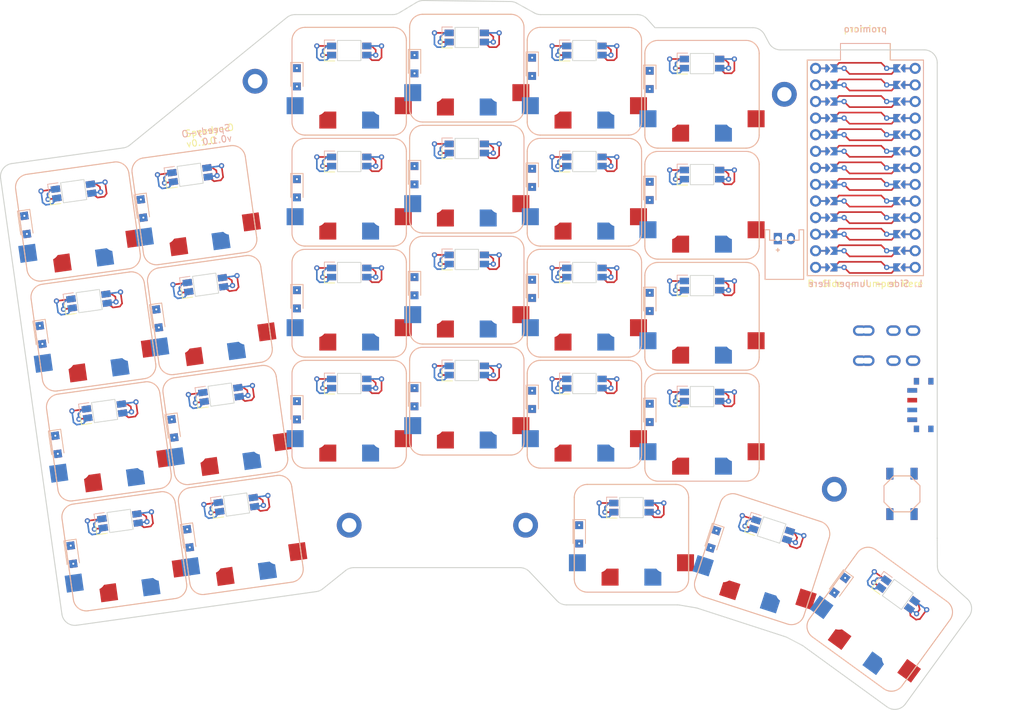
<source format=kicad_pcb>
(kicad_pcb (version 20240108) (generator "ergogen") (generator_version "4.1.0")
  (title_block (title "speedy-o") (date "2025-01-18") (rev "0.0.2") (company "danikong"))
  (layers (0 "F.Cu" signal) (31 "B.Cu" signal) (34 "B.Paste" user) (35 "F.Paste" user) (36 "B.SilkS" user "B.Silkscreen") (37 "F.SilkS" user "F.Silkscreen") (38 "B.Mask" user) (39 "F.Mask" user) (44 "Edge.Cuts" user))
  (net 0 "")
  (net 1 "VCC")
  (net 2 "rgb_main_outer_bottom")
  (net 3 "GND")
  (net 4 "rgb_main_outer_home")
  (net 5 "rgb_main_pinky_home")
  (net 6 "rgb_main_outer_top")
  (net 7 "rgb_main_outer_num")
  (net 8 "rgb_main_pinky_num")
  (net 9 "rgb_main_pinky_bottom")
  (net 10 "rgb_main_ring_bottom")
  (net 11 "rgb_main_pinky_top")
  (net 12 "rgb_main_ring_top")
  (net 13 "rgb_main_middle_bottom")
  (net 14 "rgb_main_ring_home")
  (net 15 "rgb_main_middle_top")
  (net 16 "rgb_main_ring_num")
  (net 17 "rgb_main_index_bottom")
  (net 18 "rgb_main_middle_home")
  (net 19 "rgb_main_index_top")
  (net 20 "rgb_main_middle_num")
  (net 21 "rgb_main_inner_bottom")
  (net 22 "rgb_main_index_home")
  (net 23 "rgb_main_inner_top")
  (net 24 "rgb_main_index_num")
  (net 25 "rgb_main_inner_home")
  (net 26 "rgb_main_inner_num")
  (net 27 "rgb_thumb_outer_home")
  (net 28 "rgb_thumb_home_home")
  (net 29 "P19")
  (net 30 "main_index_bottom")
  (net 31 "P6")
  (net 32 "main_index_home")
  (net 33 "P7")
  (net 34 "main_index_top")
  (net 35 "P8")
  (net 36 "main_index_num")
  (net 37 "P9")
  (net 38 "main_inner_bottom")
  (net 39 "main_inner_home")
  (net 40 "main_inner_top")
  (net 41 "main_inner_num")
  (net 42 "main_outer_bottom")
  (net 43 "P16")
  (net 44 "main_outer_home")
  (net 45 "main_outer_top")
  (net 46 "main_outer_num")
  (net 47 "main_pinky_bottom")
  (net 48 "main_pinky_home")
  (net 49 "main_pinky_top")
  (net 50 "main_pinky_num")
  (net 51 "main_ring_bottom")
  (net 52 "main_ring_home")
  (net 53 "main_ring_top")
  (net 54 "main_ring_num")
  (net 55 "main_middle_bottom")
  (net 56 "main_middle_home")
  (net 57 "main_middle_top")
  (net 58 "main_middle_num")
  (net 59 "thumb_outer_home")
  (net 60 "thumb_home_home")
  (net 61 "thumb_inner_home")
  (net 62 "P3")
  (net 63 "P4")
  (net 64 "P5")
  (net 65 "P18")
  (net 66 "P15")
  (net 67 "P14")
  (net 68 "P1")
  (net 69 "P0")
  (net 70 "P2")
  (net 71 "P21")
  (net 72 "P20")
  (net 73 "P10")
  (net 74 "RAW")
  (net 75 "B+")
  (net 76 "B-")
  (net 77 "RST")
  (net 78 "_1_0")
  (net 79 "_1_25")
  (net 80 "_1_1")
  (net 81 "_1_24")
  (net 82 "_1_2")
  (net 83 "_1_23")
  (net 84 "_1_3")
  (net 85 "_1_22")
  (net 86 "_1_4")
  (net 87 "_1_21")
  (net 88 "_1_5")
  (net 89 "_1_20")
  (net 90 "_1_6")
  (net 91 "_1_19")
  (net 92 "_1_7")
  (net 93 "_1_18")
  (net 94 "_1_8")
  (net 95 "_1_17")
  (net 96 "_1_9")
  (net 97 "_1_16")
  (net 98 "_1_10")
  (net 99 "_1_15")
  (net 100 "_1_11")
  (net 101 "_1_14")
  (net 102 "_1_12")
  (net 103 "_1_13")
  (net 104 "pos")
  (footprint "ceoloide:led_SK6812mini-e (per-key, reversible)" (layer "B.Cu") (at 99.3458864 145.3457401 8))
  (segment (start 102.6153767 144.1793639) (end 103.3516341 144.6758121) (width 0.25) (layer "F.Cu") (net 1))
  (segment (start 103.3516341 144.6758121) (end 103.4637959 145.473885) (width 0.25) (layer "F.Cu") (net 1))
  (segment (start 101.922189 144.2767851) (end 102.6153767 144.1793639) (width 0.25) (layer "F.Cu") (net 1))
  (via (at 103.4637959 145.473885) (size 0.8) (drill 0.4) (layers "F.Cu" "B.Cu") (net 1))
  (segment (start 102.1170314 145.6631604) (end 103.4637959 145.473885) (width 0.25) (layer "B.Cu") (net 1))
  (segment (start 104.1502922 143.9636456) (end 101.922189 144.2767851) (width 0.25) (layer "B.Cu") (net 2))
  (via (at 104.1502922 143.9636456) (size 0.8) (drill 0.4) (layers "F.Cu" "B.Cu") (net 2))
  (segment (start 102.1170314 145.6631604) (end 102.9996816 146.3318266) (width 0.25) (layer "F.Cu") (net 2))
  (segment (start 102.9996816 146.3318266) (end 104.0374825 146.1859732) (width 0.25) (layer "F.Cu") (net 2))
  (segment (start 104.39523679999999 145.7065174) (end 104.1502922 143.9636456) (width 0.25) (layer "F.Cu") (net 2))
  (segment (start 104.0374825 146.1859732) (end 104.39523679999999 145.7065174) (width 0.25) (layer "F.Cu") (net 2))
  (segment (start 95.88155379999999 145.125741) (end 95.3106574 145.8058977) (width 0.25) (layer "B.Cu") (net 3))
  (segment (start 95.3106574 145.8058977) (end 95.42281919999999 146.6039705) (width 0.25) (layer "B.Cu") (net 3))
  (segment (start 96.5747414 145.0283198) (end 95.88155379999999 145.125741) (width 0.25) (layer "B.Cu") (net 3))
  (via (at 95.42281919999999 146.6039705) (size 0.8) (drill 0.4) (layers "F.Cu" "B.Cu") (net 3))
  (segment (start 96.76958379999999 146.4146951) (end 95.42281919999999 146.6039705) (width 0.25) (layer "F.Cu") (net 3))
  (segment (start 94.3466383 145.3414593) (end 96.5747414 145.0283198) (width 0.25) (layer "F.Cu") (net 4))
  (via (at 94.3466383 145.3414593) (size 0.8) (drill 0.4) (layers "F.Cu" "B.Cu") (net 4))
  (segment (start 96.76958379999999 146.4146951) (end 96.1054353 147.3007497) (width 0.25) (layer "B.Cu") (net 4))
  (segment (start 96.1054353 147.3007497) (end 95.0676344 147.4466032) (width 0.25) (layer "B.Cu") (net 4))
  (segment (start 94.59158289999999 147.0843311) (end 94.3466383 145.3414593) (width 0.25) (layer "B.Cu") (net 4))
  (segment (start 95.0676344 147.4466032) (end 94.59158289999999 147.0843311) (width 0.25) (layer "B.Cu") (net 4))
  (footprint "ceoloide:led_SK6812mini-e (per-key, reversible)" (layer "B.Cu") (at 96.97994369999999 128.5111829 8))
  (segment (start 100.249434 127.34480669999999) (end 100.9856914 127.8412549) (width 0.25) (layer "F.Cu") (net 1))
  (segment (start 100.9856914 127.8412549) (end 101.09785319999999 128.6393278) (width 0.25) (layer "F.Cu") (net 1))
  (segment (start 99.5562463 127.44222789999999) (end 100.249434 127.34480669999999) (width 0.25) (layer "F.Cu") (net 1))
  (via (at 101.09785319999999 128.6393278) (size 0.8) (drill 0.4) (layers "F.Cu" "B.Cu") (net 1))
  (segment (start 99.7510887 128.8286032) (end 101.09785319999999 128.6393278) (width 0.25) (layer "B.Cu") (net 1))
  (segment (start 101.78434949999999 127.1290884) (end 99.5562463 127.44222789999999) (width 0.25) (layer "B.Cu") (net 4))
  (via (at 101.78434949999999 127.1290884) (size 0.8) (drill 0.4) (layers "F.Cu" "B.Cu") (net 4))
  (segment (start 99.7510887 128.8286032) (end 100.6337389 129.4972694) (width 0.25) (layer "F.Cu") (net 4))
  (segment (start 100.6337389 129.4972694) (end 101.67153979999999 129.351416) (width 0.25) (layer "F.Cu") (net 4))
  (segment (start 102.02929409999999 128.8719602) (end 101.78434949999999 127.1290884) (width 0.25) (layer "F.Cu") (net 4))
  (segment (start 101.67153979999999 129.351416) (end 102.02929409999999 128.8719602) (width 0.25) (layer "F.Cu") (net 4))
  (segment (start 93.51561109999999 128.2911838) (end 92.94471469999999 128.9713405) (width 0.25) (layer "B.Cu") (net 3))
  (segment (start 92.94471469999999 128.9713405) (end 93.05687649999999 129.7694133) (width 0.25) (layer "B.Cu") (net 3))
  (segment (start 94.20879869999999 128.19376259999999) (end 93.51561109999999 128.2911838) (width 0.25) (layer "B.Cu") (net 3))
  (via (at 93.05687649999999 129.7694133) (size 0.8) (drill 0.4) (layers "F.Cu" "B.Cu") (net 3))
  (segment (start 94.40364109999999 129.58013789999998) (end 93.05687649999999 129.7694133) (width 0.25) (layer "F.Cu") (net 3))
  (segment (start 91.98069559999999 128.5069021) (end 94.20879869999999 128.19376259999999) (width 0.25) (layer "F.Cu") (net 5))
  (via (at 91.98069559999999 128.5069021) (size 0.8) (drill 0.4) (layers "F.Cu" "B.Cu") (net 5))
  (segment (start 94.40364109999999 129.58013789999998) (end 93.73949259999999 130.4661925) (width 0.25) (layer "B.Cu") (net 5))
  (segment (start 93.73949259999999 130.4661925) (end 92.7016917 130.612046) (width 0.25) (layer "B.Cu") (net 5))
  (segment (start 92.22564019999999 130.2497739) (end 91.98069559999999 128.5069021) (width 0.25) (layer "B.Cu") (net 5))
  (segment (start 92.7016917 130.612046) (end 92.22564019999999 130.2497739) (width 0.25) (layer "B.Cu") (net 5))
  (footprint "ceoloide:led_SK6812mini-e (per-key, reversible)" (layer "B.Cu") (at 94.61400099999999 111.67662569999999 8))
  (segment (start 97.88349129999999 110.51024949999999) (end 98.61974869999999 111.00669769999999) (width 0.25) (layer "F.Cu") (net 1))
  (segment (start 98.61974869999999 111.00669769999999) (end 98.73191049999998 111.80477059999998) (width 0.25) (layer "F.Cu") (net 1))
  (segment (start 97.1903036 110.60767069999999) (end 97.88349129999999 110.51024949999999) (width 0.25) (layer "F.Cu") (net 1))
  (via (at 98.73191049999998 111.80477059999998) (size 0.8) (drill 0.4) (layers "F.Cu" "B.Cu") (net 1))
  (segment (start 97.38514599999999 111.99404599999998) (end 98.73191049999998 111.80477059999998) (width 0.25) (layer "B.Cu") (net 1))
  (segment (start 99.41840679999999 110.2945312) (end 97.1903036 110.60767069999999) (width 0.25) (layer "B.Cu") (net 6))
  (via (at 99.41840679999999 110.2945312) (size 0.8) (drill 0.4) (layers "F.Cu" "B.Cu") (net 6))
  (segment (start 97.38514599999999 111.99404599999998) (end 98.26779619999999 112.66271219999999) (width 0.25) (layer "F.Cu") (net 6))
  (segment (start 98.26779619999999 112.66271219999999) (end 99.30559709999999 112.5168588) (width 0.25) (layer "F.Cu") (net 6))
  (segment (start 99.66335139999998 112.03740299999998) (end 99.41840679999999 110.2945312) (width 0.25) (layer "F.Cu") (net 6))
  (segment (start 99.30559709999999 112.5168588) (end 99.66335139999998 112.03740299999998) (width 0.25) (layer "F.Cu") (net 6))
  (segment (start 91.14966839999998 111.45662659999999) (end 90.57877199999999 112.13678329999999) (width 0.25) (layer "B.Cu") (net 3))
  (segment (start 90.57877199999999 112.13678329999999) (end 90.69093379999998 112.93485609999999) (width 0.25) (layer "B.Cu") (net 3))
  (segment (start 91.84285599999998 111.3592054) (end 91.14966839999998 111.45662659999999) (width 0.25) (layer "B.Cu") (net 3))
  (via (at 90.69093379999998 112.93485609999999) (size 0.8) (drill 0.4) (layers "F.Cu" "B.Cu") (net 3))
  (segment (start 92.03769839999998 112.74558069999999) (end 90.69093379999998 112.93485609999999) (width 0.25) (layer "F.Cu") (net 3))
  (segment (start 89.61475289999998 111.67234489999998) (end 91.84285599999998 111.3592054) (width 0.25) (layer "F.Cu") (net 7))
  (via (at 89.61475289999998 111.67234489999998) (size 0.8) (drill 0.4) (layers "F.Cu" "B.Cu") (net 7))
  (segment (start 92.03769839999998 112.74558069999999) (end 91.37354989999999 113.63163529999999) (width 0.25) (layer "B.Cu") (net 7))
  (segment (start 91.37354989999999 113.63163529999999) (end 90.33574899999999 113.77748879999999) (width 0.25) (layer "B.Cu") (net 7))
  (segment (start 89.85969749999998 113.41521669999999) (end 89.61475289999998 111.67234489999998) (width 0.25) (layer "B.Cu") (net 7))
  (segment (start 90.33574899999999 113.77748879999999) (end 89.85969749999998 113.41521669999999) (width 0.25) (layer "B.Cu") (net 7))
  (footprint "ceoloide:led_SK6812mini-e (per-key, reversible)" (layer "B.Cu") (at 92.24805829999998 94.84206849999998 8))
  (segment (start 95.51754859999998 93.67569229999998) (end 96.25380599999998 94.17214049999998) (width 0.25) (layer "F.Cu") (net 1))
  (segment (start 96.25380599999998 94.17214049999998) (end 96.36596779999998 94.97021339999998) (width 0.25) (layer "F.Cu") (net 1))
  (segment (start 94.82436089999999 93.77311349999998) (end 95.51754859999998 93.67569229999998) (width 0.25) (layer "F.Cu") (net 1))
  (via (at 96.36596779999998 94.97021339999998) (size 0.8) (drill 0.4) (layers "F.Cu" "B.Cu") (net 1))
  (segment (start 95.01920329999999 95.15948879999998) (end 96.36596779999998 94.97021339999998) (width 0.25) (layer "B.Cu") (net 1))
  (segment (start 97.05246409999998 93.45997399999999) (end 94.82436089999999 93.77311349999998) (width 0.25) (layer "B.Cu") (net 7))
  (via (at 97.05246409999998 93.45997399999999) (size 0.8) (drill 0.4) (layers "F.Cu" "B.Cu") (net 7))
  (segment (start 95.01920329999999 95.15948879999998) (end 95.90185349999999 95.82815499999998) (width 0.25) (layer "F.Cu") (net 7))
  (segment (start 95.90185349999999 95.82815499999998) (end 96.93965439999998 95.68230159999999) (width 0.25) (layer "F.Cu") (net 7))
  (segment (start 97.29740869999998 95.20284579999998) (end 97.05246409999998 93.45997399999999) (width 0.25) (layer "F.Cu") (net 7))
  (segment (start 96.93965439999998 95.68230159999999) (end 97.29740869999998 95.20284579999998) (width 0.25) (layer "F.Cu") (net 7))
  (segment (start 88.78372569999998 94.62206939999999) (end 88.21282929999998 95.30222609999998) (width 0.25) (layer "B.Cu") (net 3))
  (segment (start 88.21282929999998 95.30222609999998) (end 88.32499109999998 96.10029889999998) (width 0.25) (layer "B.Cu") (net 3))
  (segment (start 89.47691329999998 94.52464819999999) (end 88.78372569999998 94.62206939999999) (width 0.25) (layer "B.Cu") (net 3))
  (via (at 88.32499109999998 96.10029889999998) (size 0.8) (drill 0.4) (layers "F.Cu" "B.Cu") (net 3))
  (segment (start 89.67175569999998 95.91102349999998) (end 88.32499109999998 96.10029889999998) (width 0.25) (layer "F.Cu") (net 3))
  (segment (start 87.24881019999998 94.83778769999998) (end 89.47691329999998 94.52464819999999) (width 0.25) (layer "F.Cu") (net 8))
  (via (at 87.24881019999998 94.83778769999998) (size 0.8) (drill 0.4) (layers "F.Cu" "B.Cu") (net 8))
  (segment (start 89.67175569999998 95.91102349999998) (end 89.00760719999998 96.79707809999998) (width 0.25) (layer "B.Cu") (net 8))
  (segment (start 89.00760719999998 96.79707809999998) (end 87.96980629999999 96.94293159999998) (width 0.25) (layer "B.Cu") (net 8))
  (segment (start 87.49375479999998 96.58065949999998) (end 87.24881019999998 94.83778769999998) (width 0.25) (layer "B.Cu") (net 8))
  (segment (start 87.96980629999999 96.94293159999998) (end 87.49375479999998 96.58065949999998) (width 0.25) (layer "B.Cu") (net 8))
  (footprint "ceoloide:led_SK6812mini-e (per-key, reversible)" (layer "B.Cu") (at 117.17071159999999 142.8406243 8))
  (segment (start 120.44020189999999 141.6742481) (end 121.17645929999999 142.1706963) (width 0.25) (layer "F.Cu") (net 1))
  (segment (start 121.17645929999999 142.1706963) (end 121.28862109999999 142.9687692) (width 0.25) (layer "F.Cu") (net 1))
  (segment (start 119.7470142 141.7716693) (end 120.44020189999999 141.6742481) (width 0.25) (layer "F.Cu") (net 1))
  (via (at 121.28862109999999 142.9687692) (size 0.8) (drill 0.4) (layers "F.Cu" "B.Cu") (net 1))
  (segment (start 119.9418566 143.1580446) (end 121.28862109999999 142.9687692) (width 0.25) (layer "B.Cu") (net 1))
  (segment (start 121.97511739999999 141.4585298) (end 119.7470142 141.7716693) (width 0.25) (layer "B.Cu") (net 9))
  (via (at 121.97511739999999 141.4585298) (size 0.8) (drill 0.4) (layers "F.Cu" "B.Cu") (net 9))
  (segment (start 119.9418566 143.1580446) (end 120.8245068 143.8267108) (width 0.25) (layer "F.Cu") (net 9))
  (segment (start 120.8245068 143.8267108) (end 121.86230769999999 143.6808574) (width 0.25) (layer "F.Cu") (net 9))
  (segment (start 122.22006199999998 143.2014016) (end 121.97511739999999 141.4585298) (width 0.25) (layer "F.Cu") (net 9))
  (segment (start 121.86230769999999 143.6808574) (end 122.22006199999998 143.2014016) (width 0.25) (layer "F.Cu") (net 9))
  (segment (start 113.70637899999998 142.6206252) (end 113.13548259999999 143.3007819) (width 0.25) (layer "B.Cu") (net 3))
  (segment (start 113.13548259999999 143.3007819) (end 113.24764439999998 144.0988547) (width 0.25) (layer "B.Cu") (net 3))
  (segment (start 114.39956659999999 142.523204) (end 113.70637899999998 142.6206252) (width 0.25) (layer "B.Cu") (net 3))
  (via (at 113.24764439999998 144.0988547) (size 0.8) (drill 0.4) (layers "F.Cu" "B.Cu") (net 3))
  (segment (start 114.59440899999998 143.9095793) (end 113.24764439999998 144.0988547) (width 0.25) (layer "F.Cu") (net 3))
  (segment (start 112.17146349999999 142.8363435) (end 114.39956659999999 142.523204) (width 0.25) (layer "F.Cu") (net 2))
  (via (at 112.17146349999999 142.8363435) (size 0.8) (drill 0.4) (layers "F.Cu" "B.Cu") (net 2))
  (segment (start 114.59440899999998 143.9095793) (end 113.93026049999999 144.7956339) (width 0.25) (layer "B.Cu") (net 2))
  (segment (start 113.93026049999999 144.7956339) (end 112.8924596 144.9414874) (width 0.25) (layer "B.Cu") (net 2))
  (segment (start 112.41640809999998 144.57921530000002) (end 112.17146349999999 142.8363435) (width 0.25) (layer "B.Cu") (net 2))
  (segment (start 112.8924596 144.9414874) (end 112.41640809999998 144.57921530000002) (width 0.25) (layer "B.Cu") (net 2))
  (footprint "ceoloide:led_SK6812mini-e (per-key, reversible)" (layer "B.Cu") (at 114.80476889999998 126.0060671 8))
  (segment (start 118.07425919999999 124.8396909) (end 118.81051659999999 125.3361391) (width 0.25) (layer "F.Cu") (net 1))
  (segment (start 118.81051659999999 125.3361391) (end 118.92267839999998 126.13421199999999) (width 0.25) (layer "F.Cu") (net 1))
  (segment (start 117.38107149999999 124.9371121) (end 118.07425919999999 124.8396909) (width 0.25) (layer "F.Cu") (net 1))
  (via (at 118.92267839999998 126.13421199999999) (size 0.8) (drill 0.4) (layers "F.Cu" "B.Cu") (net 1))
  (segment (start 117.57591389999999 126.32348739999999) (end 118.92267839999998 126.13421199999999) (width 0.25) (layer "B.Cu") (net 1))
  (segment (start 119.60917469999998 124.6239726) (end 117.38107149999999 124.9371121) (width 0.25) (layer "B.Cu") (net 5))
  (via (at 119.60917469999998 124.6239726) (size 0.8) (drill 0.4) (layers "F.Cu" "B.Cu") (net 5))
  (segment (start 117.57591389999999 126.32348739999999) (end 118.45856409999999 126.9921536) (width 0.25) (layer "F.Cu") (net 5))
  (segment (start 118.45856409999999 126.9921536) (end 119.49636499999998 126.8463002) (width 0.25) (layer "F.Cu") (net 5))
  (segment (start 119.85411929999998 126.36684439999999) (end 119.60917469999998 124.6239726) (width 0.25) (layer "F.Cu") (net 5))
  (segment (start 119.49636499999998 126.8463002) (end 119.85411929999998 126.36684439999999) (width 0.25) (layer "F.Cu") (net 5))
  (segment (start 111.34043629999998 125.786068) (end 110.76953989999998 126.4662247) (width 0.25) (layer "B.Cu") (net 3))
  (segment (start 110.76953989999998 126.4662247) (end 110.88170169999998 127.2642975) (width 0.25) (layer "B.Cu") (net 3))
  (segment (start 112.03362389999998 125.6886468) (end 111.34043629999998 125.786068) (width 0.25) (layer "B.Cu") (net 3))
  (via (at 110.88170169999998 127.2642975) (size 0.8) (drill 0.4) (layers "F.Cu" "B.Cu") (net 3))
  (segment (start 112.22846629999998 127.0750221) (end 110.88170169999998 127.2642975) (width 0.25) (layer "F.Cu") (net 3))
  (segment (start 109.80552079999998 126.00178629999999) (end 112.03362389999998 125.6886468) (width 0.25) (layer "F.Cu") (net 10))
  (via (at 109.80552079999998 126.00178629999999) (size 0.8) (drill 0.4) (layers "F.Cu" "B.Cu") (net 10))
  (segment (start 112.22846629999998 127.0750221) (end 111.56431779999998 127.96107669999999) (width 0.25) (layer "B.Cu") (net 10))
  (segment (start 111.56431779999998 127.96107669999999) (end 110.52651689999999 128.1069302) (width 0.25) (layer "B.Cu") (net 10))
  (segment (start 110.05046539999998 127.7446581) (end 109.80552079999998 126.00178629999999) (width 0.25) (layer "B.Cu") (net 10))
  (segment (start 110.52651689999999 128.1069302) (end 110.05046539999998 127.7446581) (width 0.25) (layer "B.Cu") (net 10))
  (footprint "ceoloide:led_SK6812mini-e (per-key, reversible)" (layer "B.Cu") (at 112.43882619999998 109.17150989999999 8))
  (segment (start 115.70831649999998 108.00513369999999) (end 116.44457389999998 108.50158189999999) (width 0.25) (layer "F.Cu") (net 1))
  (segment (start 116.44457389999998 108.50158189999999) (end 116.55673569999998 109.29965479999998) (width 0.25) (layer "F.Cu") (net 1))
  (segment (start 115.01512879999999 108.10255489999999) (end 115.70831649999998 108.00513369999999) (width 0.25) (layer "F.Cu") (net 1))
  (via (at 116.55673569999998 109.29965479999998) (size 0.8) (drill 0.4) (layers "F.Cu" "B.Cu") (net 1))
  (segment (start 115.20997119999998 109.48893019999998) (end 116.55673569999998 109.29965479999998) (width 0.25) (layer "B.Cu") (net 1))
  (segment (start 117.24323199999998 107.7894154) (end 115.01512879999999 108.10255489999999) (width 0.25) (layer "B.Cu") (net 11))
  (via (at 117.24323199999998 107.7894154) (size 0.8) (drill 0.4) (layers "F.Cu" "B.Cu") (net 11))
  (segment (start 115.20997119999998 109.48893019999998) (end 116.09262139999998 110.15759639999999) (width 0.25) (layer "F.Cu") (net 11))
  (segment (start 116.09262139999998 110.15759639999999) (end 117.13042229999998 110.011743) (width 0.25) (layer "F.Cu") (net 11))
  (segment (start 117.48817659999997 109.53228719999998) (end 117.24323199999998 107.7894154) (width 0.25) (layer "F.Cu") (net 11))
  (segment (start 117.13042229999998 110.011743) (end 117.48817659999997 109.53228719999998) (width 0.25) (layer "F.Cu") (net 11))
  (segment (start 108.97449359999997 108.9515108) (end 108.40359719999998 109.63166749999999) (width 0.25) (layer "B.Cu") (net 3))
  (segment (start 108.40359719999998 109.63166749999999) (end 108.51575899999997 110.42974029999999) (width 0.25) (layer "B.Cu") (net 3))
  (segment (start 109.66768119999998 108.8540896) (end 108.97449359999997 108.9515108) (width 0.25) (layer "B.Cu") (net 3))
  (via (at 108.51575899999997 110.42974029999999) (size 0.8) (drill 0.4) (layers "F.Cu" "B.Cu") (net 3))
  (segment (start 109.86252359999997 110.24046489999999) (end 108.51575899999997 110.42974029999999) (width 0.25) (layer "F.Cu") (net 3))
  (segment (start 107.43957809999998 109.16722909999999) (end 109.66768119999998 108.8540896) (width 0.25) (layer "F.Cu") (net 6))
  (via (at 107.43957809999998 109.16722909999999) (size 0.8) (drill 0.4) (layers "F.Cu" "B.Cu") (net 6))
  (segment (start 109.86252359999997 110.24046489999999) (end 109.19837509999998 111.12651949999999) (width 0.25) (layer "B.Cu") (net 6))
  (segment (start 109.19837509999998 111.12651949999999) (end 108.16057419999999 111.27237299999999) (width 0.25) (layer "B.Cu") (net 6))
  (segment (start 107.68452269999997 110.91010089999999) (end 107.43957809999998 109.16722909999999) (width 0.25) (layer "B.Cu") (net 6))
  (segment (start 108.16057419999999 111.27237299999999) (end 107.68452269999997 110.91010089999999) (width 0.25) (layer "B.Cu") (net 6))
  (footprint "ceoloide:led_SK6812mini-e (per-key, reversible)" (layer "B.Cu") (at 110.07288349999997 92.33695269999998 8))
  (segment (start 113.34237379999998 91.17057649999998) (end 114.07863119999998 91.66702469999998) (width 0.25) (layer "F.Cu") (net 1))
  (segment (start 114.07863119999998 91.66702469999998) (end 114.19079299999997 92.46509759999998) (width 0.25) (layer "F.Cu") (net 1))
  (segment (start 112.64918609999998 91.26799769999998) (end 113.34237379999998 91.17057649999998) (width 0.25) (layer "F.Cu") (net 1))
  (via (at 114.19079299999997 92.46509759999998) (size 0.8) (drill 0.4) (layers "F.Cu" "B.Cu") (net 1))
  (segment (start 112.84402849999998 92.65437299999998) (end 114.19079299999997 92.46509759999998) (width 0.25) (layer "B.Cu") (net 1))
  (segment (start 114.87728929999997 90.95485819999999) (end 112.64918609999998 91.26799769999998) (width 0.25) (layer "B.Cu") (net 8))
  (via (at 114.87728929999997 90.95485819999999) (size 0.8) (drill 0.4) (layers "F.Cu" "B.Cu") (net 8))
  (segment (start 112.84402849999998 92.65437299999998) (end 113.72667869999998 93.32303919999998) (width 0.25) (layer "F.Cu") (net 8))
  (segment (start 113.72667869999998 93.32303919999998) (end 114.76447959999997 93.17718579999999) (width 0.25) (layer "F.Cu") (net 8))
  (segment (start 115.12223389999997 92.69772999999998) (end 114.87728929999997 90.95485819999999) (width 0.25) (layer "F.Cu") (net 8))
  (segment (start 114.76447959999997 93.17718579999999) (end 115.12223389999997 92.69772999999998) (width 0.25) (layer "F.Cu") (net 8))
  (segment (start 106.60855089999997 92.11695359999999) (end 106.03765449999997 92.79711029999999) (width 0.25) (layer "B.Cu") (net 3))
  (segment (start 106.03765449999997 92.79711029999999) (end 106.14981629999997 93.59518309999999) (width 0.25) (layer "B.Cu") (net 3))
  (segment (start 107.30173849999997 92.01953239999999) (end 106.60855089999997 92.11695359999999) (width 0.25) (layer "B.Cu") (net 3))
  (via (at 106.14981629999997 93.59518309999999) (size 0.8) (drill 0.4) (layers "F.Cu" "B.Cu") (net 3))
  (segment (start 107.49658089999997 93.40590769999999) (end 106.14981629999997 93.59518309999999) (width 0.25) (layer "F.Cu") (net 3))
  (segment (start 105.07363539999997 92.33267189999998) (end 107.30173849999997 92.01953239999999) (width 0.25) (layer "F.Cu") (net 12))
  (via (at 105.07363539999997 92.33267189999998) (size 0.8) (drill 0.4) (layers "F.Cu" "B.Cu") (net 12))
  (segment (start 107.49658089999997 93.40590769999999) (end 106.83243239999997 94.29196229999998) (width 0.25) (layer "B.Cu") (net 12))
  (segment (start 106.83243239999997 94.29196229999998) (end 105.79463149999998 94.43781579999998) (width 0.25) (layer "B.Cu") (net 12))
  (segment (start 105.31857999999997 94.07554369999998) (end 105.07363539999997 92.33267189999998) (width 0.25) (layer "B.Cu") (net 12))
  (segment (start 105.79463149999998 94.43781579999998) (end 105.31857999999997 94.07554369999998) (width 0.25) (layer "B.Cu") (net 12))
  (footprint "ceoloide:led_SK6812mini-e (per-key, reversible)" (layer "B.Cu") (at 134.4131489 124.30630620000001 0))
  (segment (start 137.81314890000002 123.6063062) (end 138.4731489 124.20039020000002) (width 0.25) (layer "F.Cu") (net 1))
  (segment (start 138.4731489 124.20039020000002) (end 138.4731489 125.00630620000001) (width 0.25) (layer "F.Cu") (net 1))
  (segment (start 137.1131489 123.6063062) (end 137.81314890000002 123.6063062) (width 0.25) (layer "F.Cu") (net 1))
  (via (at 138.4731489 125.00630620000001) (size 0.8) (drill 0.4) (layers "F.Cu" "B.Cu") (net 1))
  (segment (start 137.1131489 125.00630620000001) (end 138.4731489 125.00630620000001) (width 0.25) (layer "B.Cu") (net 1))
  (segment (start 139.3631489 123.6063062) (end 137.1131489 123.6063062) (width 0.25) (layer "B.Cu") (net 10))
  (via (at 139.3631489 123.6063062) (size 0.8) (drill 0.4) (layers "F.Cu" "B.Cu") (net 10))
  (segment (start 137.1131489 125.00630620000001) (end 137.8941489 125.79130620000001) (width 0.25) (layer "F.Cu") (net 10))
  (segment (start 137.8941489 125.79130620000001) (end 138.9421489 125.79130620000001) (width 0.25) (layer "F.Cu") (net 10))
  (segment (start 139.3631489 125.36630620000001) (end 139.3631489 123.6063062) (width 0.25) (layer "F.Cu") (net 10))
  (segment (start 138.9421489 125.79130620000001) (end 139.3631489 125.36630620000001) (width 0.25) (layer "F.Cu") (net 10))
  (segment (start 131.0131489 123.6063062) (end 130.3531489 124.20039020000002) (width 0.25) (layer "B.Cu") (net 3))
  (segment (start 130.3531489 124.20039020000002) (end 130.3531489 125.00630620000001) (width 0.25) (layer "B.Cu") (net 3))
  (segment (start 131.71314890000002 123.6063062) (end 131.0131489 123.6063062) (width 0.25) (layer "B.Cu") (net 3))
  (via (at 130.3531489 125.00630620000001) (size 0.8) (drill 0.4) (layers "F.Cu" "B.Cu") (net 3))
  (segment (start 131.71314890000002 125.00630620000001) (end 130.3531489 125.00630620000001) (width 0.25) (layer "F.Cu") (net 3))
  (segment (start 129.46314890000002 123.6063062) (end 131.71314890000002 123.6063062) (width 0.25) (layer "F.Cu") (net 13))
  (via (at 129.46314890000002 123.6063062) (size 0.8) (drill 0.4) (layers "F.Cu" "B.Cu") (net 13))
  (segment (start 131.71314890000002 125.00630620000001) (end 130.93214890000002 125.79130620000001) (width 0.25) (layer "B.Cu") (net 13))
  (segment (start 130.93214890000002 125.79130620000001) (end 129.8841489 125.79130620000001) (width 0.25) (layer "B.Cu") (net 13))
  (segment (start 129.46314890000002 125.36630620000001) (end 129.46314890000002 123.6063062) (width 0.25) (layer "B.Cu") (net 13))
  (segment (start 129.8841489 125.79130620000001) (end 129.46314890000002 125.36630620000001) (width 0.25) (layer "B.Cu") (net 13))
  (footprint "ceoloide:led_SK6812mini-e (per-key, reversible)" (layer "B.Cu") (at 134.4131489 107.30630620000001 0))
  (segment (start 137.81314890000002 106.6063062) (end 138.4731489 107.20039020000002) (width 0.25) (layer "F.Cu") (net 1))
  (segment (start 138.4731489 107.20039020000002) (end 138.4731489 108.00630620000001) (width 0.25) (layer "F.Cu") (net 1))
  (segment (start 137.1131489 106.6063062) (end 137.81314890000002 106.6063062) (width 0.25) (layer "F.Cu") (net 1))
  (via (at 138.4731489 108.00630620000001) (size 0.8) (drill 0.4) (layers "F.Cu" "B.Cu") (net 1))
  (segment (start 137.1131489 108.00630620000001) (end 138.4731489 108.00630620000001) (width 0.25) (layer "B.Cu") (net 1))
  (segment (start 139.3631489 106.6063062) (end 137.1131489 106.6063062) (width 0.25) (layer "B.Cu") (net 14))
  (via (at 139.3631489 106.6063062) (size 0.8) (drill 0.4) (layers "F.Cu" "B.Cu") (net 14))
  (segment (start 137.1131489 108.00630620000001) (end 137.8941489 108.79130620000001) (width 0.25) (layer "F.Cu") (net 14))
  (segment (start 137.8941489 108.79130620000001) (end 138.9421489 108.79130620000001) (width 0.25) (layer "F.Cu") (net 14))
  (segment (start 139.3631489 108.36630620000001) (end 139.3631489 106.6063062) (width 0.25) (layer "F.Cu") (net 14))
  (segment (start 138.9421489 108.79130620000001) (end 139.3631489 108.36630620000001) (width 0.25) (layer "F.Cu") (net 14))
  (segment (start 131.0131489 106.6063062) (end 130.3531489 107.20039020000002) (width 0.25) (layer "B.Cu") (net 3))
  (segment (start 130.3531489 107.20039020000002) (end 130.3531489 108.00630620000001) (width 0.25) (layer "B.Cu") (net 3))
  (segment (start 131.71314890000002 106.6063062) (end 131.0131489 106.6063062) (width 0.25) (layer "B.Cu") (net 3))
  (via (at 130.3531489 108.00630620000001) (size 0.8) (drill 0.4) (layers "F.Cu" "B.Cu") (net 3))
  (segment (start 131.71314890000002 108.00630620000001) (end 130.3531489 108.00630620000001) (width 0.25) (layer "F.Cu") (net 3))
  (segment (start 129.46314890000002 106.6063062) (end 131.71314890000002 106.6063062) (width 0.25) (layer "F.Cu") (net 11))
  (via (at 129.46314890000002 106.6063062) (size 0.8) (drill 0.4) (layers "F.Cu" "B.Cu") (net 11))
  (segment (start 131.71314890000002 108.00630620000001) (end 130.93214890000002 108.79130620000001) (width 0.25) (layer "B.Cu") (net 11))
  (segment (start 130.93214890000002 108.79130620000001) (end 129.8841489 108.79130620000001) (width 0.25) (layer "B.Cu") (net 11))
  (segment (start 129.46314890000002 108.36630620000001) (end 129.46314890000002 106.6063062) (width 0.25) (layer "B.Cu") (net 11))
  (segment (start 129.8841489 108.79130620000001) (end 129.46314890000002 108.36630620000001) (width 0.25) (layer "B.Cu") (net 11))
  (footprint "ceoloide:led_SK6812mini-e (per-key, reversible)" (layer "B.Cu") (at 134.4131489 90.30630620000001 0))
  (segment (start 137.81314890000002 89.6063062) (end 138.4731489 90.20039020000002) (width 0.25) (layer "F.Cu") (net 1))
  (segment (start 138.4731489 90.20039020000002) (end 138.4731489 91.00630620000001) (width 0.25) (layer "F.Cu") (net 1))
  (segment (start 137.1131489 89.6063062) (end 137.81314890000002 89.6063062) (width 0.25) (layer "F.Cu") (net 1))
  (via (at 138.4731489 91.00630620000001) (size 0.8) (drill 0.4) (layers "F.Cu" "B.Cu") (net 1))
  (segment (start 137.1131489 91.00630620000001) (end 138.4731489 91.00630620000001) (width 0.25) (layer "B.Cu") (net 1))
  (segment (start 139.3631489 89.6063062) (end 137.1131489 89.6063062) (width 0.25) (layer "B.Cu") (net 12))
  (via (at 139.3631489 89.6063062) (size 0.8) (drill 0.4) (layers "F.Cu" "B.Cu") (net 12))
  (segment (start 137.1131489 91.00630620000001) (end 137.8941489 91.79130620000001) (width 0.25) (layer "F.Cu") (net 12))
  (segment (start 137.8941489 91.79130620000001) (end 138.9421489 91.79130620000001) (width 0.25) (layer "F.Cu") (net 12))
  (segment (start 139.3631489 91.36630620000001) (end 139.3631489 89.6063062) (width 0.25) (layer "F.Cu") (net 12))
  (segment (start 138.9421489 91.79130620000001) (end 139.3631489 91.36630620000001) (width 0.25) (layer "F.Cu") (net 12))
  (segment (start 131.0131489 89.6063062) (end 130.3531489 90.20039020000002) (width 0.25) (layer "B.Cu") (net 3))
  (segment (start 130.3531489 90.20039020000002) (end 130.3531489 91.00630620000001) (width 0.25) (layer "B.Cu") (net 3))
  (segment (start 131.71314890000002 89.6063062) (end 131.0131489 89.6063062) (width 0.25) (layer "B.Cu") (net 3))
  (via (at 130.3531489 91.00630620000001) (size 0.8) (drill 0.4) (layers "F.Cu" "B.Cu") (net 3))
  (segment (start 131.71314890000002 91.00630620000001) (end 130.3531489 91.00630620000001) (width 0.25) (layer "F.Cu") (net 3))
  (segment (start 129.46314890000002 89.6063062) (end 131.71314890000002 89.6063062) (width 0.25) (layer "F.Cu") (net 15))
  (via (at 129.46314890000002 89.6063062) (size 0.8) (drill 0.4) (layers "F.Cu" "B.Cu") (net 15))
  (segment (start 131.71314890000002 91.00630620000001) (end 130.93214890000002 91.79130620000001) (width 0.25) (layer "B.Cu") (net 15))
  (segment (start 130.93214890000002 91.79130620000001) (end 129.8841489 91.79130620000001) (width 0.25) (layer "B.Cu") (net 15))
  (segment (start 129.46314890000002 91.36630620000001) (end 129.46314890000002 89.6063062) (width 0.25) (layer "B.Cu") (net 15))
  (segment (start 129.8841489 91.79130620000001) (end 129.46314890000002 91.36630620000001) (width 0.25) (layer "B.Cu") (net 15))
  (footprint "ceoloide:led_SK6812mini-e (per-key, reversible)" (layer "B.Cu") (at 134.4131489 73.30630620000001 0))
  (segment (start 137.81314890000002 72.6063062) (end 138.4731489 73.20039020000002) (width 0.25) (layer "F.Cu") (net 1))
  (segment (start 138.4731489 73.20039020000002) (end 138.4731489 74.00630620000001) (width 0.25) (layer "F.Cu") (net 1))
  (segment (start 137.1131489 72.6063062) (end 137.81314890000002 72.6063062) (width 0.25) (layer "F.Cu") (net 1))
  (via (at 138.4731489 74.00630620000001) (size 0.8) (drill 0.4) (layers "F.Cu" "B.Cu") (net 1))
  (segment (start 137.1131489 74.00630620000001) (end 138.4731489 74.00630620000001) (width 0.25) (layer "B.Cu") (net 1))
  (segment (start 139.3631489 72.6063062) (end 137.1131489 72.6063062) (width 0.25) (layer "B.Cu") (net 16))
  (via (at 139.3631489 72.6063062) (size 0.8) (drill 0.4) (layers "F.Cu" "B.Cu") (net 16))
  (segment (start 137.1131489 74.00630620000001) (end 137.8941489 74.79130620000001) (width 0.25) (layer "F.Cu") (net 16))
  (segment (start 137.8941489 74.79130620000001) (end 138.9421489 74.79130620000001) (width 0.25) (layer "F.Cu") (net 16))
  (segment (start 139.3631489 74.36630620000001) (end 139.3631489 72.6063062) (width 0.25) (layer "F.Cu") (net 16))
  (segment (start 138.9421489 74.79130620000001) (end 139.3631489 74.36630620000001) (width 0.25) (layer "F.Cu") (net 16))
  (segment (start 131.0131489 72.6063062) (end 130.3531489 73.20039020000002) (width 0.25) (layer "B.Cu") (net 3))
  (segment (start 130.3531489 73.20039020000002) (end 130.3531489 74.00630620000001) (width 0.25) (layer "B.Cu") (net 3))
  (segment (start 131.71314890000002 72.6063062) (end 131.0131489 72.6063062) (width 0.25) (layer "B.Cu") (net 3))
  (via (at 130.3531489 74.00630620000001) (size 0.8) (drill 0.4) (layers "F.Cu" "B.Cu") (net 3))
  (segment (start 131.71314890000002 74.00630620000001) (end 130.3531489 74.00630620000001) (width 0.25) (layer "F.Cu") (net 3))
  (segment (start 129.46314890000002 72.6063062) (end 131.71314890000002 72.6063062) (width 0.25) (layer "F.Cu") (net 0))
  (via (at 129.46314890000002 72.6063062) (size 0.8) (drill 0.4) (layers "F.Cu" "B.Cu") (net 0))
  (segment (start 131.71314890000002 74.00630620000001) (end 130.93214890000002 74.79130620000001) (width 0.25) (layer "B.Cu") (net 0))
  (segment (start 130.93214890000002 74.79130620000001) (end 129.8841489 74.79130620000001) (width 0.25) (layer "B.Cu") (net 0))
  (segment (start 129.46314890000002 74.36630620000001) (end 129.46314890000002 72.6063062) (width 0.25) (layer "B.Cu") (net 0))
  (segment (start 129.8841489 74.79130620000001) (end 129.46314890000002 74.36630620000001) (width 0.25) (layer "B.Cu") (net 0))
  (footprint "ceoloide:led_SK6812mini-e (per-key, reversible)" (layer "B.Cu") (at 152.413149 122.30630620000001 0))
  (segment (start 155.813149 121.6063062) (end 156.473149 122.20039020000002) (width 0.25) (layer "F.Cu") (net 1))
  (segment (start 156.473149 122.20039020000002) (end 156.473149 123.00630620000001) (width 0.25) (layer "F.Cu") (net 1))
  (segment (start 155.113149 121.6063062) (end 155.813149 121.6063062) (width 0.25) (layer "F.Cu") (net 1))
  (via (at 156.473149 123.00630620000001) (size 0.8) (drill 0.4) (layers "F.Cu" "B.Cu") (net 1))
  (segment (start 155.113149 123.00630620000001) (end 156.473149 123.00630620000001) (width 0.25) (layer "B.Cu") (net 1))
  (segment (start 157.363149 121.6063062) (end 155.113149 121.6063062) (width 0.25) (layer "B.Cu") (net 13))
  (via (at 157.363149 121.6063062) (size 0.8) (drill 0.4) (layers "F.Cu" "B.Cu") (net 13))
  (segment (start 155.113149 123.00630620000001) (end 155.894149 123.79130620000001) (width 0.25) (layer "F.Cu") (net 13))
  (segment (start 155.894149 123.79130620000001) (end 156.942149 123.79130620000001) (width 0.25) (layer "F.Cu") (net 13))
  (segment (start 157.363149 123.36630620000001) (end 157.363149 121.6063062) (width 0.25) (layer "F.Cu") (net 13))
  (segment (start 156.942149 123.79130620000001) (end 157.363149 123.36630620000001) (width 0.25) (layer "F.Cu") (net 13))
  (segment (start 149.013149 121.6063062) (end 148.353149 122.20039020000002) (width 0.25) (layer "B.Cu") (net 3))
  (segment (start 148.353149 122.20039020000002) (end 148.353149 123.00630620000001) (width 0.25) (layer "B.Cu") (net 3))
  (segment (start 149.71314900000002 121.6063062) (end 149.013149 121.6063062) (width 0.25) (layer "B.Cu") (net 3))
  (via (at 148.353149 123.00630620000001) (size 0.8) (drill 0.4) (layers "F.Cu" "B.Cu") (net 3))
  (segment (start 149.71314900000002 123.00630620000001) (end 148.353149 123.00630620000001) (width 0.25) (layer "F.Cu") (net 3))
  (segment (start 147.46314900000002 121.6063062) (end 149.71314900000002 121.6063062) (width 0.25) (layer "F.Cu") (net 17))
  (via (at 147.46314900000002 121.6063062) (size 0.8) (drill 0.4) (layers "F.Cu" "B.Cu") (net 17))
  (segment (start 149.71314900000002 123.00630620000001) (end 148.932149 123.79130620000001) (width 0.25) (layer "B.Cu") (net 17))
  (segment (start 148.932149 123.79130620000001) (end 147.884149 123.79130620000001) (width 0.25) (layer "B.Cu") (net 17))
  (segment (start 147.46314900000002 123.36630620000001) (end 147.46314900000002 121.6063062) (width 0.25) (layer "B.Cu") (net 17))
  (segment (start 147.884149 123.79130620000001) (end 147.46314900000002 123.36630620000001) (width 0.25) (layer "B.Cu") (net 17))
  (footprint "ceoloide:led_SK6812mini-e (per-key, reversible)" (layer "B.Cu") (at 152.413149 105.30630620000001 0))
  (segment (start 155.813149 104.6063062) (end 156.473149 105.20039020000002) (width 0.25) (layer "F.Cu") (net 1))
  (segment (start 156.473149 105.20039020000002) (end 156.473149 106.00630620000001) (width 0.25) (layer "F.Cu") (net 1))
  (segment (start 155.113149 104.6063062) (end 155.813149 104.6063062) (width 0.25) (layer "F.Cu") (net 1))
  (via (at 156.473149 106.00630620000001) (size 0.8) (drill 0.4) (layers "F.Cu" "B.Cu") (net 1))
  (segment (start 155.113149 106.00630620000001) (end 156.473149 106.00630620000001) (width 0.25) (layer "B.Cu") (net 1))
  (segment (start 157.363149 104.6063062) (end 155.113149 104.6063062) (width 0.25) (layer "B.Cu") (net 18))
  (via (at 157.363149 104.6063062) (size 0.8) (drill 0.4) (layers "F.Cu" "B.Cu") (net 18))
  (segment (start 155.113149 106.00630620000001) (end 155.894149 106.79130620000001) (width 0.25) (layer "F.Cu") (net 18))
  (segment (start 155.894149 106.79130620000001) (end 156.942149 106.79130620000001) (width 0.25) (layer "F.Cu") (net 18))
  (segment (start 157.363149 106.36630620000001) (end 157.363149 104.6063062) (width 0.25) (layer "F.Cu") (net 18))
  (segment (start 156.942149 106.79130620000001) (end 157.363149 106.36630620000001) (width 0.25) (layer "F.Cu") (net 18))
  (segment (start 149.013149 104.6063062) (end 148.353149 105.20039020000002) (width 0.25) (layer "B.Cu") (net 3))
  (segment (start 148.353149 105.20039020000002) (end 148.353149 106.00630620000001) (width 0.25) (layer "B.Cu") (net 3))
  (segment (start 149.71314900000002 104.6063062) (end 149.013149 104.6063062) (width 0.25) (layer "B.Cu") (net 3))
  (via (at 148.353149 106.00630620000001) (size 0.8) (drill 0.4) (layers "F.Cu" "B.Cu") (net 3))
  (segment (start 149.71314900000002 106.00630620000001) (end 148.353149 106.00630620000001) (width 0.25) (layer "F.Cu") (net 3))
  (segment (start 147.46314900000002 104.6063062) (end 149.71314900000002 104.6063062) (width 0.25) (layer "F.Cu") (net 14))
  (via (at 147.46314900000002 104.6063062) (size 0.8) (drill 0.4) (layers "F.Cu" "B.Cu") (net 14))
  (segment (start 149.71314900000002 106.00630620000001) (end 148.932149 106.79130620000001) (width 0.25) (layer "B.Cu") (net 14))
  (segment (start 148.932149 106.79130620000001) (end 147.884149 106.79130620000001) (width 0.25) (layer "B.Cu") (net 14))
  (segment (start 147.46314900000002 106.36630620000001) (end 147.46314900000002 104.6063062) (width 0.25) (layer "B.Cu") (net 14))
  (segment (start 147.884149 106.79130620000001) (end 147.46314900000002 106.36630620000001) (width 0.25) (layer "B.Cu") (net 14))
  (footprint "ceoloide:led_SK6812mini-e (per-key, reversible)" (layer "B.Cu") (at 152.413149 88.30630620000001 0))
  (segment (start 155.813149 87.6063062) (end 156.473149 88.20039020000002) (width 0.25) (layer "F.Cu") (net 1))
  (segment (start 156.473149 88.20039020000002) (end 156.473149 89.00630620000001) (width 0.25) (layer "F.Cu") (net 1))
  (segment (start 155.113149 87.6063062) (end 155.813149 87.6063062) (width 0.25) (layer "F.Cu") (net 1))
  (via (at 156.473149 89.00630620000001) (size 0.8) (drill 0.4) (layers "F.Cu" "B.Cu") (net 1))
  (segment (start 155.113149 89.00630620000001) (end 156.473149 89.00630620000001) (width 0.25) (layer "B.Cu") (net 1))
  (segment (start 157.363149 87.6063062) (end 155.113149 87.6063062) (width 0.25) (layer "B.Cu") (net 15))
  (via (at 157.363149 87.6063062) (size 0.8) (drill 0.4) (layers "F.Cu" "B.Cu") (net 15))
  (segment (start 155.113149 89.00630620000001) (end 155.894149 89.79130620000001) (width 0.25) (layer "F.Cu") (net 15))
  (segment (start 155.894149 89.79130620000001) (end 156.942149 89.79130620000001) (width 0.25) (layer "F.Cu") (net 15))
  (segment (start 157.363149 89.36630620000001) (end 157.363149 87.6063062) (width 0.25) (layer "F.Cu") (net 15))
  (segment (start 156.942149 89.79130620000001) (end 157.363149 89.36630620000001) (width 0.25) (layer "F.Cu") (net 15))
  (segment (start 149.013149 87.6063062) (end 148.353149 88.20039020000002) (width 0.25) (layer "B.Cu") (net 3))
  (segment (start 148.353149 88.20039020000002) (end 148.353149 89.00630620000001) (width 0.25) (layer "B.Cu") (net 3))
  (segment (start 149.71314900000002 87.6063062) (end 149.013149 87.6063062) (width 0.25) (layer "B.Cu") (net 3))
  (via (at 148.353149 89.00630620000001) (size 0.8) (drill 0.4) (layers "F.Cu" "B.Cu") (net 3))
  (segment (start 149.71314900000002 89.00630620000001) (end 148.353149 89.00630620000001) (width 0.25) (layer "F.Cu") (net 3))
  (segment (start 147.46314900000002 87.6063062) (end 149.71314900000002 87.6063062) (width 0.25) (layer "F.Cu") (net 19))
  (via (at 147.46314900000002 87.6063062) (size 0.8) (drill 0.4) (layers "F.Cu" "B.Cu") (net 19))
  (segment (start 149.71314900000002 89.00630620000001) (end 148.932149 89.79130620000001) (width 0.25) (layer "B.Cu") (net 19))
  (segment (start 148.932149 89.79130620000001) (end 147.884149 89.79130620000001) (width 0.25) (layer "B.Cu") (net 19))
  (segment (start 147.46314900000002 89.36630620000001) (end 147.46314900000002 87.6063062) (width 0.25) (layer "B.Cu") (net 19))
  (segment (start 147.884149 89.79130620000001) (end 147.46314900000002 89.36630620000001) (width 0.25) (layer "B.Cu") (net 19))
  (footprint "ceoloide:led_SK6812mini-e (per-key, reversible)" (layer "B.Cu") (at 152.413149 71.30630620000001 0))
  (segment (start 155.813149 70.6063062) (end 156.473149 71.20039020000002) (width 0.25) (layer "F.Cu") (net 1))
  (segment (start 156.473149 71.20039020000002) (end 156.473149 72.00630620000001) (width 0.25) (layer "F.Cu") (net 1))
  (segment (start 155.113149 70.6063062) (end 155.813149 70.6063062) (width 0.25) (layer "F.Cu") (net 1))
  (via (at 156.473149 72.00630620000001) (size 0.8) (drill 0.4) (layers "F.Cu" "B.Cu") (net 1))
  (segment (start 155.113149 72.00630620000001) (end 156.473149 72.00630620000001) (width 0.25) (layer "B.Cu") (net 1))
  (segment (start 157.363149 70.6063062) (end 155.113149 70.6063062) (width 0.25) (layer "B.Cu") (net 20))
  (via (at 157.363149 70.6063062) (size 0.8) (drill 0.4) (layers "F.Cu" "B.Cu") (net 20))
  (segment (start 155.113149 72.00630620000001) (end 155.894149 72.79130620000001) (width 0.25) (layer "F.Cu") (net 20))
  (segment (start 155.894149 72.79130620000001) (end 156.942149 72.79130620000001) (width 0.25) (layer "F.Cu") (net 20))
  (segment (start 157.363149 72.36630620000001) (end 157.363149 70.6063062) (width 0.25) (layer "F.Cu") (net 20))
  (segment (start 156.942149 72.79130620000001) (end 157.363149 72.36630620000001) (width 0.25) (layer "F.Cu") (net 20))
  (segment (start 149.013149 70.6063062) (end 148.353149 71.20039020000002) (width 0.25) (layer "B.Cu") (net 3))
  (segment (start 148.353149 71.20039020000002) (end 148.353149 72.00630620000001) (width 0.25) (layer "B.Cu") (net 3))
  (segment (start 149.71314900000002 70.6063062) (end 149.013149 70.6063062) (width 0.25) (layer "B.Cu") (net 3))
  (via (at 148.353149 72.00630620000001) (size 0.8) (drill 0.4) (layers "F.Cu" "B.Cu") (net 3))
  (segment (start 149.71314900000002 72.00630620000001) (end 148.353149 72.00630620000001) (width 0.25) (layer "F.Cu") (net 3))
  (segment (start 147.46314900000002 70.6063062) (end 149.71314900000002 70.6063062) (width 0.25) (layer "F.Cu") (net 16))
  (via (at 147.46314900000002 70.6063062) (size 0.8) (drill 0.4) (layers "F.Cu" "B.Cu") (net 16))
  (segment (start 149.71314900000002 72.00630620000001) (end 148.932149 72.79130620000001) (width 0.25) (layer "B.Cu") (net 16))
  (segment (start 148.932149 72.79130620000001) (end 147.884149 72.79130620000001) (width 0.25) (layer "B.Cu") (net 16))
  (segment (start 147.46314900000002 72.36630620000001) (end 147.46314900000002 70.6063062) (width 0.25) (layer "B.Cu") (net 16))
  (segment (start 147.884149 72.79130620000001) (end 147.46314900000002 72.36630620000001) (width 0.25) (layer "B.Cu") (net 16))
  (footprint "ceoloide:led_SK6812mini-e (per-key, reversible)" (layer "B.Cu") (at 170.4131489 124.30630610000001 0))
  (segment (start 173.81314890000002 123.60630610000001) (end 174.4731489 124.20039010000002) (width 0.25) (layer "F.Cu") (net 1))
  (segment (start 174.4731489 124.20039010000002) (end 174.4731489 125.00630610000002) (width 0.25) (layer "F.Cu") (net 1))
  (segment (start 173.1131489 123.60630610000001) (end 173.81314890000002 123.60630610000001) (width 0.25) (layer "F.Cu") (net 1))
  (via (at 174.4731489 125.00630610000002) (size 0.8) (drill 0.4) (layers "F.Cu" "B.Cu") (net 1))
  (segment (start 173.1131489 125.00630610000002) (end 174.4731489 125.00630610000002) (width 0.25) (layer "B.Cu") (net 1))
  (segment (start 175.3631489 123.60630610000001) (end 173.1131489 123.60630610000001) (width 0.25) (layer "B.Cu") (net 17))
  (via (at 175.3631489 123.60630610000001) (size 0.8) (drill 0.4) (layers "F.Cu" "B.Cu") (net 17))
  (segment (start 173.1131489 125.00630610000002) (end 173.8941489 125.79130610000001) (width 0.25) (layer "F.Cu") (net 17))
  (segment (start 173.8941489 125.79130610000001) (end 174.9421489 125.79130610000001) (width 0.25) (layer "F.Cu") (net 17))
  (segment (start 175.3631489 125.36630610000002) (end 175.3631489 123.60630610000001) (width 0.25) (layer "F.Cu") (net 17))
  (segment (start 174.9421489 125.79130610000001) (end 175.3631489 125.36630610000002) (width 0.25) (layer "F.Cu") (net 17))
  (segment (start 167.0131489 123.60630610000001) (end 166.3531489 124.20039010000002) (width 0.25) (layer "B.Cu") (net 3))
  (segment (start 166.3531489 124.20039010000002) (end 166.3531489 125.00630610000002) (width 0.25) (layer "B.Cu") (net 3))
  (segment (start 167.71314890000002 123.60630610000001) (end 167.0131489 123.60630610000001) (width 0.25) (layer "B.Cu") (net 3))
  (via (at 166.3531489 125.00630610000002) (size 0.8) (drill 0.4) (layers "F.Cu" "B.Cu") (net 3))
  (segment (start 167.71314890000002 125.00630610000002) (end 166.3531489 125.00630610000002) (width 0.25) (layer "F.Cu") (net 3))
  (segment (start 165.46314890000002 123.60630610000001) (end 167.71314890000002 123.60630610000001) (width 0.25) (layer "F.Cu") (net 21))
  (via (at 165.46314890000002 123.60630610000001) (size 0.8) (drill 0.4) (layers "F.Cu" "B.Cu") (net 21))
  (segment (start 167.71314890000002 125.00630610000002) (end 166.93214890000002 125.79130610000001) (width 0.25) (layer "B.Cu") (net 21))
  (segment (start 166.93214890000002 125.79130610000001) (end 165.8841489 125.79130610000001) (width 0.25) (layer "B.Cu") (net 21))
  (segment (start 165.46314890000002 125.36630610000002) (end 165.46314890000002 123.60630610000001) (width 0.25) (layer "B.Cu") (net 21))
  (segment (start 165.8841489 125.79130610000001) (end 165.46314890000002 125.36630610000002) (width 0.25) (layer "B.Cu") (net 21))
  (footprint "ceoloide:led_SK6812mini-e (per-key, reversible)" (layer "B.Cu") (at 170.4131489 107.30630610000001 0))
  (segment (start 173.81314890000002 106.60630610000001) (end 174.4731489 107.20039010000002) (width 0.25) (layer "F.Cu") (net 1))
  (segment (start 174.4731489 107.20039010000002) (end 174.4731489 108.00630610000002) (width 0.25) (layer "F.Cu") (net 1))
  (segment (start 173.1131489 106.60630610000001) (end 173.81314890000002 106.60630610000001) (width 0.25) (layer "F.Cu") (net 1))
  (via (at 174.4731489 108.00630610000002) (size 0.8) (drill 0.4) (layers "F.Cu" "B.Cu") (net 1))
  (segment (start 173.1131489 108.00630610000002) (end 174.4731489 108.00630610000002) (width 0.25) (layer "B.Cu") (net 1))
  (segment (start 175.3631489 106.60630610000001) (end 173.1131489 106.60630610000001) (width 0.25) (layer "B.Cu") (net 22))
  (via (at 175.3631489 106.60630610000001) (size 0.8) (drill 0.4) (layers "F.Cu" "B.Cu") (net 22))
  (segment (start 173.1131489 108.00630610000002) (end 173.8941489 108.79130610000001) (width 0.25) (layer "F.Cu") (net 22))
  (segment (start 173.8941489 108.79130610000001) (end 174.9421489 108.79130610000001) (width 0.25) (layer "F.Cu") (net 22))
  (segment (start 175.3631489 108.36630610000002) (end 175.3631489 106.60630610000001) (width 0.25) (layer "F.Cu") (net 22))
  (segment (start 174.9421489 108.79130610000001) (end 175.3631489 108.36630610000002) (width 0.25) (layer "F.Cu") (net 22))
  (segment (start 167.0131489 106.60630610000001) (end 166.3531489 107.20039010000002) (width 0.25) (layer "B.Cu") (net 3))
  (segment (start 166.3531489 107.20039010000002) (end 166.3531489 108.00630610000002) (width 0.25) (layer "B.Cu") (net 3))
  (segment (start 167.71314890000002 106.60630610000001) (end 167.0131489 106.60630610000001) (width 0.25) (layer "B.Cu") (net 3))
  (via (at 166.3531489 108.00630610000002) (size 0.8) (drill 0.4) (layers "F.Cu" "B.Cu") (net 3))
  (segment (start 167.71314890000002 108.00630610000002) (end 166.3531489 108.00630610000002) (width 0.25) (layer "F.Cu") (net 3))
  (segment (start 165.46314890000002 106.60630610000001) (end 167.71314890000002 106.60630610000001) (width 0.25) (layer "F.Cu") (net 18))
  (via (at 165.46314890000002 106.60630610000001) (size 0.8) (drill 0.4) (layers "F.Cu" "B.Cu") (net 18))
  (segment (start 167.71314890000002 108.00630610000002) (end 166.93214890000002 108.79130610000001) (width 0.25) (layer "B.Cu") (net 18))
  (segment (start 166.93214890000002 108.79130610000001) (end 165.8841489 108.79130610000001) (width 0.25) (layer "B.Cu") (net 18))
  (segment (start 165.46314890000002 108.36630610000002) (end 165.46314890000002 106.60630610000001) (width 0.25) (layer "B.Cu") (net 18))
  (segment (start 165.8841489 108.79130610000001) (end 165.46314890000002 108.36630610000002) (width 0.25) (layer "B.Cu") (net 18))
  (footprint "ceoloide:led_SK6812mini-e (per-key, reversible)" (layer "B.Cu") (at 170.4131489 90.30630610000001 0))
  (segment (start 173.81314890000002 89.60630610000001) (end 174.4731489 90.20039010000002) (width 0.25) (layer "F.Cu") (net 1))
  (segment (start 174.4731489 90.20039010000002) (end 174.4731489 91.00630610000002) (width 0.25) (layer "F.Cu") (net 1))
  (segment (start 173.1131489 89.60630610000001) (end 173.81314890000002 89.60630610000001) (width 0.25) (layer "F.Cu") (net 1))
  (via (at 174.4731489 91.00630610000002) (size 0.8) (drill 0.4) (layers "F.Cu" "B.Cu") (net 1))
  (segment (start 173.1131489 91.00630610000002) (end 174.4731489 91.00630610000002) (width 0.25) (layer "B.Cu") (net 1))
  (segment (start 175.3631489 89.60630610000001) (end 173.1131489 89.60630610000001) (width 0.25) (layer "B.Cu") (net 19))
  (via (at 175.3631489 89.60630610000001) (size 0.8) (drill 0.4) (layers "F.Cu" "B.Cu") (net 19))
  (segment (start 173.1131489 91.00630610000002) (end 173.8941489 91.79130610000001) (width 0.25) (layer "F.Cu") (net 19))
  (segment (start 173.8941489 91.79130610000001) (end 174.9421489 91.79130610000001) (width 0.25) (layer "F.Cu") (net 19))
  (segment (start 175.3631489 91.36630610000002) (end 175.3631489 89.60630610000001) (width 0.25) (layer "F.Cu") (net 19))
  (segment (start 174.9421489 91.79130610000001) (end 175.3631489 91.36630610000002) (width 0.25) (layer "F.Cu") (net 19))
  (segment (start 167.0131489 89.60630610000001) (end 166.3531489 90.20039010000002) (width 0.25) (layer "B.Cu") (net 3))
  (segment (start 166.3531489 90.20039010000002) (end 166.3531489 91.00630610000002) (width 0.25) (layer "B.Cu") (net 3))
  (segment (start 167.71314890000002 89.60630610000001) (end 167.0131489 89.60630610000001) (width 0.25) (layer "B.Cu") (net 3))
  (via (at 166.3531489 91.00630610000002) (size 0.8) (drill 0.4) (layers "F.Cu" "B.Cu") (net 3))
  (segment (start 167.71314890000002 91.00630610000002) (end 166.3531489 91.00630610000002) (width 0.25) (layer "F.Cu") (net 3))
  (segment (start 165.46314890000002 89.60630610000001) (end 167.71314890000002 89.60630610000001) (width 0.25) (layer "F.Cu") (net 23))
  (via (at 165.46314890000002 89.60630610000001) (size 0.8) (drill 0.4) (layers "F.Cu" "B.Cu") (net 23))
  (segment (start 167.71314890000002 91.00630610000002) (end 166.93214890000002 91.79130610000001) (width 0.25) (layer "B.Cu") (net 23))
  (segment (start 166.93214890000002 91.79130610000001) (end 165.8841489 91.79130610000001) (width 0.25) (layer "B.Cu") (net 23))
  (segment (start 165.46314890000002 91.36630610000002) (end 165.46314890000002 89.60630610000001) (width 0.25) (layer "B.Cu") (net 23))
  (segment (start 165.8841489 91.79130610000001) (end 165.46314890000002 91.36630610000002) (width 0.25) (layer "B.Cu") (net 23))
  (footprint "ceoloide:led_SK6812mini-e (per-key, reversible)" (layer "B.Cu") (at 170.4131489 73.30630610000001 0))
  (segment (start 173.81314890000002 72.60630610000001) (end 174.4731489 73.20039010000002) (width 0.25) (layer "F.Cu") (net 1))
  (segment (start 174.4731489 73.20039010000002) (end 174.4731489 74.00630610000002) (width 0.25) (layer "F.Cu") (net 1))
  (segment (start 173.1131489 72.60630610000001) (end 173.81314890000002 72.60630610000001) (width 0.25) (layer "F.Cu") (net 1))
  (via (at 174.4731489 74.00630610000002) (size 0.8) (drill 0.4) (layers "F.Cu" "B.Cu") (net 1))
  (segment (start 173.1131489 74.00630610000002) (end 174.4731489 74.00630610000002) (width 0.25) (layer "B.Cu") (net 1))
  (segment (start 175.3631489 72.60630610000001) (end 173.1131489 72.60630610000001) (width 0.25) (layer "B.Cu") (net 24))
  (via (at 175.3631489 72.60630610000001) (size 0.8) (drill 0.4) (layers "F.Cu" "B.Cu") (net 24))
  (segment (start 173.1131489 74.00630610000002) (end 173.8941489 74.79130610000001) (width 0.25) (layer "F.Cu") (net 24))
  (segment (start 173.8941489 74.79130610000001) (end 174.9421489 74.79130610000001) (width 0.25) (layer "F.Cu") (net 24))
  (segment (start 175.3631489 74.36630610000002) (end 175.3631489 72.60630610000001) (width 0.25) (layer "F.Cu") (net 24))
  (segment (start 174.9421489 74.79130610000001) (end 175.3631489 74.36630610000002) (width 0.25) (layer "F.Cu") (net 24))
  (segment (start 167.0131489 72.60630610000001) (end 166.3531489 73.20039010000002) (width 0.25) (layer "B.Cu") (net 3))
  (segment (start 166.3531489 73.20039010000002) (end 166.3531489 74.00630610000002) (width 0.25) (layer "B.Cu") (net 3))
  (segment (start 167.71314890000002 72.60630610000001) (end 167.0131489 72.60630610000001) (width 0.25) (layer "B.Cu") (net 3))
  (via (at 166.3531489 74.00630610000002) (size 0.8) (drill 0.4) (layers "F.Cu" "B.Cu") (net 3))
  (segment (start 167.71314890000002 74.00630610000002) (end 166.3531489 74.00630610000002) (width 0.25) (layer "F.Cu") (net 3))
  (segment (start 165.46314890000002 72.60630610000001) (end 167.71314890000002 72.60630610000001) (width 0.25) (layer "F.Cu") (net 20))
  (via (at 165.46314890000002 72.60630610000001) (size 0.8) (drill 0.4) (layers "F.Cu" "B.Cu") (net 20))
  (segment (start 167.71314890000002 74.00630610000002) (end 166.93214890000002 74.79130610000001) (width 0.25) (layer "B.Cu") (net 20))
  (segment (start 166.93214890000002 74.79130610000001) (end 165.8841489 74.79130610000001) (width 0.25) (layer "B.Cu") (net 20))
  (segment (start 165.46314890000002 74.36630610000002) (end 165.46314890000002 72.60630610000001) (width 0.25) (layer "B.Cu") (net 20))
  (segment (start 165.8841489 74.79130610000001) (end 165.46314890000002 74.36630610000002) (width 0.25) (layer "B.Cu") (net 20))
  (footprint "ceoloide:led_SK6812mini-e (per-key, reversible)" (layer "B.Cu") (at 188.4131489 126.30630620000001 0))
  (segment (start 191.81314890000002 125.6063062) (end 192.4731489 126.20039020000002) (width 0.25) (layer "F.Cu") (net 1))
  (segment (start 192.4731489 126.20039020000002) (end 192.4731489 127.00630620000001) (width 0.25) (layer "F.Cu") (net 1))
  (segment (start 191.1131489 125.6063062) (end 191.81314890000002 125.6063062) (width 0.25) (layer "F.Cu") (net 1))
  (via (at 192.4731489 127.00630620000001) (size 0.8) (drill 0.4) (layers "F.Cu" "B.Cu") (net 1))
  (segment (start 191.1131489 127.00630620000001) (end 192.4731489 127.00630620000001) (width 0.25) (layer "B.Cu") (net 1))
  (segment (start 193.3631489 125.6063062) (end 191.1131489 125.6063062) (width 0.25) (layer "B.Cu") (net 21))
  (via (at 193.3631489 125.6063062) (size 0.8) (drill 0.4) (layers "F.Cu" "B.Cu") (net 21))
  (segment (start 191.1131489 127.00630620000001) (end 191.8941489 127.79130620000001) (width 0.25) (layer "F.Cu") (net 21))
  (segment (start 191.8941489 127.79130620000001) (end 192.9421489 127.79130620000001) (width 0.25) (layer "F.Cu") (net 21))
  (segment (start 193.3631489 127.36630620000001) (end 193.3631489 125.6063062) (width 0.25) (layer "F.Cu") (net 21))
  (segment (start 192.9421489 127.79130620000001) (end 193.3631489 127.36630620000001) (width 0.25) (layer "F.Cu") (net 21))
  (segment (start 185.0131489 125.6063062) (end 184.3531489 126.20039020000002) (width 0.25) (layer "B.Cu") (net 3))
  (segment (start 184.3531489 126.20039020000002) (end 184.3531489 127.00630620000001) (width 0.25) (layer "B.Cu") (net 3))
  (segment (start 185.71314890000002 125.6063062) (end 185.0131489 125.6063062) (width 0.25) (layer "B.Cu") (net 3))
  (via (at 184.3531489 127.00630620000001) (size 0.8) (drill 0.4) (layers "F.Cu" "B.Cu") (net 3))
  (segment (start 185.71314890000002 127.00630620000001) (end 184.3531489 127.00630620000001) (width 0.25) (layer "F.Cu") (net 3))
  (segment (start 183.46314890000002 125.6063062) (end 185.71314890000002 125.6063062) (width 0.25) (layer "F.Cu") (net 25))
  (via (at 183.46314890000002 125.6063062) (size 0.8) (drill 0.4) (layers "F.Cu" "B.Cu") (net 25))
  (segment (start 185.71314890000002 127.00630620000001) (end 184.93214890000002 127.79130620000001) (width 0.25) (layer "B.Cu") (net 25))
  (segment (start 184.93214890000002 127.79130620000001) (end 183.8841489 127.79130620000001) (width 0.25) (layer "B.Cu") (net 25))
  (segment (start 183.46314890000002 127.36630620000001) (end 183.46314890000002 125.6063062) (width 0.25) (layer "B.Cu") (net 25))
  (segment (start 183.8841489 127.79130620000001) (end 183.46314890000002 127.36630620000001) (width 0.25) (layer "B.Cu") (net 25))
  (footprint "ceoloide:led_SK6812mini-e (per-key, reversible)" (layer "B.Cu") (at 188.4131489 109.30630620000001 0))
  (segment (start 191.81314890000002 108.6063062) (end 192.4731489 109.20039020000002) (width 0.25) (layer "F.Cu") (net 1))
  (segment (start 192.4731489 109.20039020000002) (end 192.4731489 110.00630620000001) (width 0.25) (layer "F.Cu") (net 1))
  (segment (start 191.1131489 108.6063062) (end 191.81314890000002 108.6063062) (width 0.25) (layer "F.Cu") (net 1))
  (via (at 192.4731489 110.00630620000001) (size 0.8) (drill 0.4) (layers "F.Cu" "B.Cu") (net 1))
  (segment (start 191.1131489 110.00630620000001) (end 192.4731489 110.00630620000001) (width 0.25) (layer "B.Cu") (net 1))
  (segment (start 193.3631489 108.6063062) (end 191.1131489 108.6063062) (width 0.25) (layer "B.Cu") (net 25))
  (via (at 193.3631489 108.6063062) (size 0.8) (drill 0.4) (layers "F.Cu" "B.Cu") (net 25))
  (segment (start 191.1131489 110.00630620000001) (end 191.8941489 110.79130620000001) (width 0.25) (layer "F.Cu") (net 25))
  (segment (start 191.8941489 110.79130620000001) (end 192.9421489 110.79130620000001) (width 0.25) (layer "F.Cu") (net 25))
  (segment (start 193.3631489 110.36630620000001) (end 193.3631489 108.6063062) (width 0.25) (layer "F.Cu") (net 25))
  (segment (start 192.9421489 110.79130620000001) (end 193.3631489 110.36630620000001) (width 0.25) (layer "F.Cu") (net 25))
  (segment (start 185.0131489 108.6063062) (end 184.3531489 109.20039020000002) (width 0.25) (layer "B.Cu") (net 3))
  (segment (start 184.3531489 109.20039020000002) (end 184.3531489 110.00630620000001) (width 0.25) (layer "B.Cu") (net 3))
  (segment (start 185.71314890000002 108.6063062) (end 185.0131489 108.6063062) (width 0.25) (layer "B.Cu") (net 3))
  (via (at 184.3531489 110.00630620000001) (size 0.8) (drill 0.4) (layers "F.Cu" "B.Cu") (net 3))
  (segment (start 185.71314890000002 110.00630620000001) (end 184.3531489 110.00630620000001) (width 0.25) (layer "F.Cu") (net 3))
  (segment (start 183.46314890000002 108.6063062) (end 185.71314890000002 108.6063062) (width 0.25) (layer "F.Cu") (net 22))
  (via (at 183.46314890000002 108.6063062) (size 0.8) (drill 0.4) (layers "F.Cu" "B.Cu") (net 22))
  (segment (start 185.71314890000002 110.00630620000001) (end 184.93214890000002 110.79130620000001) (width 0.25) (layer "B.Cu") (net 22))
  (segment (start 184.93214890000002 110.79130620000001) (end 183.8841489 110.79130620000001) (width 0.25) (layer "B.Cu") (net 22))
  (segment (start 183.46314890000002 110.36630620000001) (end 183.46314890000002 108.6063062) (width 0.25) (layer "B.Cu") (net 22))
  (segment (start 183.8841489 110.79130620000001) (end 183.46314890000002 110.36630620000001) (width 0.25) (layer "B.Cu") (net 22))
  (footprint "ceoloide:led_SK6812mini-e (per-key, reversible)" (layer "B.Cu") (at 188.4131489 92.30630620000001 0))
  (segment (start 191.81314890000002 91.6063062) (end 192.4731489 92.20039020000002) (width 0.25) (layer "F.Cu") (net 1))
  (segment (start 192.4731489 92.20039020000002) (end 192.4731489 93.00630620000001) (width 0.25) (layer "F.Cu") (net 1))
  (segment (start 191.1131489 91.6063062) (end 191.81314890000002 91.6063062) (width 0.25) (layer "F.Cu") (net 1))
  (via (at 192.4731489 93.00630620000001) (size 0.8) (drill 0.4) (layers "F.Cu" "B.Cu") (net 1))
  (segment (start 191.1131489 93.00630620000001) (end 192.4731489 93.00630620000001) (width 0.25) (layer "B.Cu") (net 1))
  (segment (start 193.3631489 91.6063062) (end 191.1131489 91.6063062) (width 0.25) (layer "B.Cu") (net 23))
  (via (at 193.3631489 91.6063062) (size 0.8) (drill 0.4) (layers "F.Cu" "B.Cu") (net 23))
  (segment (start 191.1131489 93.00630620000001) (end 191.8941489 93.79130620000001) (width 0.25) (layer "F.Cu") (net 23))
  (segment (start 191.8941489 93.79130620000001) (end 192.9421489 93.79130620000001) (width 0.25) (layer "F.Cu") (net 23))
  (segment (start 193.3631489 93.36630620000001) (end 193.3631489 91.6063062) (width 0.25) (layer "F.Cu") (net 23))
  (segment (start 192.9421489 93.79130620000001) (end 193.3631489 93.36630620000001) (width 0.25) (layer "F.Cu") (net 23))
  (segment (start 185.0131489 91.6063062) (end 184.3531489 92.20039020000002) (width 0.25) (layer "B.Cu") (net 3))
  (segment (start 184.3531489 92.20039020000002) (end 184.3531489 93.00630620000001) (width 0.25) (layer "B.Cu") (net 3))
  (segment (start 185.71314890000002 91.6063062) (end 185.0131489 91.6063062) (width 0.25) (layer "B.Cu") (net 3))
  (via (at 184.3531489 93.00630620000001) (size 0.8) (drill 0.4) (layers "F.Cu" "B.Cu") (net 3))
  (segment (start 185.71314890000002 93.00630620000001) (end 184.3531489 93.00630620000001) (width 0.25) (layer "F.Cu") (net 3))
  (segment (start 183.46314890000002 91.6063062) (end 185.71314890000002 91.6063062) (width 0.25) (layer "F.Cu") (net 26))
  (via (at 183.46314890000002 91.6063062) (size 0.8) (drill 0.4) (layers "F.Cu" "B.Cu") (net 26))
  (segment (start 185.71314890000002 93.00630620000001) (end 184.93214890000002 93.79130620000001) (width 0.25) (layer "B.Cu") (net 26))
  (segment (start 184.93214890000002 93.79130620000001) (end 183.8841489 93.79130620000001) (width 0.25) (layer "B.Cu") (net 26))
  (segment (start 183.46314890000002 93.36630620000001) (end 183.46314890000002 91.6063062) (width 0.25) (layer "B.Cu") (net 26))
  (segment (start 183.8841489 93.79130620000001) (end 183.46314890000002 93.36630620000001) (width 0.25) (layer "B.Cu") (net 26))
  (footprint "ceoloide:led_SK6812mini-e (per-key, reversible)" (layer "B.Cu") (at 188.4131489 75.30630620000001 0))
  (segment (start 191.81314890000002 74.6063062) (end 192.4731489 75.20039020000002) (width 0.25) (layer "F.Cu") (net 1))
  (segment (start 192.4731489 75.20039020000002) (end 192.4731489 76.00630620000001) (width 0.25) (layer "F.Cu") (net 1))
  (segment (start 191.1131489 74.6063062) (end 191.81314890000002 74.6063062) (width 0.25) (layer "F.Cu") (net 1))
  (via (at 192.4731489 76.00630620000001) (size 0.8) (drill 0.4) (layers "F.Cu" "B.Cu") (net 1))
  (segment (start 191.1131489 76.00630620000001) (end 192.4731489 76.00630620000001) (width 0.25) (layer "B.Cu") (net 1))
  (segment (start 193.3631489 74.6063062) (end 191.1131489 74.6063062) (width 0.25) (layer "B.Cu") (net 26))
  (via (at 193.3631489 74.6063062) (size 0.8) (drill 0.4) (layers "F.Cu" "B.Cu") (net 26))
  (segment (start 191.1131489 76.00630620000001) (end 191.8941489 76.79130620000001) (width 0.25) (layer "F.Cu") (net 26))
  (segment (start 191.8941489 76.79130620000001) (end 192.9421489 76.79130620000001) (width 0.25) (layer "F.Cu") (net 26))
  (segment (start 193.3631489 76.36630620000001) (end 193.3631489 74.6063062) (width 0.25) (layer "F.Cu") (net 26))
  (segment (start 192.9421489 76.79130620000001) (end 193.3631489 76.36630620000001) (width 0.25) (layer "F.Cu") (net 26))
  (segment (start 185.0131489 74.6063062) (end 184.3531489 75.20039020000002) (width 0.25) (layer "B.Cu") (net 3))
  (segment (start 184.3531489 75.20039020000002) (end 184.3531489 76.00630620000001) (width 0.25) (layer "B.Cu") (net 3))
  (segment (start 185.71314890000002 74.6063062) (end 185.0131489 74.6063062) (width 0.25) (layer "B.Cu") (net 3))
  (via (at 184.3531489 76.00630620000001) (size 0.8) (drill 0.4) (layers "F.Cu" "B.Cu") (net 3))
  (segment (start 185.71314890000002 76.00630620000001) (end 184.3531489 76.00630620000001) (width 0.25) (layer "F.Cu") (net 3))
  (segment (start 183.46314890000002 74.6063062) (end 185.71314890000002 74.6063062) (width 0.25) (layer "F.Cu") (net 24))
  (via (at 183.46314890000002 74.6063062) (size 0.8) (drill 0.4) (layers "F.Cu" "B.Cu") (net 24))
  (segment (start 185.71314890000002 76.00630620000001) (end 184.93214890000002 76.79130620000001) (width 0.25) (layer "B.Cu") (net 24))
  (segment (start 184.93214890000002 76.79130620000001) (end 183.8841489 76.79130620000001) (width 0.25) (layer "B.Cu") (net 24))
  (segment (start 183.46314890000002 76.36630620000001) (end 183.46314890000002 74.6063062) (width 0.25) (layer "B.Cu") (net 24))
  (segment (start 183.8841489 76.79130620000001) (end 183.46314890000002 76.36630620000001) (width 0.25) (layer "B.Cu") (net 24))
  (footprint "ceoloide:led_SK6812mini-e (per-key, reversible)" (layer "B.Cu") (at 177.6131489 143.30630620000002 0))
  (segment (start 181.0131489 142.60630620000003) (end 181.6731489 143.20039020000002) (width 0.25) (layer "F.Cu") (net 1))
  (segment (start 181.6731489 143.20039020000002) (end 181.6731489 144.0063062) (width 0.25) (layer "F.Cu") (net 1))
  (segment (start 180.3131489 142.60630620000003) (end 181.0131489 142.60630620000003) (width 0.25) (layer "F.Cu") (net 1))
  (via (at 181.6731489 144.0063062) (size 0.8) (drill 0.4) (layers "F.Cu" "B.Cu") (net 1))
  (segment (start 180.3131489 144.0063062) (end 181.6731489 144.0063062) (width 0.25) (layer "B.Cu") (net 1))
  (segment (start 182.5631489 142.60630620000003) (end 180.3131489 142.60630620000003) (width 0.25) (layer "B.Cu") (net 27))
  (via (at 182.5631489 142.60630620000003) (size 0.8) (drill 0.4) (layers "F.Cu" "B.Cu") (net 27))
  (segment (start 180.3131489 144.0063062) (end 181.0941489 144.79130620000004) (width 0.25) (layer "F.Cu") (net 27))
  (segment (start 181.0941489 144.79130620000004) (end 182.1421489 144.79130620000004) (width 0.25) (layer "F.Cu") (net 27))
  (segment (start 182.5631489 144.36630620000003) (end 182.5631489 142.60630620000003) (width 0.25) (layer "F.Cu") (net 27))
  (segment (start 182.1421489 144.79130620000004) (end 182.5631489 144.36630620000003) (width 0.25) (layer "F.Cu") (net 27))
  (segment (start 174.2131489 142.60630620000003) (end 173.5531489 143.20039020000002) (width 0.25) (layer "B.Cu") (net 3))
  (segment (start 173.5531489 143.20039020000002) (end 173.5531489 144.0063062) (width 0.25) (layer "B.Cu") (net 3))
  (segment (start 174.9131489 142.60630620000003) (end 174.2131489 142.60630620000003) (width 0.25) (layer "B.Cu") (net 3))
  (via (at 173.5531489 144.0063062) (size 0.8) (drill 0.4) (layers "F.Cu" "B.Cu") (net 3))
  (segment (start 174.9131489 144.0063062) (end 173.5531489 144.0063062) (width 0.25) (layer "F.Cu") (net 3))
  (segment (start 172.6631489 142.60630620000003) (end 174.9131489 142.60630620000003) (width 0.25) (layer "F.Cu") (net 9))
  (via (at 172.6631489 142.60630620000003) (size 0.8) (drill 0.4) (layers "F.Cu" "B.Cu") (net 9))
  (segment (start 174.9131489 144.0063062) (end 174.1321489 144.79130620000004) (width 0.25) (layer "B.Cu") (net 9))
  (segment (start 174.1321489 144.79130620000004) (end 173.0841489 144.79130620000004) (width 0.25) (layer "B.Cu") (net 9))
  (segment (start 172.6631489 144.36630620000003) (end 172.6631489 142.60630620000003) (width 0.25) (layer "B.Cu") (net 9))
  (segment (start 173.0841489 144.79130620000004) (end 172.6631489 144.36630620000003) (width 0.25) (layer "B.Cu") (net 9))
  (footprint "ceoloide:led_SK6812mini-e (per-key, reversible)" (layer "B.Cu") (at 199.0655288 146.7363406 -18))
  (segment (start 202.5154329 147.1212588) (end 202.9595481 147.8902175) (width 0.25) (layer "F.Cu") (net 1))
  (segment (start 202.9595481 147.8902175) (end 202.7105064 148.65668920000002) (width 0.25) (layer "F.Cu") (net 1))
  (segment (start 201.8496933 146.9049469) (end 202.5154329 147.1212588) (width 0.25) (layer "F.Cu") (net 1))
  (via (at 202.7105064 148.65668920000002) (size 0.8) (drill 0.4) (layers "F.Cu" "B.Cu") (net 1))
  (segment (start 201.4170695 148.236426) (end 202.7105064 148.65668920000002) (width 0.25) (layer "B.Cu") (net 1))
  (segment (start 203.9895705 147.60023520000001) (end 201.8496933 146.9049469) (width 0.25) (layer "B.Cu") (net 28))
  (via (at 203.9895705 147.60023520000001) (size 0.8) (drill 0.4) (layers "F.Cu" "B.Cu") (net 28))
  (segment (start 201.4170695 148.236426) (end 201.91726630000002 149.2243477) (width 0.25) (layer "F.Cu") (net 28))
  (segment (start 201.91726630000002 149.2243477) (end 202.9139735 149.54819750000001) (width 0.25) (layer "F.Cu") (net 28))
  (segment (start 203.44570050000002 149.2740946) (end 203.9895705 147.60023520000001) (width 0.25) (layer "F.Cu") (net 28))
  (segment (start 202.9139735 149.54819750000001) (end 203.44570050000002 149.2740946) (width 0.25) (layer "F.Cu") (net 28))
  (segment (start 196.0482485 145.0199433) (end 195.2369692 145.3809995) (width 0.25) (layer "B.Cu") (net 3))
  (segment (start 195.2369692 145.3809995) (end 194.98792740000002 146.1474712) (width 0.25) (layer "B.Cu") (net 3))
  (segment (start 196.71398810000002 145.23625520000002) (end 196.0482485 145.0199433) (width 0.25) (layer "B.Cu") (net 3))
  (via (at 194.98792740000002 146.1474712) (size 0.8) (drill 0.4) (layers "F.Cu" "B.Cu") (net 3))
  (segment (start 196.2813643 146.5677343) (end 194.98792740000002 146.1474712) (width 0.25) (layer "F.Cu") (net 3))
  (segment (start 194.57411090000002 144.5409669) (end 196.71398810000002 145.23625520000002) (width 0.25) (layer "F.Cu") (net 27))
  (via (at 194.57411090000002 144.5409669) (size 0.8) (drill 0.4) (layers "F.Cu" "B.Cu") (net 27))
  (segment (start 196.2813643 146.5677343) (end 195.2960108 147.0729714) (width 0.25) (layer "B.Cu") (net 27))
  (segment (start 195.2960108 147.0729714) (end 194.2993036 146.7491216) (width 0.25) (layer "B.Cu") (net 27))
  (segment (start 194.03024100000002 146.2148264) (end 194.57411090000002 144.5409669) (width 0.25) (layer "B.Cu") (net 27))
  (segment (start 194.2993036 146.7491216) (end 194.03024100000002 146.2148264) (width 0.25) (layer "B.Cu") (net 27))
  (footprint "ceoloide:led_SK6812mini-e (per-key, reversible)" (layer "B.Cu") (at 218.3757396 156.6039263 -36))
  (segment (start 221.5378471 158.0360843) (end 221.7226045 158.9046466) (width 0.25) (layer "F.Cu") (net 1))
  (segment (start 221.7226045 158.9046466) (end 221.2488989 159.5566463) (width 0.25) (layer "F.Cu") (net 1))
  (segment (start 220.9715352 157.6246346) (end 221.5378471 158.0360843) (width 0.25) (layer "F.Cu") (net 1))
  (via (at 221.2488989 159.5566463) (size 0.8) (drill 0.4) (layers "F.Cu" "B.Cu") (net 1))
  (segment (start 220.1486358 158.7572584) (end 221.2488989 159.5566463) (width 0.25) (layer "B.Cu") (net 1))
  (segment (start 222.7918234 158.94715140000002) (end 220.9715352 157.6246346) (width 0.25) (layer "B.Cu") (net 29))
  (via (at 222.7918234 158.94715140000002) (size 0.8) (drill 0.4) (layers "F.Cu" "B.Cu") (net 29))
  (segment (start 220.1486358 158.7572584) (end 220.3190667 159.85139700000002) (width 0.25) (layer "F.Cu") (net 29))
  (segment (start 220.3190667 159.85139700000002) (end 221.1669165 160.4673959) (width 0.25) (layer "F.Cu") (net 29))
  (segment (start 221.7573214 160.37102130000002) (end 222.7918234 158.94715140000002) (width 0.25) (layer "F.Cu") (net 29))
  (segment (start 221.1669165 160.4673959) (end 221.7573214 160.37102130000002) (width 0.25) (layer "F.Cu") (net 29))
  (segment (start 216.0365315 154.03914450000002) (end 215.1533865 154.13183030000002) (width 0.25) (layer "B.Cu") (net 3))
  (segment (start 215.1533865 154.13183030000002) (end 214.6796809 154.78383010000002) (width 0.25) (layer "B.Cu") (net 3))
  (segment (start 216.6028434 154.4505942) (end 216.0365315 154.03914450000002) (width 0.25) (layer "B.Cu") (net 3))
  (via (at 214.6796809 154.78383010000002) (size 0.8) (drill 0.4) (layers "F.Cu" "B.Cu") (net 3))
  (segment (start 215.779944 155.58321800000002) (end 214.6796809 154.78383010000002) (width 0.25) (layer "F.Cu") (net 3))
  (segment (start 214.7825552 153.12807740000002) (end 216.6028434 154.4505942) (width 0.25) (layer "F.Cu") (net 28))
  (via (at 214.7825552 153.12807740000002) (size 0.8) (drill 0.4) (layers "F.Cu" "B.Cu") (net 28))
  (segment (start 215.779944 155.58321800000002) (end 214.6866903 155.7592361) (width 0.25) (layer "B.Cu") (net 28))
  (segment (start 214.6866903 155.7592361) (end 213.8388405 155.14323710000002) (width 0.25) (layer "B.Cu") (net 28))
  (segment (start 213.7480531 154.55194730000002) (end 214.7825552 153.12807740000002) (width 0.25) (layer "B.Cu") (net 28))
  (segment (start 213.8388405 155.14323710000002) (end 213.7480531 154.55194730000002) (width 0.25) (layer "B.Cu") (net 28))
  (footprint "Diode_SMD:Nexperia_CFP3_SOD-123W" (at 162.4131489 126.80630610000001 270))
  (footprint "Diode_SMD:Nexperia_CFP3_SOD-123W" (at 162.4131489 109.80630610000001 270))
  (footprint "Diode_SMD:Nexperia_CFP3_SOD-123W" (at 162.4131489 92.80630610000001 270))
  (footprint "Diode_SMD:Nexperia_CFP3_SOD-123W" (at 162.4131489 75.80630610000001 270))
  (footprint "Diode_SMD:Nexperia_CFP3_SOD-123W" (at 180.4131489 128.80630620000002 270))
  (footprint "Diode_SMD:Nexperia_CFP3_SOD-123W" (at 180.4131489 111.80630620000001 270))
  (footprint "Diode_SMD:Nexperia_CFP3_SOD-123W" (at 180.4131489 94.80630620000001 270))
  (footprint "Diode_SMD:Nexperia_CFP3_SOD-123W" (at 180.4131489 77.80630620000001 270))
  (footprint "Diode_SMD:Nexperia_CFP3_SOD-123W" (at 91.9943516 150.519224 278))
  (footprint "Diode_SMD:Nexperia_CFP3_SOD-123W" (at 89.6284089 133.6846668 278))
  (footprint "Diode_SMD:Nexperia_CFP3_SOD-123W" (at 87.26246619999999 116.85010959999998 278))
  (footprint "Diode_SMD:Nexperia_CFP3_SOD-123W" (at 84.89652349999999 100.01555239999998 278))
  (footprint "Diode_SMD:Nexperia_CFP3_SOD-123W" (at 109.8191768 148.0141082 278))
  (footprint "Diode_SMD:Nexperia_CFP3_SOD-123W" (at 107.45323409999999 131.179551 278))
  (footprint "Diode_SMD:Nexperia_CFP3_SOD-123W" (at 105.08729139999998 114.34499379999998 278))
  (footprint "Diode_SMD:Nexperia_CFP3_SOD-123W" (at 102.72134869999998 97.51043659999998 278))
  (footprint "Diode_SMD:Nexperia_CFP3_SOD-123W" (at 126.41314890000001 128.40630620000002 270))
  (footprint "Diode_SMD:Nexperia_CFP3_SOD-123W" (at 126.41314890000001 111.40630620000002 270))
  (footprint "Diode_SMD:Nexperia_CFP3_SOD-123W" (at 126.41314890000001 94.40630620000002 270))
  (footprint "Diode_SMD:Nexperia_CFP3_SOD-123W" (at 126.41314890000001 77.40630620000002 270))
  (footprint "Diode_SMD:Nexperia_CFP3_SOD-123W" (at 144.413149 126.40630620000002 270))
  (footprint "Diode_SMD:Nexperia_CFP3_SOD-123W" (at 144.413149 109.40630620000002 270))
  (footprint "Diode_SMD:Nexperia_CFP3_SOD-123W" (at 144.413149 92.40630620000002 270))
  (footprint "Diode_SMD:Nexperia_CFP3_SOD-123W" (at 144.413149 75.40630620000002 270))
  (footprint "Diode_SMD:Nexperia_CFP3_SOD-123W" (at 169.6131489 147.40630620000002 270))
  (footprint "Diode_SMD:Nexperia_CFP3_SOD-123W" (at 190.190107 148.1635363 252))
  (footprint "Diode_SMD:Nexperia_CFP3_SOD-123W" (at 209.4936841 155.21861400000003 234))
  (module PG1350 (layer F.Cu) (at 100 150 188))
  (module PG1350 (layer F.Cu) (at 97.6340573 133.1654428 188))
  (module PG1350 (layer F.Cu) (at 95.26811459999999 116.33088559999999 188))
  (module PG1350 (layer F.Cu) (at 92.90217189999998 99.49632839999998 188))
  (module PG1350 (layer F.Cu) (at 117.82482519999999 147.4948842 188))
  (module PG1350 (layer F.Cu) (at 115.45888249999999 130.660327 188))
  (module PG1350 (layer F.Cu) (at 113.09293979999998 113.82576979999999 188))
  (module PG1350 (layer F.Cu) (at 110.72699709999998 96.99121259999998 188))
  (module PG1350 (layer F.Cu) (at 134.4131489 129.0063062 180))
  (module PG1350 (layer F.Cu) (at 134.4131489 112.00630620000001 180))
  (module PG1350 (layer F.Cu) (at 134.4131489 95.00630620000001 180))
  (module PG1350 (layer F.Cu) (at 134.4131489 78.00630620000001 180))
  (module PG1350 (layer F.Cu) (at 152.413149 127.00630620000001 180))
  (module PG1350 (layer F.Cu) (at 152.413149 110.00630620000001 180))
  (module PG1350 (layer F.Cu) (at 152.413149 93.00630620000001 180))
  (module PG1350 (layer F.Cu) (at 152.413149 76.00630620000001 180))
  (module PG1350 (layer F.Cu) (at 170.4131489 129.00630610000002 180))
  (module PG1350 (layer F.Cu) (at 170.4131489 112.00630610000002 180))
  (module PG1350 (layer F.Cu) (at 170.4131489 95.00630610000002 180))
  (module PG1350 (layer F.Cu) (at 170.4131489 78.00630610000002 180))
  (module PG1350 (layer F.Cu) (at 188.4131489 131.0063062 180))
  (module PG1350 (layer F.Cu) (at 188.4131489 114.00630620000001 180))
  (module PG1350 (layer F.Cu) (at 188.4131489 97.00630620000001 180))
  (module PG1350 (layer F.Cu) (at 188.4131489 80.00630620000001 180))
  (module PG1350 (layer F.Cu) (at 177.6131489 148.0063062 180))
  (module PG1350 (layer F.Cu) (at 197.6131489 151.2063062 162))
  (module PG1350 (layer F.Cu) (at 215.6131489 160.40630620000002 144))
  (module ProMicro (at 213.4131489 90.00630620000001 0) (layer F.Cu))
  (segment (start 207.79 76.04) (end 205.79 76.04) (width 0.25) (layer "F.Cu"))
  (segment (start 207.79 76.04) (end 205.79 76.04) (width 0.25) (layer "B.Cu"))
  (segment (start 219.03 76.04) (end 221.03 76.04) (width 0.25) (layer "F.Cu"))
  (segment (start 219.03 76.04) (end 221.03 76.04) (width 0.25) (layer "B.Cu"))
  (segment (start 208.64 76.04) (end 209.39 75.19) (width 0.25) (layer "F.Cu"))
  (segment (start 209.39 75.19) (end 215.83 75.19) (width 0.25) (layer "F.Cu"))
  (segment (start 215.83 75.19) (end 216.68 76.04) (width 0.25) (layer "F.Cu"))
  (segment (start 218.19 76.04) (end 217.43 76.89) (width 0.25) (layer "F.Cu"))
  (segment (start 217.43 76.89) (end 210.99 76.89) (width 0.25) (layer "F.Cu"))
  (segment (start 210.99 76.89) (end 210.15 76.04) (width 0.25) (layer "F.Cu"))
  (segment (start 208.64 76.04) (end 210.15 76.04) (width 0.25) (layer "B.Cu"))
  (segment (start 218.19 76.04) (end 216.68 76.04) (width 0.25) (layer "B.Cu"))
  (segment (start 207.79 78.58) (end 205.79 78.58) (width 0.25) (layer "F.Cu"))
  (segment (start 207.79 78.58) (end 205.79 78.58) (width 0.25) (layer "B.Cu"))
  (segment (start 219.03 78.58) (end 221.03 78.58) (width 0.25) (layer "F.Cu"))
  (segment (start 219.03 78.58) (end 221.03 78.58) (width 0.25) (layer "B.Cu"))
  (segment (start 208.64 78.58) (end 209.39 77.73) (width 0.25) (layer "F.Cu"))
  (segment (start 209.39 77.73) (end 215.83 77.73) (width 0.25) (layer "F.Cu"))
  (segment (start 215.83 77.73) (end 216.68 78.58) (width 0.25) (layer "F.Cu"))
  (segment (start 218.19 78.58) (end 217.43 79.43) (width 0.25) (layer "F.Cu"))
  (segment (start 217.43 79.43) (end 210.99 79.43) (width 0.25) (layer "F.Cu"))
  (segment (start 210.99 79.43) (end 210.15 78.58) (width 0.25) (layer "F.Cu"))
  (segment (start 208.64 78.58) (end 210.15 78.58) (width 0.25) (layer "B.Cu"))
  (segment (start 218.19 78.58) (end 216.68 78.58) (width 0.25) (layer "B.Cu"))
  (segment (start 207.79 81.12) (end 205.79 81.12) (width 0.25) (layer "F.Cu"))
  (segment (start 207.79 81.12) (end 205.79 81.12) (width 0.25) (layer "B.Cu"))
  (segment (start 219.03 81.12) (end 221.03 81.12) (width 0.25) (layer "F.Cu"))
  (segment (start 219.03 81.12) (end 221.03 81.12) (width 0.25) (layer "B.Cu"))
  (segment (start 208.64 81.12) (end 209.39 80.27) (width 0.25) (layer "F.Cu"))
  (segment (start 209.39 80.27) (end 215.83 80.27) (width 0.25) (layer "F.Cu"))
  (segment (start 215.83 80.27) (end 216.68 81.12) (width 0.25) (layer "F.Cu"))
  (segment (start 218.19 81.12) (end 217.43 81.97) (width 0.25) (layer "F.Cu"))
  (segment (start 217.43 81.97) (end 210.99 81.97) (width 0.25) (layer "F.Cu"))
  (segment (start 210.99 81.97) (end 210.15 81.12) (width 0.25) (layer "F.Cu"))
  (segment (start 208.64 81.12) (end 210.15 81.12) (width 0.25) (layer "B.Cu"))
  (segment (start 218.19 81.12) (end 216.68 81.12) (width 0.25) (layer "B.Cu"))
  (segment (start 207.79 83.66) (end 205.79 83.66) (width 0.25) (layer "F.Cu"))
  (segment (start 207.79 83.66) (end 205.79 83.66) (width 0.25) (layer "B.Cu"))
  (segment (start 219.03 83.66) (end 221.03 83.66) (width 0.25) (layer "F.Cu"))
  (segment (start 219.03 83.66) (end 221.03 83.66) (width 0.25) (layer "B.Cu"))
  (segment (start 208.64 83.66) (end 209.39 82.81) (width 0.25) (layer "F.Cu"))
  (segment (start 209.39 82.81) (end 215.83 82.81) (width 0.25) (layer "F.Cu"))
  (segment (start 215.83 82.81) (end 216.68 83.66) (width 0.25) (layer "F.Cu"))
  (segment (start 218.19 83.66) (end 217.43 84.51) (width 0.25) (layer "F.Cu"))
  (segment (start 217.43 84.51) (end 210.99 84.51) (width 0.25) (layer "F.Cu"))
  (segment (start 210.99 84.51) (end 210.15 83.66) (width 0.25) (layer "F.Cu"))
  (segment (start 208.64 83.66) (end 210.15 83.66) (width 0.25) (layer "B.Cu"))
  (segment (start 218.19 83.66) (end 216.68 83.66) (width 0.25) (layer "B.Cu"))
  (segment (start 207.79 86.20) (end 205.79 86.20) (width 0.25) (layer "F.Cu"))
  (segment (start 207.79 86.20) (end 205.79 86.20) (width 0.25) (layer "B.Cu"))
  (segment (start 219.03 86.20) (end 221.03 86.20) (width 0.25) (layer "F.Cu"))
  (segment (start 219.03 86.20) (end 221.03 86.20) (width 0.25) (layer "B.Cu"))
  (segment (start 208.64 86.20) (end 209.39 85.35) (width 0.25) (layer "F.Cu"))
  (segment (start 209.39 85.35) (end 215.83 85.35) (width 0.25) (layer "F.Cu"))
  (segment (start 215.83 85.35) (end 216.68 86.20) (width 0.25) (layer "F.Cu"))
  (segment (start 218.19 86.20) (end 217.43 87.05) (width 0.25) (layer "F.Cu"))
  (segment (start 217.43 87.05) (end 210.99 87.05) (width 0.25) (layer "F.Cu"))
  (segment (start 210.99 87.05) (end 210.15 86.20) (width 0.25) (layer "F.Cu"))
  (segment (start 208.64 86.20) (end 210.15 86.20) (width 0.25) (layer "B.Cu"))
  (segment (start 218.19 86.20) (end 216.68 86.20) (width 0.25) (layer "B.Cu"))
  (segment (start 207.79 88.74) (end 205.79 88.74) (width 0.25) (layer "F.Cu"))
  (segment (start 207.79 88.74) (end 205.79 88.74) (width 0.25) (layer "B.Cu"))
  (segment (start 219.03 88.74) (end 221.03 88.74) (width 0.25) (layer "F.Cu"))
  (segment (start 219.03 88.74) (end 221.03 88.74) (width 0.25) (layer "B.Cu"))
  (segment (start 208.64 88.74) (end 209.39 87.89) (width 0.25) (layer "F.Cu"))
  (segment (start 209.39 87.89) (end 215.83 87.89) (width 0.25) (layer "F.Cu"))
  (segment (start 215.83 87.89) (end 216.68 88.74) (width 0.25) (layer "F.Cu"))
  (segment (start 218.19 88.74) (end 217.43 89.59) (width 0.25) (layer "F.Cu"))
  (segment (start 217.43 89.59) (end 210.99 89.59) (width 0.25) (layer "F.Cu"))
  (segment (start 210.99 89.59) (end 210.15 88.74) (width 0.25) (layer "F.Cu"))
  (segment (start 208.64 88.74) (end 210.15 88.74) (width 0.25) (layer "B.Cu"))
  (segment (start 218.19 88.74) (end 216.68 88.74) (width 0.25) (layer "B.Cu"))
  (segment (start 207.79 91.28) (end 205.79 91.28) (width 0.25) (layer "F.Cu"))
  (segment (start 207.79 91.28) (end 205.79 91.28) (width 0.25) (layer "B.Cu"))
  (segment (start 219.03 91.28) (end 221.03 91.28) (width 0.25) (layer "F.Cu"))
  (segment (start 219.03 91.28) (end 221.03 91.28) (width 0.25) (layer "B.Cu"))
  (segment (start 208.64 91.28) (end 209.39 90.43) (width 0.25) (layer "F.Cu"))
  (segment (start 209.39 90.43) (end 215.83 90.43) (width 0.25) (layer "F.Cu"))
  (segment (start 215.83 90.43) (end 216.68 91.28) (width 0.25) (layer "F.Cu"))
  (segment (start 218.19 91.28) (end 217.43 92.13) (width 0.25) (layer "F.Cu"))
  (segment (start 217.43 92.13) (end 210.99 92.13) (width 0.25) (layer "F.Cu"))
  (segment (start 210.99 92.13) (end 210.15 91.28) (width 0.25) (layer "F.Cu"))
  (segment (start 208.64 91.28) (end 210.15 91.28) (width 0.25) (layer "B.Cu"))
  (segment (start 218.19 91.28) (end 216.68 91.28) (width 0.25) (layer "B.Cu"))
  (segment (start 207.79 93.82) (end 205.79 93.82) (width 0.25) (layer "F.Cu"))
  (segment (start 207.79 93.82) (end 205.79 93.82) (width 0.25) (layer "B.Cu"))
  (segment (start 219.03 93.82) (end 221.03 93.82) (width 0.25) (layer "F.Cu"))
  (segment (start 219.03 93.82) (end 221.03 93.82) (width 0.25) (layer "B.Cu"))
  (segment (start 208.64 93.82) (end 209.39 92.97) (width 0.25) (layer "F.Cu"))
  (segment (start 209.39 92.97) (end 215.83 92.97) (width 0.25) (layer "F.Cu"))
  (segment (start 215.83 92.97) (end 216.68 93.82) (width 0.25) (layer "F.Cu"))
  (segment (start 218.19 93.82) (end 217.43 94.67) (width 0.25) (layer "F.Cu"))
  (segment (start 217.43 94.67) (end 210.99 94.67) (width 0.25) (layer "F.Cu"))
  (segment (start 210.99 94.67) (end 210.15 93.82) (width 0.25) (layer "F.Cu"))
  (segment (start 208.64 93.82) (end 210.15 93.82) (width 0.25) (layer "B.Cu"))
  (segment (start 218.19 93.82) (end 216.68 93.82) (width 0.25) (layer "B.Cu"))
  (segment (start 207.79 96.36) (end 205.79 96.36) (width 0.25) (layer "F.Cu"))
  (segment (start 207.79 96.36) (end 205.79 96.36) (width 0.25) (layer "B.Cu"))
  (segment (start 219.03 96.36) (end 221.03 96.36) (width 0.25) (layer "F.Cu"))
  (segment (start 219.03 96.36) (end 221.03 96.36) (width 0.25) (layer "B.Cu"))
  (segment (start 208.64 96.36) (end 209.39 95.51) (width 0.25) (layer "F.Cu"))
  (segment (start 209.39 95.51) (end 215.83 95.51) (width 0.25) (layer "F.Cu"))
  (segment (start 215.83 95.51) (end 216.68 96.36) (width 0.25) (layer "F.Cu"))
  (segment (start 218.19 96.36) (end 217.43 97.21) (width 0.25) (layer "F.Cu"))
  (segment (start 217.43 97.21) (end 210.99 97.21) (width 0.25) (layer "F.Cu"))
  (segment (start 210.99 97.21) (end 210.15 96.36) (width 0.25) (layer "F.Cu"))
  (segment (start 208.64 96.36) (end 210.15 96.36) (width 0.25) (layer "B.Cu"))
  (segment (start 218.19 96.36) (end 216.68 96.36) (width 0.25) (layer "B.Cu"))
  (segment (start 207.79 98.90) (end 205.79 98.90) (width 0.25) (layer "F.Cu"))
  (segment (start 207.79 98.90) (end 205.79 98.90) (width 0.25) (layer "B.Cu"))
  (segment (start 219.03 98.90) (end 221.03 98.90) (width 0.25) (layer "F.Cu"))
  (segment (start 219.03 98.90) (end 221.03 98.90) (width 0.25) (layer "B.Cu"))
  (segment (start 208.64 98.90) (end 209.39 98.05) (width 0.25) (layer "F.Cu"))
  (segment (start 209.39 98.05) (end 215.83 98.05) (width 0.25) (layer "F.Cu"))
  (segment (start 215.83 98.05) (end 216.68 98.90) (width 0.25) (layer "F.Cu"))
  (segment (start 218.19 98.90) (end 217.43 99.75) (width 0.25) (layer "F.Cu"))
  (segment (start 217.43 99.75) (end 210.99 99.75) (width 0.25) (layer "F.Cu"))
  (segment (start 210.99 99.75) (end 210.15 98.90) (width 0.25) (layer "F.Cu"))
  (segment (start 208.64 98.90) (end 210.15 98.90) (width 0.25) (layer "B.Cu"))
  (segment (start 218.19 98.90) (end 216.68 98.90) (width 0.25) (layer "B.Cu"))
  (segment (start 207.79 101.44) (end 205.79 101.44) (width 0.25) (layer "F.Cu"))
  (segment (start 207.79 101.44) (end 205.79 101.44) (width 0.25) (layer "B.Cu"))
  (segment (start 219.03 101.44) (end 221.03 101.44) (width 0.25) (layer "F.Cu"))
  (segment (start 219.03 101.44) (end 221.03 101.44) (width 0.25) (layer "B.Cu"))
  (segment (start 208.64 101.44) (end 209.39 100.59) (width 0.25) (layer "F.Cu"))
  (segment (start 209.39 100.59) (end 215.83 100.59) (width 0.25) (layer "F.Cu"))
  (segment (start 215.83 100.59) (end 216.68 101.44) (width 0.25) (layer "F.Cu"))
  (segment (start 218.19 101.44) (end 217.43 102.29) (width 0.25) (layer "F.Cu"))
  (segment (start 217.43 102.29) (end 210.99 102.29) (width 0.25) (layer "F.Cu"))
  (segment (start 210.99 102.29) (end 210.15 101.44) (width 0.25) (layer "F.Cu"))
  (segment (start 208.64 101.44) (end 210.15 101.44) (width 0.25) (layer "B.Cu"))
  (segment (start 218.19 101.44) (end 216.68 101.44) (width 0.25) (layer "B.Cu"))
  (segment (start 207.79 103.98) (end 205.79 103.98) (width 0.25) (layer "F.Cu"))
  (segment (start 207.79 103.98) (end 205.79 103.98) (width 0.25) (layer "B.Cu"))
  (segment (start 219.03 103.98) (end 221.03 103.98) (width 0.25) (layer "F.Cu"))
  (segment (start 219.03 103.98) (end 221.03 103.98) (width 0.25) (layer "B.Cu"))
  (segment (start 208.64 103.98) (end 209.39 103.13) (width 0.25) (layer "F.Cu"))
  (segment (start 209.39 103.13) (end 215.83 103.13) (width 0.25) (layer "F.Cu"))
  (segment (start 215.83 103.13) (end 216.68 103.98) (width 0.25) (layer "F.Cu"))
  (segment (start 218.19 103.98) (end 217.43 104.83) (width 0.25) (layer "F.Cu"))
  (segment (start 217.43 104.83) (end 210.99 104.83) (width 0.25) (layer "F.Cu"))
  (segment (start 210.99 104.83) (end 210.15 103.98) (width 0.25) (layer "F.Cu"))
  (segment (start 208.64 103.98) (end 210.15 103.98) (width 0.25) (layer "B.Cu"))
  (segment (start 218.19 103.98) (end 216.68 103.98) (width 0.25) (layer "B.Cu"))
  (segment (start 207.79 106.52) (end 205.79 106.52) (width 0.25) (layer "F.Cu"))
  (segment (start 207.79 106.52) (end 205.79 106.52) (width 0.25) (layer "B.Cu"))
  (segment (start 219.03 106.52) (end 221.03 106.52) (width 0.25) (layer "F.Cu"))
  (segment (start 219.03 106.52) (end 221.03 106.52) (width 0.25) (layer "B.Cu"))
  (segment (start 208.64 106.52) (end 209.39 105.67) (width 0.25) (layer "F.Cu"))
  (segment (start 209.39 105.67) (end 215.83 105.67) (width 0.25) (layer "F.Cu"))
  (segment (start 215.83 105.67) (end 216.68 106.52) (width 0.25) (layer "F.Cu"))
  (segment (start 218.19 106.52) (end 217.43 107.37) (width 0.25) (layer "F.Cu"))
  (segment (start 217.43 107.37) (end 210.99 107.37) (width 0.25) (layer "F.Cu"))
  (segment (start 210.99 107.37) (end 210.15 106.52) (width 0.25) (layer "F.Cu"))
  (segment (start 208.64 106.52) (end 210.15 106.52) (width 0.25) (layer "B.Cu"))
  (segment (start 218.19 106.52) (end 216.68 106.52) (width 0.25) (layer "B.Cu"))
  (module JST_PH_S2B-PH-K_02x2.00mm_Angled (layer F.Cu) (at 201.0131489 102.1063062 0))
  (module JST_PH_S2B-PH-K_02x2.00mm_Angled (layer F.Cu) (at 201.0131489 102.1063062 0))
  (module Button_Switch_SMD:SW_SPDT_PCM12 (layer F.Cu) (at 222.0131489 127.6063062 90))
  (module E73:SW_TACT_ALPS_SKQGABE010 (layer F.Cu) (at 219.0131489 141.2063062 -90))
  (module E73:SW_TACT_ALPS_SKQGABE010 (layer F.Cu) (at 219.0131489 141.2063062 -90))
  (module TRRS-PJ-320A-dual (layer F.Cu) (at 223.9131489 120.80630620000001 -90))
  (footprint "ceoloide:mounting_hole_plated" (layer "F.Cu") (at 120.0131489 78.00630620000001 0))
  (footprint "ceoloide:mounting_hole_plated" (layer "F.Cu") (at 134.4131489 146.0063062 0))
  (footprint "ceoloide:mounting_hole_plated" (layer "F.Cu") (at 161.4131489 146.00630610000002 0))
  (footprint "ceoloide:mounting_hole_plated" (layer "F.Cu") (at 208.6633869 140.4968599 -18))
  (footprint "ceoloide:mounting_hole_plated" (layer "F.Cu") (at 201.0131489 80.00630620000001 0))
  (gr_text "Speedy-O\nv0.1.0" (at 109.30743149999998 86.89047829999998 8) (layer F.SilkS) (effects (font (size 1 1)) (justify left)))
  (gr_text "Speedy-O\nv0.1.0" (at 116.43736159999997 85.88843199999998 8) (layer B.SilkS) (effects (font (size 1 1)) (justify left mirror)))
  (gr_line (start 225.09232383994674 153.75111958922585) (end 229.01327188573245 157.29716659891363) (layer Edge.Cuts) (stroke (width 0.15)))
  (gr_line (start 229.28978659318784 159.956086814113) (end 219.53069336623162 173.3883263562821) (layer Edge.Cuts) (stroke (width 0.15)))
  (gr_line (start 216.73708884833366 173.83078974327842) (end 203.9127706069652 164.5133770973242) (layer Edge.Cuts) (stroke (width 0.15)))
  (gr_line (start 203.66132317918644 164.35771536939916) (end 201.45648029182823 163.20895785211553) (layer Edge.Cuts) (stroke (width 0.15)))
  (gr_line (start 201.1503911541562 163.08054053248782) (end 187.75252178704224 158.72730892691615) (layer Edge.Cuts) (stroke (width 0.15)))
  (gr_line (start 187.4695301842359 158.65768494343152) (end 184.97947784038567 158.2345692165154) (layer Edge.Cuts) (stroke (width 0.15)))
  (gr_line (start 184.64443544319198 158.2063062) (end 167.67341259516684 158.2063062) (layer Edge.Cuts) (stroke (width 0.15)))
  (gr_line (start 166.22150714523983 157.58179544729927) (end 162.00479075476017 153.13081695270074) (layer Edge.Cuts) (stroke (width 0.15)))
  (gr_line (start 160.55288530483315 152.5063062) (end 135.11580519848485 152.5063062) (layer Edge.Cuts) (stroke (width 0.15)))
  (gr_line (start 133.86489438880255 152.9457863879212) (end 130.36788878614155 155.74898156043824) (layer Edge.Cuts) (stroke (width 0.15)))
  (gr_line (start 92.70520659033325 161.32545760312036) (end 129.39532416267735 156.16899785029636) (layer Edge.Cuts) (stroke (width 0.15)))
  (gr_line (start 90.44632430217824 159.6232676874016) (end 81.06605729471445 92.87919969048892) (layer Edge.Cuts) (stroke (width 0.15)))
  (gr_line (start 82.76824721043322 90.62031740233385) (end 99.84377610878752 88.22050832187475) (layer Edge.Cuts) (stroke (width 0.15)))
  (gr_line (start 100.82697012256943 87.79191181993784) (end 124.86194753502873 68.25436660000001) (layer Edge.Cuts) (stroke (width 0.15)))
  (gr_line (start 126.12348773502875 67.80630620000001) (end 141.05698381507452 67.80630620000001) (layer Edge.Cuts) (stroke (width 0.15)))
  (gr_line (start 142.08947164172528 67.51918944421327) (end 144.72591616538566 65.92999931715107) (layer Edge.Cuts) (stroke (width 0.15)))
  (gr_line (start 145.78201339205035 65.64302196018393) (end 159.107510595874 65.80033685772908) (layer Edge.Cuts) (stroke (width 0.15)))
  (gr_line (start 160.05518699586005 66.05188285890944) (end 162.76011516993262 67.55462070000003) (layer Edge.Cuts) (stroke (width 0.15)))
  (gr_line (start 163.73140096993262 67.80630610000001) (end 178.52242411020686 67.80630610000001) (layer Edge.Cuts) (stroke (width 0.15)))
  (gr_line (start 180.0090124549582 68.46837674972377) (end 181.21314890000002 69.80630620000001) (layer Edge.Cuts) (stroke (width 0.15)))
  (gr_line (start 181.21314890000002 69.80630620000001) (end 196.20898612352943 69.80630620000001) (layer Edge.Cuts) (stroke (width 0.15)))
  (gr_line (start 197.97656192352943 70.87053079999998) (end 198.64973587647063 72.14208160000004) (layer Edge.Cuts) (stroke (width 0.15)))
  (gr_line (start 200.41731167647063 73.20630620000001) (end 222.4131489 73.20630620000001) (layer Edge.Cuts) (stroke (width 0.15)))
  (gr_line (start 224.4131489 75.20630620000001) (end 224.4131489 148.0014498678429) (layer Edge.Cuts) (stroke (width 0.15)))
  (gr_line (start 224.41317239951732 148.01115086832579) (end 224.43386658445598 152.27747093996732) (layer Edge.Cuts) (stroke (width 0.15)))
  (gr_arc (start 229.28978654074064 159.9560868486622) (mid 229.66102454074064 158.57364174866223) (end 229.01327194074062 157.29716664866223) (layer Edge.Cuts) (stroke (width 0.15)))
  (gr_arc (start 216.7370888137845 173.83078969083124) (mid 218.2255282137845 174.18813249083124) (end 219.5306933137845 173.38832639083122) (layer Edge.Cuts) (stroke (width 0.15)))
  (gr_arc (start 203.91277064151436 164.5133771497714) (mid 203.78992804151437 164.4308923497714) (end 203.66132324151437 164.3577153497714) (layer Edge.Cuts) (stroke (width 0.15)))
  (gr_arc (start 201.45648025415616 163.2089578324878) (mid 201.30610445415616 163.1383880324878) (end 201.15039115415615 163.08054053248782) (layer Edge.Cuts) (stroke (width 0.15)))
  (gr_arc (start 187.7525217870422 158.72730892691612) (mid 187.61229578704223 158.6873356269161) (end 187.4695301870422 158.6576850269161) (layer Edge.Cuts) (stroke (width 0.15)))
  (gr_arc (start 184.97947784319197 158.2345693) (mid 184.81255164319197 158.2133845) (end 184.64443544319198 158.2063062) (layer Edge.Cuts) (stroke (width 0.15)))
  (gr_arc (start 166.22150719516685 157.5817954) (mid 166.88315269516684 158.0435566) (end 167.67341259516684 158.2063062) (layer Edge.Cuts) (stroke (width 0.15)))
  (gr_arc (start 162.00479070483314 153.130817) (mid 161.34314520483315 152.66905580000002) (end 160.55288530483315 152.5063062) (layer Edge.Cuts) (stroke (width 0.15)))
  (gr_arc (start 135.11580519848485 152.5063062) (mid 134.45287219848484 152.61937220000002) (end 133.86489439848484 152.9457864) (layer Edge.Cuts) (stroke (width 0.15)))
  (gr_arc (start 129.3953241764592 156.16899784835945) (mid 129.90992197645923 156.02455534835946) (end 130.36788877645924 155.74898154835947) (layer Edge.Cuts) (stroke (width 0.15)))
  (gr_arc (start 90.44632430411515 159.62326770118344) (mid 91.22323040411514 160.94219250118346) (end 92.70520660411515 161.32545760118344) (layer Edge.Cuts) (stroke (width 0.15)))
  (gr_arc (start 82.76824719665136 90.62031740427085) (mid 81.44932239665135 91.39722350427084) (end 81.06605729665137 92.87919970427085) (layer Edge.Cuts) (stroke (width 0.15)))
  (gr_arc (start 99.84377612256942 88.22050831993784) (mid 100.36463972256942 88.07334711993784) (end 100.82697012256942 87.79191171993784) (layer Edge.Cuts) (stroke (width 0.15)))
  (gr_arc (start 126.12348773502875 67.80630620000001) (mid 125.45411453502875 67.92164720000001) (end 124.86194753502875 68.25436660000001) (layer Edge.Cuts) (stroke (width 0.15)))
  (gr_arc (start 141.05698381507452 67.80630620000001) (mid 141.59281661507453 67.7331905) (end 142.08947161507453 67.5191894) (layer Edge.Cuts) (stroke (width 0.15)))
  (gr_arc (start 145.78201339203642 65.64302196136434) (mid 145.23395389203642 65.71286916136435) (end 144.7259161920364 65.92999936136435) (layer Edge.Cuts) (stroke (width 0.15)))
  (gr_arc (start 160.05518699586008 66.05188285890947) (mid 159.59700249586007 65.86713585890946) (end 159.10751059586008 65.80033675890947) (layer Edge.Cuts) (stroke (width 0.15)))
  (gr_arc (start 162.76011516993262 67.55462070000002) (mid 163.2297183699326 67.74236260000002) (end 163.73140096993262 67.80630610000001) (layer Edge.Cuts) (stroke (width 0.15)))
  (gr_arc (start 180.00901251020684 68.46837670000002) (mid 179.33610131020686 67.97930600000001) (end 178.52242411020686 67.80630610000001) (layer Edge.Cuts) (stroke (width 0.15)))
  (gr_arc (start 197.97656192352943 70.87053080000001) (mid 197.24059872352942 70.09289580000001) (end 196.20898612352943 69.80630620000001) (layer Edge.Cuts) (stroke (width 0.15)))
  (gr_arc (start 198.64973587647063 72.14208160000003) (mid 199.38569907647064 72.91971660000003) (end 200.41731167647063 73.20630620000003) (layer Edge.Cuts) (stroke (width 0.15)))
  (gr_arc (start 224.4131489 75.20630620000001) (mid 223.82736250000002 73.79209260000002) (end 222.4131489 73.20630620000001) (layer Edge.Cuts) (stroke (width 0.15)))
  (gr_arc (start 224.4131489 148.0014498678429) (mid 224.4131548 148.0063003678429) (end 224.4131724 148.0111508678429) (layer Edge.Cuts) (stroke (width 0.15)))
  (gr_arc (start 224.43386658493867 152.27747093947715) (mid 224.60783418493867 153.08366913947714) (end 225.09232378493869 153.75111963947714) (layer Edge.Cuts) (stroke (width 0.15)))
  (gr_line (start 94.46386858480075 159.10913000164194) (end 107.832487584937 157.23029310261117) (layer F.SilkS) (stroke (width 0.15)))
  (gr_line (start 109.53467750065575 154.97141081445602) (end 107.79501370335427 142.59305991407678) (layer F.SilkS) (stroke (width 0.15)))
  (gr_line (start 105.53613141519925 140.89086999835806) (end 92.16751241506302 142.76970689738883) (layer F.SilkS) (stroke (width 0.15)))
  (gr_line (start 90.46532249934423 145.0285891855438) (end 92.2049862966457 157.40694008592305) (layer F.SilkS) (stroke (width 0.15)))
  (gr_line (start 92.09792588480074 142.2745728016419) (end 105.46654488493697 140.39573590261114) (layer F.SilkS) (stroke (width 0.15)))
  (gr_line (start 107.16873480065577 138.1368536144562) (end 105.42907100335428 125.75850271407694) (layer F.SilkS) (stroke (width 0.15)))
  (gr_line (start 103.17018871519925 124.05631279835806) (end 89.80156971506302 125.93514969738882) (layer F.SilkS) (stroke (width 0.15)))
  (gr_line (start 88.09937979934423 128.19403198554392) (end 89.8390435966457 140.57238288592293) (layer F.SilkS) (stroke (width 0.15)))
  (gr_line (start 89.73198318480075 125.44001560164189) (end 103.10060218493697 123.56117870261114) (layer F.SilkS) (stroke (width 0.15)))
  (gr_line (start 104.80279210065576 121.30229641445612) (end 103.06312830335426 108.92394551407676) (layer F.SilkS) (stroke (width 0.15)))
  (gr_line (start 100.80424601519927 107.22175559835806) (end 87.43562701506302 109.10059249738882) (layer F.SilkS) (stroke (width 0.15)))
  (gr_line (start 85.73343709934421 111.3594747855438) (end 87.4731008966457 123.73782568592316) (layer F.SilkS) (stroke (width 0.15)))
  (gr_line (start 87.36604048480073 108.6054584016419) (end 100.73465948493697 106.72662150261114) (layer F.SilkS) (stroke (width 0.15)))
  (gr_line (start 102.43684940065576 104.46773921445617) (end 100.69718560335427 92.08938831407681) (layer F.SilkS) (stroke (width 0.15)))
  (gr_line (start 98.43830331519922 90.38719839835805) (end 85.069684315063 92.26603529738881) (layer F.SilkS) (stroke (width 0.15)))
  (gr_line (start 83.36749439934422 94.5249175855439) (end 85.10715819664568 106.90326848592304) (layer F.SilkS) (stroke (width 0.15)))
  (gr_line (start 112.28869378480076 156.60401420164192) (end 125.65731278493699 154.72517730261117) (layer F.SilkS) (stroke (width 0.15)))
  (gr_line (start 127.35950270065578 152.46629501445614) (end 125.61983890335429 140.0879441140769) (layer F.SilkS) (stroke (width 0.15)))
  (gr_line (start 123.36095661519926 138.38575419835806) (end 109.99233761506304 140.2645910973888) (layer F.SilkS) (stroke (width 0.15)))
  (gr_line (start 108.2901476993442 142.52347338554387) (end 110.02981149664568 154.901824285923) (layer F.SilkS) (stroke (width 0.15)))
  (gr_line (start 109.92275108480074 139.7694570016419) (end 123.29137008493694 137.89062010261117) (layer F.SilkS) (stroke (width 0.15)))
  (gr_line (start 124.99356000065575 135.63173781445607) (end 123.25389620335429 123.25338691407694) (layer F.SilkS) (stroke (width 0.15)))
  (gr_line (start 120.99501391519924 121.55119699835805) (end 107.62639491506302 123.43003389738882) (layer F.SilkS) (stroke (width 0.15)))
  (gr_line (start 105.9242049993442 125.68891618554369) (end 107.66386879664569 138.06726708592305) (layer F.SilkS) (stroke (width 0.15)))
  (gr_line (start 107.55680838480073 122.93489980164189) (end 120.92542738493695 121.05606290261116) (layer F.SilkS) (stroke (width 0.15)))
  (gr_line (start 122.62761730065576 118.79718061445612) (end 120.88795350335425 106.41882971407676) (layer F.SilkS) (stroke (width 0.15)))
  (gr_line (start 118.62907121519923 104.71663979835806) (end 105.26045221506301 106.59547669738882) (layer F.SilkS) (stroke (width 0.15)))
  (gr_line (start 103.55826229934421 108.85435898554374) (end 105.29792609664571 121.23270988592321) (layer F.SilkS) (stroke (width 0.15)))
  (gr_line (start 105.19086568480073 106.1003426016419) (end 118.55948468493696 104.22150570261115) (layer F.SilkS) (stroke (width 0.15)))
  (gr_line (start 120.26167460065574 101.96262341445606) (end 118.52201080335426 89.58427251407693) (layer F.SilkS) (stroke (width 0.15)))
  (gr_line (start 116.26312851519923 87.88208259835805) (end 102.894509515063 89.76091949738881) (layer F.SilkS) (stroke (width 0.15)))
  (gr_line (start 101.1923195993442 92.01980178554379) (end 102.93198339664568 104.39815268592292) (layer F.SilkS) (stroke (width 0.15)))
  (gr_line (start 127.66314890000001 137.2563062) (end 141.1631489 137.2563062) (layer F.SilkS) (stroke (width 0.15)))
  (gr_line (start 143.1631489 135.2563062) (end 143.1631489 122.75630620000001) (layer F.SilkS) (stroke (width 0.15)))
  (gr_line (start 141.1631489 120.75630620000001) (end 127.66314890000001 120.75630620000001) (layer F.SilkS) (stroke (width 0.15)))
  (gr_line (start 125.66314890000001 122.75630620000001) (end 125.66314890000001 135.2563062) (layer F.SilkS) (stroke (width 0.15)))
  (gr_line (start 127.66314890000001 120.25630620000001) (end 141.1631489 120.25630620000001) (layer F.SilkS) (stroke (width 0.15)))
  (gr_line (start 143.1631489 118.25630620000001) (end 143.1631489 105.75630620000001) (layer F.SilkS) (stroke (width 0.15)))
  (gr_line (start 141.1631489 103.75630620000001) (end 127.66314890000001 103.75630620000001) (layer F.SilkS) (stroke (width 0.15)))
  (gr_line (start 125.66314890000001 105.75630620000001) (end 125.66314890000001 118.25630620000001) (layer F.SilkS) (stroke (width 0.15)))
  (gr_line (start 127.66314890000001 103.25630620000001) (end 141.1631489 103.25630620000001) (layer F.SilkS) (stroke (width 0.15)))
  (gr_line (start 143.1631489 101.25630620000001) (end 143.1631489 88.75630620000001) (layer F.SilkS) (stroke (width 0.15)))
  (gr_line (start 141.1631489 86.75630620000001) (end 127.66314890000001 86.75630620000001) (layer F.SilkS) (stroke (width 0.15)))
  (gr_line (start 125.66314890000001 88.75630620000001) (end 125.66314890000001 101.25630620000001) (layer F.SilkS) (stroke (width 0.15)))
  (gr_line (start 127.66314890000001 86.25630620000001) (end 141.1631489 86.25630620000001) (layer F.SilkS) (stroke (width 0.15)))
  (gr_line (start 143.1631489 84.25630620000001) (end 143.1631489 71.75630620000001) (layer F.SilkS) (stroke (width 0.15)))
  (gr_line (start 141.1631489 69.75630620000001) (end 127.66314890000001 69.75630620000001) (layer F.SilkS) (stroke (width 0.15)))
  (gr_line (start 125.66314890000001 71.75630620000001) (end 125.66314890000001 84.25630620000001) (layer F.SilkS) (stroke (width 0.15)))
  (gr_line (start 145.663149 135.2563062) (end 159.163149 135.2563062) (layer F.SilkS) (stroke (width 0.15)))
  (gr_line (start 161.163149 133.2563062) (end 161.163149 120.75630620000001) (layer F.SilkS) (stroke (width 0.15)))
  (gr_line (start 159.163149 118.75630620000001) (end 145.663149 118.75630620000001) (layer F.SilkS) (stroke (width 0.15)))
  (gr_line (start 143.663149 120.75630620000001) (end 143.663149 133.2563062) (layer F.SilkS) (stroke (width 0.15)))
  (gr_line (start 145.663149 118.25630620000001) (end 159.163149 118.25630620000001) (layer F.SilkS) (stroke (width 0.15)))
  (gr_line (start 161.163149 116.25630620000001) (end 161.163149 103.75630620000001) (layer F.SilkS) (stroke (width 0.15)))
  (gr_line (start 159.163149 101.75630620000001) (end 145.663149 101.75630620000001) (layer F.SilkS) (stroke (width 0.15)))
  (gr_line (start 143.663149 103.75630620000001) (end 143.663149 116.25630620000001) (layer F.SilkS) (stroke (width 0.15)))
  (gr_line (start 145.663149 101.25630620000001) (end 159.163149 101.25630620000001) (layer F.SilkS) (stroke (width 0.15)))
  (gr_line (start 161.163149 99.25630620000001) (end 161.163149 86.75630620000001) (layer F.SilkS) (stroke (width 0.15)))
  (gr_line (start 159.163149 84.75630620000001) (end 145.663149 84.75630620000001) (layer F.SilkS) (stroke (width 0.15)))
  (gr_line (start 143.663149 86.75630620000001) (end 143.663149 99.25630620000001) (layer F.SilkS) (stroke (width 0.15)))
  (gr_line (start 145.663149 84.25630620000001) (end 159.163149 84.25630620000001) (layer F.SilkS) (stroke (width 0.15)))
  (gr_line (start 161.163149 82.25630620000001) (end 161.163149 69.75630620000001) (layer F.SilkS) (stroke (width 0.15)))
  (gr_line (start 159.163149 67.75630620000001) (end 145.663149 67.75630620000001) (layer F.SilkS) (stroke (width 0.15)))
  (gr_line (start 143.663149 69.75630620000001) (end 143.663149 82.25630620000001) (layer F.SilkS) (stroke (width 0.15)))
  (gr_line (start 163.6631489 137.25630610000002) (end 177.1631489 137.25630610000002) (layer F.SilkS) (stroke (width 0.15)))
  (gr_line (start 179.1631489 135.25630610000002) (end 179.1631489 122.75630610000002) (layer F.SilkS) (stroke (width 0.15)))
  (gr_line (start 177.1631489 120.75630610000002) (end 163.6631489 120.75630610000002) (layer F.SilkS) (stroke (width 0.15)))
  (gr_line (start 161.6631489 122.75630610000002) (end 161.6631489 135.25630610000002) (layer F.SilkS) (stroke (width 0.15)))
  (gr_line (start 163.6631489 120.25630610000002) (end 177.1631489 120.25630610000002) (layer F.SilkS) (stroke (width 0.15)))
  (gr_line (start 179.1631489 118.25630610000002) (end 179.1631489 105.75630610000002) (layer F.SilkS) (stroke (width 0.15)))
  (gr_line (start 177.1631489 103.75630610000002) (end 163.6631489 103.75630610000002) (layer F.SilkS) (stroke (width 0.15)))
  (gr_line (start 161.6631489 105.75630610000002) (end 161.6631489 118.25630610000002) (layer F.SilkS) (stroke (width 0.15)))
  (gr_line (start 163.6631489 103.25630610000002) (end 177.1631489 103.25630610000002) (layer F.SilkS) (stroke (width 0.15)))
  (gr_line (start 179.1631489 101.25630610000002) (end 179.1631489 88.75630610000002) (layer F.SilkS) (stroke (width 0.15)))
  (gr_line (start 177.1631489 86.75630610000002) (end 163.6631489 86.75630610000002) (layer F.SilkS) (stroke (width 0.15)))
  (gr_line (start 161.6631489 88.75630610000002) (end 161.6631489 101.25630610000002) (layer F.SilkS) (stroke (width 0.15)))
  (gr_line (start 163.6631489 86.25630610000002) (end 177.1631489 86.25630610000002) (layer F.SilkS) (stroke (width 0.15)))
  (gr_line (start 179.1631489 84.25630610000002) (end 179.1631489 71.75630610000002) (layer F.SilkS) (stroke (width 0.15)))
  (gr_line (start 177.1631489 69.75630610000002) (end 163.6631489 69.75630610000002) (layer F.SilkS) (stroke (width 0.15)))
  (gr_line (start 161.6631489 71.75630610000002) (end 161.6631489 84.25630610000002) (layer F.SilkS) (stroke (width 0.15)))
  (gr_line (start 181.6631489 139.2563062) (end 195.1631489 139.2563062) (layer F.SilkS) (stroke (width 0.15)))
  (gr_line (start 197.1631489 137.2563062) (end 197.1631489 124.75630620000001) (layer F.SilkS) (stroke (width 0.15)))
  (gr_line (start 195.1631489 122.75630620000001) (end 181.6631489 122.75630620000001) (layer F.SilkS) (stroke (width 0.15)))
  (gr_line (start 179.6631489 124.75630620000001) (end 179.6631489 137.2563062) (layer F.SilkS) (stroke (width 0.15)))
  (gr_line (start 181.6631489 122.25630620000001) (end 195.1631489 122.25630620000001) (layer F.SilkS) (stroke (width 0.15)))
  (gr_line (start 197.1631489 120.25630620000001) (end 197.1631489 107.75630620000001) (layer F.SilkS) (stroke (width 0.15)))
  (gr_line (start 195.1631489 105.75630620000001) (end 181.6631489 105.75630620000001) (layer F.SilkS) (stroke (width 0.15)))
  (gr_line (start 179.6631489 107.75630620000001) (end 179.6631489 120.25630620000001) (layer F.SilkS) (stroke (width 0.15)))
  (gr_line (start 181.6631489 105.25630620000001) (end 195.1631489 105.25630620000001) (layer F.SilkS) (stroke (width 0.15)))
  (gr_line (start 197.1631489 103.25630620000001) (end 197.1631489 90.75630620000001) (layer F.SilkS) (stroke (width 0.15)))
  (gr_line (start 195.1631489 88.75630620000001) (end 181.6631489 88.75630620000001) (layer F.SilkS) (stroke (width 0.15)))
  (gr_line (start 179.6631489 90.75630620000001) (end 179.6631489 103.25630620000001) (layer F.SilkS) (stroke (width 0.15)))
  (gr_line (start 181.6631489 88.25630620000001) (end 195.1631489 88.25630620000001) (layer F.SilkS) (stroke (width 0.15)))
  (gr_line (start 197.1631489 86.25630620000001) (end 197.1631489 73.75630620000001) (layer F.SilkS) (stroke (width 0.15)))
  (gr_line (start 195.1631489 71.75630620000001) (end 181.6631489 71.75630620000001) (layer F.SilkS) (stroke (width 0.15)))
  (gr_line (start 179.6631489 73.75630620000001) (end 179.6631489 86.25630620000001) (layer F.SilkS) (stroke (width 0.15)))
  (gr_line (start 170.8631489 156.2563062) (end 184.3631489 156.2563062) (layer F.SilkS) (stroke (width 0.15)))
  (gr_line (start 186.3631489 154.2563062) (end 186.3631489 141.7563062) (layer F.SilkS) (stroke (width 0.15)))
  (gr_line (start 184.3631489 139.7563062) (end 170.8631489 139.7563062) (layer F.SilkS) (stroke (width 0.15)))
  (gr_line (start 168.8631489 141.7563062) (end 168.8631489 154.2563062) (layer F.SilkS) (stroke (width 0.15)))
  (gr_line (start 188.64412718265513 156.96665777365234) (end 201.48339017048093 161.1383872111207) (layer F.SilkS) (stroke (width 0.15)))
  (gr_line (start 204.00353717048097 159.85430821112072) (end 207.86624961734475 147.96610162634784) (layer F.SilkS) (stroke (width 0.15)))
  (gr_line (start 206.58217061734487 145.44595462634766) (end 193.742907629519 141.2742251888793) (layer F.SilkS) (stroke (width 0.15)))
  (gr_line (start 191.22276062951903 142.55830418887922) (end 187.3600481826552 154.44651077365245) (layer F.SilkS) (stroke (width 0.15)))
  (gr_line (start 205.30305582758803 163.1131458699787) (end 216.2247852490715 171.04824684040923) (layer F.SilkS) (stroke (width 0.15)))
  (gr_line (start 219.01838976696953 170.60578345341293) (end 226.36570535940825 160.4930710479194) (layer F.SilkS) (stroke (width 0.15)))
  (gr_line (start 225.92324197241197 157.69946653002137) (end 215.00151255092848 149.76436555959077) (layer F.SilkS) (stroke (width 0.15)))
  (gr_line (start 212.20790803303044 150.20682894658717) (end 204.86059244059172 160.31954135208065) (layer F.SilkS) (stroke (width 0.15)))
  (gr_arc (start 201.483390170481 161.1383872111207) (mid 203.009405170481 161.01828721112068) (end 204.00353717048097 159.85430821112067) (layer F.SilkS) (stroke (width 0.15)))
  (gr_arc (start 207.8662496173448 147.96610162634775) (mid 207.74614961734483 146.44008662634775) (end 206.58217061734481 145.44595462634777) (layer F.SilkS) (stroke (width 0.15)))
  (gr_arc (start 193.74290762951898 141.27422518887926) (mid 192.21689262951898 141.39432518887926) (end 191.22276062951897 142.55830418887928) (layer F.SilkS) (stroke (width 0.15)))
  (gr_arc (start 187.36004818265513 154.44651077365242) (mid 187.48014818265514 155.97252577365242) (end 188.64412718265515 156.9666577736524) (layer F.SilkS) (stroke (width 0.15)))
  (gr_arc (start 216.22478521452234 171.04824678796209) (mid 217.71322461452232 171.40558958796208) (end 219.01838971452233 170.60578348796207) (layer F.SilkS) (stroke (width 0.15)))
  (gr_arc (start 226.3657053069611 160.49307108246856) (mid 226.7230481069611 159.00463168246858) (end 225.9232420069611 157.69946658246857) (layer F.SilkS) (stroke (width 0.15)))
  (gr_arc (start 215.00151258547763 149.76436561203795) (mid 213.51307318547765 149.40702281203795) (end 212.20790808547764 150.20682891203796) (layer F.SilkS) (stroke (width 0.15)))
  (gr_arc (start 204.8605924930389 160.31954131753153) (mid 204.5032496930389 161.8079807175315) (end 205.3030557930389 163.11314581753152) (layer F.SilkS) (stroke (width 0.15)))
  (gr_arc (start 141.1631489 137.2563062) (mid 142.57736250000002 136.67051980000002) (end 143.1631489 135.2563062) (layer F.SilkS) (stroke (width 0.15)))
  (gr_arc (start 143.1631489 122.75630620000001) (mid 142.57736250000002 121.34209260000002) (end 141.1631489 120.75630620000001) (layer F.SilkS) (stroke (width 0.15)))
  (gr_arc (start 127.66314890000001 120.75630620000001) (mid 126.24893530000001 121.34209260000002) (end 125.66314890000001 122.75630620000001) (layer F.SilkS) (stroke (width 0.15)))
  (gr_arc (start 125.66314890000001 135.2563062) (mid 126.24893530000001 136.67051980000002) (end 127.66314890000001 137.2563062) (layer F.SilkS) (stroke (width 0.15)))
  (gr_arc (start 141.1631489 120.25630620000001) (mid 142.57736250000002 119.67051980000001) (end 143.1631489 118.25630620000001) (layer F.SilkS) (stroke (width 0.15)))
  (gr_arc (start 143.1631489 105.75630620000001) (mid 142.57736250000002 104.34209260000002) (end 141.1631489 103.75630620000001) (layer F.SilkS) (stroke (width 0.15)))
  (gr_arc (start 127.66314890000001 103.75630620000001) (mid 126.24893530000001 104.34209260000002) (end 125.66314890000001 105.75630620000001) (layer F.SilkS) (stroke (width 0.15)))
  (gr_arc (start 125.66314890000001 118.25630620000001) (mid 126.24893530000001 119.67051980000001) (end 127.66314890000001 120.25630620000001) (layer F.SilkS) (stroke (width 0.15)))
  (gr_arc (start 141.1631489 103.25630620000001) (mid 142.57736250000002 102.67051980000001) (end 143.1631489 101.25630620000001) (layer F.SilkS) (stroke (width 0.15)))
  (gr_arc (start 143.1631489 88.75630620000001) (mid 142.57736250000002 87.34209260000002) (end 141.1631489 86.75630620000001) (layer F.SilkS) (stroke (width 0.15)))
  (gr_arc (start 127.66314890000001 86.75630620000001) (mid 126.24893530000001 87.34209260000002) (end 125.66314890000001 88.75630620000001) (layer F.SilkS) (stroke (width 0.15)))
  (gr_arc (start 125.66314890000001 101.25630620000001) (mid 126.24893530000001 102.67051980000001) (end 127.66314890000001 103.25630620000001) (layer F.SilkS) (stroke (width 0.15)))
  (gr_arc (start 141.1631489 86.25630620000001) (mid 142.57736250000002 85.67051980000001) (end 143.1631489 84.25630620000001) (layer F.SilkS) (stroke (width 0.15)))
  (gr_arc (start 143.1631489 71.75630620000001) (mid 142.57736250000002 70.34209260000002) (end 141.1631489 69.75630620000001) (layer F.SilkS) (stroke (width 0.15)))
  (gr_arc (start 127.66314890000001 69.75630620000001) (mid 126.24893530000001 70.34209260000002) (end 125.66314890000001 71.75630620000001) (layer F.SilkS) (stroke (width 0.15)))
  (gr_arc (start 125.66314890000001 84.25630620000001) (mid 126.24893530000001 85.67051980000001) (end 127.66314890000001 86.25630620000001) (layer F.SilkS) (stroke (width 0.15)))
  (gr_arc (start 159.163149 135.2563062) (mid 160.57736260000001 134.67051980000002) (end 161.163149 133.2563062) (layer F.SilkS) (stroke (width 0.15)))
  (gr_arc (start 161.163149 120.75630620000001) (mid 160.57736260000001 119.34209260000002) (end 159.163149 118.75630620000001) (layer F.SilkS) (stroke (width 0.15)))
  (gr_arc (start 145.663149 118.75630620000001) (mid 144.2489354 119.34209260000002) (end 143.663149 120.75630620000001) (layer F.SilkS) (stroke (width 0.15)))
  (gr_arc (start 143.663149 133.2563062) (mid 144.2489354 134.67051980000002) (end 145.663149 135.2563062) (layer F.SilkS) (stroke (width 0.15)))
  (gr_arc (start 159.163149 118.25630620000001) (mid 160.57736260000001 117.67051980000001) (end 161.163149 116.25630620000001) (layer F.SilkS) (stroke (width 0.15)))
  (gr_arc (start 161.163149 103.75630620000001) (mid 160.57736260000001 102.34209260000002) (end 159.163149 101.75630620000001) (layer F.SilkS) (stroke (width 0.15)))
  (gr_arc (start 145.663149 101.75630620000001) (mid 144.2489354 102.34209260000002) (end 143.663149 103.75630620000001) (layer F.SilkS) (stroke (width 0.15)))
  (gr_arc (start 143.663149 116.25630620000001) (mid 144.2489354 117.67051980000001) (end 145.663149 118.25630620000001) (layer F.SilkS) (stroke (width 0.15)))
  (gr_arc (start 159.163149 101.25630620000001) (mid 160.57736260000001 100.67051980000001) (end 161.163149 99.25630620000001) (layer F.SilkS) (stroke (width 0.15)))
  (gr_arc (start 161.163149 86.75630620000001) (mid 160.57736260000001 85.34209260000002) (end 159.163149 84.75630620000001) (layer F.SilkS) (stroke (width 0.15)))
  (gr_arc (start 145.663149 84.75630620000001) (mid 144.2489354 85.34209260000002) (end 143.663149 86.75630620000001) (layer F.SilkS) (stroke (width 0.15)))
  (gr_arc (start 143.663149 99.25630620000001) (mid 144.2489354 100.67051980000001) (end 145.663149 101.25630620000001) (layer F.SilkS) (stroke (width 0.15)))
  (gr_arc (start 159.163149 84.25630620000001) (mid 160.57736260000001 83.67051980000001) (end 161.163149 82.25630620000001) (layer F.SilkS) (stroke (width 0.15)))
  (gr_arc (start 161.163149 69.75630620000001) (mid 160.57736260000001 68.34209260000002) (end 159.163149 67.75630620000001) (layer F.SilkS) (stroke (width 0.15)))
  (gr_arc (start 145.663149 67.75630620000001) (mid 144.2489354 68.34209260000002) (end 143.663149 69.75630620000001) (layer F.SilkS) (stroke (width 0.15)))
  (gr_arc (start 143.663149 82.25630620000001) (mid 144.2489354 83.67051980000001) (end 145.663149 84.25630620000001) (layer F.SilkS) (stroke (width 0.15)))
  (gr_arc (start 177.1631489 137.25630610000002) (mid 178.57736250000002 136.67051970000003) (end 179.1631489 135.25630610000002) (layer F.SilkS) (stroke (width 0.15)))
  (gr_arc (start 179.1631489 122.75630610000002) (mid 178.57736250000002 121.34209250000002) (end 177.1631489 120.75630610000002) (layer F.SilkS) (stroke (width 0.15)))
  (gr_arc (start 163.6631489 120.75630610000002) (mid 162.2489353 121.34209250000002) (end 161.6631489 122.75630610000002) (layer F.SilkS) (stroke (width 0.15)))
  (gr_arc (start 161.6631489 135.25630610000002) (mid 162.2489353 136.67051970000003) (end 163.6631489 137.25630610000002) (layer F.SilkS) (stroke (width 0.15)))
  (gr_arc (start 177.1631489 120.25630610000002) (mid 178.57736250000002 119.67051970000001) (end 179.1631489 118.25630610000002) (layer F.SilkS) (stroke (width 0.15)))
  (gr_arc (start 179.1631489 105.75630610000002) (mid 178.57736250000002 104.34209250000002) (end 177.1631489 103.75630610000002) (layer F.SilkS) (stroke (width 0.15)))
  (gr_arc (start 163.6631489 103.75630610000002) (mid 162.2489353 104.34209250000002) (end 161.6631489 105.75630610000002) (layer F.SilkS) (stroke (width 0.15)))
  (gr_arc (start 161.6631489 118.25630610000002) (mid 162.2489353 119.67051970000001) (end 163.6631489 120.25630610000002) (layer F.SilkS) (stroke (width 0.15)))
  (gr_arc (start 177.1631489 103.25630610000002) (mid 178.57736250000002 102.67051970000001) (end 179.1631489 101.25630610000002) (layer F.SilkS) (stroke (width 0.15)))
  (gr_arc (start 179.1631489 88.75630610000002) (mid 178.57736250000002 87.34209250000002) (end 177.1631489 86.75630610000002) (layer F.SilkS) (stroke (width 0.15)))
  (gr_arc (start 163.6631489 86.75630610000002) (mid 162.2489353 87.34209250000002) (end 161.6631489 88.75630610000002) (layer F.SilkS) (stroke (width 0.15)))
  (gr_arc (start 161.6631489 101.25630610000002) (mid 162.2489353 102.67051970000001) (end 163.6631489 103.25630610000002) (layer F.SilkS) (stroke (width 0.15)))
  (gr_arc (start 177.1631489 86.25630610000002) (mid 178.57736250000002 85.67051970000001) (end 179.1631489 84.25630610000002) (layer F.SilkS) (stroke (width 0.15)))
  (gr_arc (start 179.1631489 71.75630610000002) (mid 178.57736250000002 70.34209250000002) (end 177.1631489 69.75630610000002) (layer F.SilkS) (stroke (width 0.15)))
  (gr_arc (start 163.6631489 69.75630610000002) (mid 162.2489353 70.34209250000002) (end 161.6631489 71.75630610000002) (layer F.SilkS) (stroke (width 0.15)))
  (gr_arc (start 161.6631489 84.25630610000002) (mid 162.2489353 85.67051970000001) (end 163.6631489 86.25630610000002) (layer F.SilkS) (stroke (width 0.15)))
  (gr_arc (start 195.1631489 139.2563062) (mid 196.57736250000002 138.67051980000002) (end 197.1631489 137.2563062) (layer F.SilkS) (stroke (width 0.15)))
  (gr_arc (start 197.1631489 124.75630620000001) (mid 196.57736250000002 123.34209260000002) (end 195.1631489 122.75630620000001) (layer F.SilkS) (stroke (width 0.15)))
  (gr_arc (start 181.6631489 122.75630620000001) (mid 180.2489353 123.34209260000002) (end 179.6631489 124.75630620000001) (layer F.SilkS) (stroke (width 0.15)))
  (gr_arc (start 179.6631489 137.2563062) (mid 180.2489353 138.67051980000002) (end 181.6631489 139.2563062) (layer F.SilkS) (stroke (width 0.15)))
  (gr_arc (start 195.1631489 122.25630620000001) (mid 196.57736250000002 121.67051980000001) (end 197.1631489 120.25630620000001) (layer F.SilkS) (stroke (width 0.15)))
  (gr_arc (start 197.1631489 107.75630620000001) (mid 196.57736250000002 106.34209260000002) (end 195.1631489 105.75630620000001) (layer F.SilkS) (stroke (width 0.15)))
  (gr_arc (start 181.6631489 105.75630620000001) (mid 180.2489353 106.34209260000002) (end 179.6631489 107.75630620000001) (layer F.SilkS) (stroke (width 0.15)))
  (gr_arc (start 179.6631489 120.25630620000001) (mid 180.2489353 121.67051980000001) (end 181.6631489 122.25630620000001) (layer F.SilkS) (stroke (width 0.15)))
  (gr_arc (start 195.1631489 105.25630620000001) (mid 196.57736250000002 104.67051980000001) (end 197.1631489 103.25630620000001) (layer F.SilkS) (stroke (width 0.15)))
  (gr_arc (start 197.1631489 90.75630620000001) (mid 196.57736250000002 89.34209260000002) (end 195.1631489 88.75630620000001) (layer F.SilkS) (stroke (width 0.15)))
  (gr_arc (start 181.6631489 88.75630620000001) (mid 180.2489353 89.34209260000002) (end 179.6631489 90.75630620000001) (layer F.SilkS) (stroke (width 0.15)))
  (gr_arc (start 179.6631489 103.25630620000001) (mid 180.2489353 104.67051980000001) (end 181.6631489 105.25630620000001) (layer F.SilkS) (stroke (width 0.15)))
  (gr_arc (start 195.1631489 88.25630620000001) (mid 196.57736250000002 87.67051980000001) (end 197.1631489 86.25630620000001) (layer F.SilkS) (stroke (width 0.15)))
  (gr_arc (start 197.1631489 73.75630620000001) (mid 196.57736250000002 72.34209260000002) (end 195.1631489 71.75630620000001) (layer F.SilkS) (stroke (width 0.15)))
  (gr_arc (start 181.6631489 71.75630620000001) (mid 180.2489353 72.34209260000002) (end 179.6631489 73.75630620000001) (layer F.SilkS) (stroke (width 0.15)))
  (gr_arc (start 179.6631489 86.25630620000001) (mid 180.2489353 87.67051980000001) (end 181.6631489 88.25630620000001) (layer F.SilkS) (stroke (width 0.15)))
  (gr_arc (start 184.3631489 156.2563062) (mid 185.7773625 155.67051980000002) (end 186.3631489 154.2563062) (layer F.SilkS) (stroke (width 0.15)))
  (gr_arc (start 186.3631489 141.7563062) (mid 185.7773625 140.3420926) (end 184.3631489 139.7563062) (layer F.SilkS) (stroke (width 0.15)))
  (gr_arc (start 170.8631489 139.7563062) (mid 169.4489353 140.3420926) (end 168.8631489 141.7563062) (layer F.SilkS) (stroke (width 0.15)))
  (gr_arc (start 168.8631489 154.2563062) (mid 169.4489353 155.67051980000002) (end 170.8631489 156.2563062) (layer F.SilkS) (stroke (width 0.15)))
  (gr_arc (start 107.83248759871886 157.23029310067423) (mid 109.15141239871886 156.45338700067424) (end 109.53467749871885 154.97141080067425) (layer F.SilkS) (stroke (width 0.15)))
  (gr_arc (start 107.79501370141736 142.59305990029497) (mid 107.01810760141737 141.27413510029496) (end 105.53613140141736 140.89087000029497) (layer F.SilkS) (stroke (width 0.15)))
  (gr_arc (start 92.16751240128114 142.76970689932577) (mid 90.84858760128114 143.54661299932576) (end 90.46532250128115 145.02858919932575) (layer F.SilkS) (stroke (width 0.15)))
  (gr_arc (start 92.20498629858263 157.4069400997049) (mid 92.98189239858262 158.72586489970493) (end 94.46386859858262 159.10912999970492) (layer F.SilkS) (stroke (width 0.15)))
  (gr_arc (start 105.46654489871885 140.39573590067425) (mid 106.78546969871886 139.61882980067426) (end 107.16873479871884 138.13685360067427) (layer F.SilkS) (stroke (width 0.15)))
  (gr_arc (start 105.42907100141737 125.75850270029501) (mid 104.65216490141738 124.439577900295) (end 103.17018870141737 124.05631280029502) (layer F.SilkS) (stroke (width 0.15)))
  (gr_arc (start 89.80156970128114 125.93514969932576) (mid 88.48264490128113 126.71205579932575) (end 88.09937980128115 128.19403199932574) (layer F.SilkS) (stroke (width 0.15)))
  (gr_arc (start 89.83904359858263 140.57238289970496) (mid 90.61594969858263 141.89130769970498) (end 92.09792589858263 142.27457279970497) (layer F.SilkS) (stroke (width 0.15)))
  (gr_arc (start 125.65731279871885 154.72517730067423) (mid 126.97623759871885 153.94827120067424) (end 127.35950269871884 152.46629500067425) (layer F.SilkS) (stroke (width 0.15)))
  (gr_arc (start 125.61983890141738 140.0879441002951) (mid 124.84293280141739 138.76901930029507) (end 123.36095660141739 138.38575420029508) (layer F.SilkS) (stroke (width 0.15)))
  (gr_arc (start 109.99233760128115 140.26459109932574) (mid 108.67341280128115 141.04149719932573) (end 108.29014770128116 142.52347339932572) (layer F.SilkS) (stroke (width 0.15)))
  (gr_arc (start 110.02981149858262 154.9018242997049) (mid 110.80671759858261 156.22074909970493) (end 112.28869379858261 156.60401419970492) (layer F.SilkS) (stroke (width 0.15)))
  (gr_arc (start 123.29137009871884 137.89062010067425) (mid 124.61029489871885 137.11371400067426) (end 124.99355999871884 135.63173780067427) (layer F.SilkS) (stroke (width 0.15)))
  (gr_arc (start 123.25389620141736 123.25338690029501) (mid 122.47699010141737 121.93446210029501) (end 120.99501390141737 121.55119700029502) (layer F.SilkS) (stroke (width 0.15)))
  (gr_arc (start 107.62639490128113 123.43003389932574) (mid 106.30747010128113 124.20693999932573) (end 105.92420500128114 125.68891619932573) (layer F.SilkS) (stroke (width 0.15)))
  (gr_arc (start 107.66386879858261 138.06726709970496) (mid 108.4407748985826 139.38619189970498) (end 109.92275109858261 139.76945699970497) (layer F.SilkS) (stroke (width 0.15)))
  (gr_arc (start 103.10060219871885 123.56117870067423) (mid 104.41952699871885 122.78427260067424) (end 104.80279209871884 121.30229640067424) (layer F.SilkS) (stroke (width 0.15)))
  (gr_arc (start 103.06312830141736 108.92394550029495) (mid 102.28622220141737 107.60502070029494) (end 100.80424600141737 107.22175560029496) (layer F.SilkS) (stroke (width 0.15)))
  (gr_arc (start 87.43562700128113 109.10059249932574) (mid 86.11670220128113 109.87749859932573) (end 85.73343710128114 111.35947479932574) (layer F.SilkS) (stroke (width 0.15)))
  (gr_arc (start 87.47310089858263 123.73782569970491) (mid 88.25000699858262 125.05675049970492) (end 89.73198319858263 125.4400155997049) (layer F.SilkS) (stroke (width 0.15)))
  (gr_arc (start 100.73465949871886 106.72662150067423) (mid 102.05358429871886 105.94971540067424) (end 102.43684939871885 104.46773920067423) (layer F.SilkS) (stroke (width 0.15)))
  (gr_arc (start 100.69718560141736 92.089388300295) (mid 99.92027950141737 90.770463500295) (end 98.43830330141736 90.387198400295) (layer F.SilkS) (stroke (width 0.15)))
  (gr_arc (start 85.06968430128111 92.26603529932574) (mid 83.75075950128111 93.04294139932573) (end 83.36749440128112 94.52491759932573) (layer F.SilkS) (stroke (width 0.15)))
  (gr_arc (start 85.10715819858261 106.90326849970496) (mid 85.8840642985826 108.22219329970497) (end 87.3660404985826 108.60545839970496) (layer F.SilkS) (stroke (width 0.15)))
  (gr_arc (start 120.92542739871884 121.05606290067422) (mid 122.24435219871884 120.27915680067423) (end 122.62761729871883 118.79718060067422) (layer F.SilkS) (stroke (width 0.15)))
  (gr_arc (start 120.88795350141734 106.41882970029495) (mid 120.11104740141735 105.09990490029494) (end 118.62907120141735 104.71663980029496) (layer F.SilkS) (stroke (width 0.15)))
  (gr_arc (start 105.26045220128113 106.59547669932573) (mid 103.94152740128112 107.37238279932572) (end 103.55826230128113 108.85435899932573) (layer F.SilkS) (stroke (width 0.15)))
  (gr_arc (start 105.29792609858262 121.23270989970503) (mid 106.07483219858261 122.55163469970503) (end 107.55680839858262 122.93489979970502) (layer F.SilkS) (stroke (width 0.15)))
  (gr_arc (start 118.55948469871885 104.22150570067423) (mid 119.87840949871885 103.44459960067424) (end 120.26167459871884 101.96262340067423) (layer F.SilkS) (stroke (width 0.15)))
  (gr_arc (start 118.52201080141735 89.584272500295) (mid 117.74510470141736 88.265347700295) (end 116.26312850141736 87.882082600295) (layer F.SilkS) (stroke (width 0.15)))
  (gr_arc (start 102.89450950128112 89.76091949932574) (mid 101.57558470128112 90.53782559932573) (end 101.19231960128113 92.01980179932573) (layer F.SilkS) (stroke (width 0.15)))
  (gr_arc (start 102.93198339858259 104.39815269970485) (mid 103.70888949858258 105.71707749970486) (end 105.19086569858258 106.10034259970485) (layer F.SilkS) (stroke (width 0.15)))
  (gr_line (start 94.46386858480075 159.10913000164194) (end 107.832487584937 157.23029310261117) (layer B.SilkS) (stroke (width 0.15)))
  (gr_line (start 109.53467750065575 154.97141081445602) (end 107.79501370335427 142.59305991407678) (layer B.SilkS) (stroke (width 0.15)))
  (gr_line (start 105.53613141519925 140.89086999835806) (end 92.16751241506302 142.76970689738883) (layer B.SilkS) (stroke (width 0.15)))
  (gr_line (start 90.46532249934423 145.0285891855438) (end 92.2049862966457 157.40694008592305) (layer B.SilkS) (stroke (width 0.15)))
  (gr_line (start 92.09792588480074 142.2745728016419) (end 105.46654488493697 140.39573590261114) (layer B.SilkS) (stroke (width 0.15)))
  (gr_line (start 107.16873480065577 138.1368536144562) (end 105.42907100335428 125.75850271407694) (layer B.SilkS) (stroke (width 0.15)))
  (gr_line (start 103.17018871519925 124.05631279835806) (end 89.80156971506302 125.93514969738882) (layer B.SilkS) (stroke (width 0.15)))
  (gr_line (start 88.09937979934423 128.19403198554392) (end 89.8390435966457 140.57238288592293) (layer B.SilkS) (stroke (width 0.15)))
  (gr_line (start 89.73198318480075 125.44001560164189) (end 103.10060218493697 123.56117870261114) (layer B.SilkS) (stroke (width 0.15)))
  (gr_line (start 104.80279210065576 121.30229641445612) (end 103.06312830335426 108.92394551407676) (layer B.SilkS) (stroke (width 0.15)))
  (gr_line (start 100.80424601519927 107.22175559835806) (end 87.43562701506302 109.10059249738882) (layer B.SilkS) (stroke (width 0.15)))
  (gr_line (start 85.73343709934421 111.3594747855438) (end 87.4731008966457 123.73782568592316) (layer B.SilkS) (stroke (width 0.15)))
  (gr_line (start 87.36604048480073 108.6054584016419) (end 100.73465948493697 106.72662150261114) (layer B.SilkS) (stroke (width 0.15)))
  (gr_line (start 102.43684940065576 104.46773921445617) (end 100.69718560335427 92.08938831407681) (layer B.SilkS) (stroke (width 0.15)))
  (gr_line (start 98.43830331519922 90.38719839835805) (end 85.069684315063 92.26603529738881) (layer B.SilkS) (stroke (width 0.15)))
  (gr_line (start 83.36749439934422 94.5249175855439) (end 85.10715819664568 106.90326848592304) (layer B.SilkS) (stroke (width 0.15)))
  (gr_line (start 112.28869378480076 156.60401420164192) (end 125.65731278493699 154.72517730261117) (layer B.SilkS) (stroke (width 0.15)))
  (gr_line (start 127.35950270065578 152.46629501445614) (end 125.61983890335429 140.0879441140769) (layer B.SilkS) (stroke (width 0.15)))
  (gr_line (start 123.36095661519926 138.38575419835806) (end 109.99233761506304 140.2645910973888) (layer B.SilkS) (stroke (width 0.15)))
  (gr_line (start 108.2901476993442 142.52347338554387) (end 110.02981149664568 154.901824285923) (layer B.SilkS) (stroke (width 0.15)))
  (gr_line (start 109.92275108480074 139.7694570016419) (end 123.29137008493694 137.89062010261117) (layer B.SilkS) (stroke (width 0.15)))
  (gr_line (start 124.99356000065575 135.63173781445607) (end 123.25389620335429 123.25338691407694) (layer B.SilkS) (stroke (width 0.15)))
  (gr_line (start 120.99501391519924 121.55119699835805) (end 107.62639491506302 123.43003389738882) (layer B.SilkS) (stroke (width 0.15)))
  (gr_line (start 105.9242049993442 125.68891618554369) (end 107.66386879664569 138.06726708592305) (layer B.SilkS) (stroke (width 0.15)))
  (gr_line (start 107.55680838480073 122.93489980164189) (end 120.92542738493695 121.05606290261116) (layer B.SilkS) (stroke (width 0.15)))
  (gr_line (start 122.62761730065576 118.79718061445612) (end 120.88795350335425 106.41882971407676) (layer B.SilkS) (stroke (width 0.15)))
  (gr_line (start 118.62907121519923 104.71663979835806) (end 105.26045221506301 106.59547669738882) (layer B.SilkS) (stroke (width 0.15)))
  (gr_line (start 103.55826229934421 108.85435898554374) (end 105.29792609664571 121.23270988592321) (layer B.SilkS) (stroke (width 0.15)))
  (gr_line (start 105.19086568480073 106.1003426016419) (end 118.55948468493696 104.22150570261115) (layer B.SilkS) (stroke (width 0.15)))
  (gr_line (start 120.26167460065574 101.96262341445606) (end 118.52201080335426 89.58427251407693) (layer B.SilkS) (stroke (width 0.15)))
  (gr_line (start 116.26312851519923 87.88208259835805) (end 102.894509515063 89.76091949738881) (layer B.SilkS) (stroke (width 0.15)))
  (gr_line (start 101.1923195993442 92.01980178554379) (end 102.93198339664568 104.39815268592292) (layer B.SilkS) (stroke (width 0.15)))
  (gr_line (start 127.66314890000001 137.2563062) (end 141.1631489 137.2563062) (layer B.SilkS) (stroke (width 0.15)))
  (gr_line (start 143.1631489 135.2563062) (end 143.1631489 122.75630620000001) (layer B.SilkS) (stroke (width 0.15)))
  (gr_line (start 141.1631489 120.75630620000001) (end 127.66314890000001 120.75630620000001) (layer B.SilkS) (stroke (width 0.15)))
  (gr_line (start 125.66314890000001 122.75630620000001) (end 125.66314890000001 135.2563062) (layer B.SilkS) (stroke (width 0.15)))
  (gr_line (start 127.66314890000001 120.25630620000001) (end 141.1631489 120.25630620000001) (layer B.SilkS) (stroke (width 0.15)))
  (gr_line (start 143.1631489 118.25630620000001) (end 143.1631489 105.75630620000001) (layer B.SilkS) (stroke (width 0.15)))
  (gr_line (start 141.1631489 103.75630620000001) (end 127.66314890000001 103.75630620000001) (layer B.SilkS) (stroke (width 0.15)))
  (gr_line (start 125.66314890000001 105.75630620000001) (end 125.66314890000001 118.25630620000001) (layer B.SilkS) (stroke (width 0.15)))
  (gr_line (start 127.66314890000001 103.25630620000001) (end 141.1631489 103.25630620000001) (layer B.SilkS) (stroke (width 0.15)))
  (gr_line (start 143.1631489 101.25630620000001) (end 143.1631489 88.75630620000001) (layer B.SilkS) (stroke (width 0.15)))
  (gr_line (start 141.1631489 86.75630620000001) (end 127.66314890000001 86.75630620000001) (layer B.SilkS) (stroke (width 0.15)))
  (gr_line (start 125.66314890000001 88.75630620000001) (end 125.66314890000001 101.25630620000001) (layer B.SilkS) (stroke (width 0.15)))
  (gr_line (start 127.66314890000001 86.25630620000001) (end 141.1631489 86.25630620000001) (layer B.SilkS) (stroke (width 0.15)))
  (gr_line (start 143.1631489 84.25630620000001) (end 143.1631489 71.75630620000001) (layer B.SilkS) (stroke (width 0.15)))
  (gr_line (start 141.1631489 69.75630620000001) (end 127.66314890000001 69.75630620000001) (layer B.SilkS) (stroke (width 0.15)))
  (gr_line (start 125.66314890000001 71.75630620000001) (end 125.66314890000001 84.25630620000001) (layer B.SilkS) (stroke (width 0.15)))
  (gr_line (start 145.663149 135.2563062) (end 159.163149 135.2563062) (layer B.SilkS) (stroke (width 0.15)))
  (gr_line (start 161.163149 133.2563062) (end 161.163149 120.75630620000001) (layer B.SilkS) (stroke (width 0.15)))
  (gr_line (start 159.163149 118.75630620000001) (end 145.663149 118.75630620000001) (layer B.SilkS) (stroke (width 0.15)))
  (gr_line (start 143.663149 120.75630620000001) (end 143.663149 133.2563062) (layer B.SilkS) (stroke (width 0.15)))
  (gr_line (start 145.663149 118.25630620000001) (end 159.163149 118.25630620000001) (layer B.SilkS) (stroke (width 0.15)))
  (gr_line (start 161.163149 116.25630620000001) (end 161.163149 103.75630620000001) (layer B.SilkS) (stroke (width 0.15)))
  (gr_line (start 159.163149 101.75630620000001) (end 145.663149 101.75630620000001) (layer B.SilkS) (stroke (width 0.15)))
  (gr_line (start 143.663149 103.75630620000001) (end 143.663149 116.25630620000001) (layer B.SilkS) (stroke (width 0.15)))
  (gr_line (start 145.663149 101.25630620000001) (end 159.163149 101.25630620000001) (layer B.SilkS) (stroke (width 0.15)))
  (gr_line (start 161.163149 99.25630620000001) (end 161.163149 86.75630620000001) (layer B.SilkS) (stroke (width 0.15)))
  (gr_line (start 159.163149 84.75630620000001) (end 145.663149 84.75630620000001) (layer B.SilkS) (stroke (width 0.15)))
  (gr_line (start 143.663149 86.75630620000001) (end 143.663149 99.25630620000001) (layer B.SilkS) (stroke (width 0.15)))
  (gr_line (start 145.663149 84.25630620000001) (end 159.163149 84.25630620000001) (layer B.SilkS) (stroke (width 0.15)))
  (gr_line (start 161.163149 82.25630620000001) (end 161.163149 69.75630620000001) (layer B.SilkS) (stroke (width 0.15)))
  (gr_line (start 159.163149 67.75630620000001) (end 145.663149 67.75630620000001) (layer B.SilkS) (stroke (width 0.15)))
  (gr_line (start 143.663149 69.75630620000001) (end 143.663149 82.25630620000001) (layer B.SilkS) (stroke (width 0.15)))
  (gr_line (start 163.6631489 137.25630610000002) (end 177.1631489 137.25630610000002) (layer B.SilkS) (stroke (width 0.15)))
  (gr_line (start 179.1631489 135.25630610000002) (end 179.1631489 122.75630610000002) (layer B.SilkS) (stroke (width 0.15)))
  (gr_line (start 177.1631489 120.75630610000002) (end 163.6631489 120.75630610000002) (layer B.SilkS) (stroke (width 0.15)))
  (gr_line (start 161.6631489 122.75630610000002) (end 161.6631489 135.25630610000002) (layer B.SilkS) (stroke (width 0.15)))
  (gr_line (start 163.6631489 120.25630610000002) (end 177.1631489 120.25630610000002) (layer B.SilkS) (stroke (width 0.15)))
  (gr_line (start 179.1631489 118.25630610000002) (end 179.1631489 105.75630610000002) (layer B.SilkS) (stroke (width 0.15)))
  (gr_line (start 177.1631489 103.75630610000002) (end 163.6631489 103.75630610000002) (layer B.SilkS) (stroke (width 0.15)))
  (gr_line (start 161.6631489 105.75630610000002) (end 161.6631489 118.25630610000002) (layer B.SilkS) (stroke (width 0.15)))
  (gr_line (start 163.6631489 103.25630610000002) (end 177.1631489 103.25630610000002) (layer B.SilkS) (stroke (width 0.15)))
  (gr_line (start 179.1631489 101.25630610000002) (end 179.1631489 88.75630610000002) (layer B.SilkS) (stroke (width 0.15)))
  (gr_line (start 177.1631489 86.75630610000002) (end 163.6631489 86.75630610000002) (layer B.SilkS) (stroke (width 0.15)))
  (gr_line (start 161.6631489 88.75630610000002) (end 161.6631489 101.25630610000002) (layer B.SilkS) (stroke (width 0.15)))
  (gr_line (start 163.6631489 86.25630610000002) (end 177.1631489 86.25630610000002) (layer B.SilkS) (stroke (width 0.15)))
  (gr_line (start 179.1631489 84.25630610000002) (end 179.1631489 71.75630610000002) (layer B.SilkS) (stroke (width 0.15)))
  (gr_line (start 177.1631489 69.75630610000002) (end 163.6631489 69.75630610000002) (layer B.SilkS) (stroke (width 0.15)))
  (gr_line (start 161.6631489 71.75630610000002) (end 161.6631489 84.25630610000002) (layer B.SilkS) (stroke (width 0.15)))
  (gr_line (start 181.6631489 139.2563062) (end 195.1631489 139.2563062) (layer B.SilkS) (stroke (width 0.15)))
  (gr_line (start 197.1631489 137.2563062) (end 197.1631489 124.75630620000001) (layer B.SilkS) (stroke (width 0.15)))
  (gr_line (start 195.1631489 122.75630620000001) (end 181.6631489 122.75630620000001) (layer B.SilkS) (stroke (width 0.15)))
  (gr_line (start 179.6631489 124.75630620000001) (end 179.6631489 137.2563062) (layer B.SilkS) (stroke (width 0.15)))
  (gr_line (start 181.6631489 122.25630620000001) (end 195.1631489 122.25630620000001) (layer B.SilkS) (stroke (width 0.15)))
  (gr_line (start 197.1631489 120.25630620000001) (end 197.1631489 107.75630620000001) (layer B.SilkS) (stroke (width 0.15)))
  (gr_line (start 195.1631489 105.75630620000001) (end 181.6631489 105.75630620000001) (layer B.SilkS) (stroke (width 0.15)))
  (gr_line (start 179.6631489 107.75630620000001) (end 179.6631489 120.25630620000001) (layer B.SilkS) (stroke (width 0.15)))
  (gr_line (start 181.6631489 105.25630620000001) (end 195.1631489 105.25630620000001) (layer B.SilkS) (stroke (width 0.15)))
  (gr_line (start 197.1631489 103.25630620000001) (end 197.1631489 90.75630620000001) (layer B.SilkS) (stroke (width 0.15)))
  (gr_line (start 195.1631489 88.75630620000001) (end 181.6631489 88.75630620000001) (layer B.SilkS) (stroke (width 0.15)))
  (gr_line (start 179.6631489 90.75630620000001) (end 179.6631489 103.25630620000001) (layer B.SilkS) (stroke (width 0.15)))
  (gr_line (start 181.6631489 88.25630620000001) (end 195.1631489 88.25630620000001) (layer B.SilkS) (stroke (width 0.15)))
  (gr_line (start 197.1631489 86.25630620000001) (end 197.1631489 73.75630620000001) (layer B.SilkS) (stroke (width 0.15)))
  (gr_line (start 195.1631489 71.75630620000001) (end 181.6631489 71.75630620000001) (layer B.SilkS) (stroke (width 0.15)))
  (gr_line (start 179.6631489 73.75630620000001) (end 179.6631489 86.25630620000001) (layer B.SilkS) (stroke (width 0.15)))
  (gr_line (start 170.8631489 156.2563062) (end 184.3631489 156.2563062) (layer B.SilkS) (stroke (width 0.15)))
  (gr_line (start 186.3631489 154.2563062) (end 186.3631489 141.7563062) (layer B.SilkS) (stroke (width 0.15)))
  (gr_line (start 184.3631489 139.7563062) (end 170.8631489 139.7563062) (layer B.SilkS) (stroke (width 0.15)))
  (gr_line (start 168.8631489 141.7563062) (end 168.8631489 154.2563062) (layer B.SilkS) (stroke (width 0.15)))
  (gr_line (start 188.64412718265513 156.96665777365234) (end 201.48339017048093 161.1383872111207) (layer B.SilkS) (stroke (width 0.15)))
  (gr_line (start 204.00353717048097 159.85430821112072) (end 207.86624961734475 147.96610162634784) (layer B.SilkS) (stroke (width 0.15)))
  (gr_line (start 206.58217061734487 145.44595462634766) (end 193.742907629519 141.2742251888793) (layer B.SilkS) (stroke (width 0.15)))
  (gr_line (start 191.22276062951903 142.55830418887922) (end 187.3600481826552 154.44651077365245) (layer B.SilkS) (stroke (width 0.15)))
  (gr_line (start 205.30305582758803 163.1131458699787) (end 216.2247852490715 171.04824684040923) (layer B.SilkS) (stroke (width 0.15)))
  (gr_line (start 219.01838976696953 170.60578345341293) (end 226.36570535940825 160.4930710479194) (layer B.SilkS) (stroke (width 0.15)))
  (gr_line (start 225.92324197241197 157.69946653002137) (end 215.00151255092848 149.76436555959077) (layer B.SilkS) (stroke (width 0.15)))
  (gr_line (start 212.20790803303044 150.20682894658717) (end 204.86059244059172 160.31954135208065) (layer B.SilkS) (stroke (width 0.15)))
  (gr_arc (start 201.483390170481 161.1383872111207) (mid 203.009405170481 161.01828721112068) (end 204.00353717048097 159.85430821112067) (layer B.SilkS) (stroke (width 0.15)))
  (gr_arc (start 207.8662496173448 147.96610162634775) (mid 207.74614961734483 146.44008662634775) (end 206.58217061734481 145.44595462634777) (layer B.SilkS) (stroke (width 0.15)))
  (gr_arc (start 193.74290762951898 141.27422518887926) (mid 192.21689262951898 141.39432518887926) (end 191.22276062951897 142.55830418887928) (layer B.SilkS) (stroke (width 0.15)))
  (gr_arc (start 187.36004818265513 154.44651077365242) (mid 187.48014818265514 155.97252577365242) (end 188.64412718265515 156.9666577736524) (layer B.SilkS) (stroke (width 0.15)))
  (gr_arc (start 216.22478521452234 171.04824678796209) (mid 217.71322461452232 171.40558958796208) (end 219.01838971452233 170.60578348796207) (layer B.SilkS) (stroke (width 0.15)))
  (gr_arc (start 226.3657053069611 160.49307108246856) (mid 226.7230481069611 159.00463168246858) (end 225.9232420069611 157.69946658246857) (layer B.SilkS) (stroke (width 0.15)))
  (gr_arc (start 215.00151258547763 149.76436561203795) (mid 213.51307318547765 149.40702281203795) (end 212.20790808547764 150.20682891203796) (layer B.SilkS) (stroke (width 0.15)))
  (gr_arc (start 204.8605924930389 160.31954131753153) (mid 204.5032496930389 161.8079807175315) (end 205.3030557930389 163.11314581753152) (layer B.SilkS) (stroke (width 0.15)))
  (gr_arc (start 141.1631489 137.2563062) (mid 142.57736250000002 136.67051980000002) (end 143.1631489 135.2563062) (layer B.SilkS) (stroke (width 0.15)))
  (gr_arc (start 143.1631489 122.75630620000001) (mid 142.57736250000002 121.34209260000002) (end 141.1631489 120.75630620000001) (layer B.SilkS) (stroke (width 0.15)))
  (gr_arc (start 127.66314890000001 120.75630620000001) (mid 126.24893530000001 121.34209260000002) (end 125.66314890000001 122.75630620000001) (layer B.SilkS) (stroke (width 0.15)))
  (gr_arc (start 125.66314890000001 135.2563062) (mid 126.24893530000001 136.67051980000002) (end 127.66314890000001 137.2563062) (layer B.SilkS) (stroke (width 0.15)))
  (gr_arc (start 141.1631489 120.25630620000001) (mid 142.57736250000002 119.67051980000001) (end 143.1631489 118.25630620000001) (layer B.SilkS) (stroke (width 0.15)))
  (gr_arc (start 143.1631489 105.75630620000001) (mid 142.57736250000002 104.34209260000002) (end 141.1631489 103.75630620000001) (layer B.SilkS) (stroke (width 0.15)))
  (gr_arc (start 127.66314890000001 103.75630620000001) (mid 126.24893530000001 104.34209260000002) (end 125.66314890000001 105.75630620000001) (layer B.SilkS) (stroke (width 0.15)))
  (gr_arc (start 125.66314890000001 118.25630620000001) (mid 126.24893530000001 119.67051980000001) (end 127.66314890000001 120.25630620000001) (layer B.SilkS) (stroke (width 0.15)))
  (gr_arc (start 141.1631489 103.25630620000001) (mid 142.57736250000002 102.67051980000001) (end 143.1631489 101.25630620000001) (layer B.SilkS) (stroke (width 0.15)))
  (gr_arc (start 143.1631489 88.75630620000001) (mid 142.57736250000002 87.34209260000002) (end 141.1631489 86.75630620000001) (layer B.SilkS) (stroke (width 0.15)))
  (gr_arc (start 127.66314890000001 86.75630620000001) (mid 126.24893530000001 87.34209260000002) (end 125.66314890000001 88.75630620000001) (layer B.SilkS) (stroke (width 0.15)))
  (gr_arc (start 125.66314890000001 101.25630620000001) (mid 126.24893530000001 102.67051980000001) (end 127.66314890000001 103.25630620000001) (layer B.SilkS) (stroke (width 0.15)))
  (gr_arc (start 141.1631489 86.25630620000001) (mid 142.57736250000002 85.67051980000001) (end 143.1631489 84.25630620000001) (layer B.SilkS) (stroke (width 0.15)))
  (gr_arc (start 143.1631489 71.75630620000001) (mid 142.57736250000002 70.34209260000002) (end 141.1631489 69.75630620000001) (layer B.SilkS) (stroke (width 0.15)))
  (gr_arc (start 127.66314890000001 69.75630620000001) (mid 126.24893530000001 70.34209260000002) (end 125.66314890000001 71.75630620000001) (layer B.SilkS) (stroke (width 0.15)))
  (gr_arc (start 125.66314890000001 84.25630620000001) (mid 126.24893530000001 85.67051980000001) (end 127.66314890000001 86.25630620000001) (layer B.SilkS) (stroke (width 0.15)))
  (gr_arc (start 159.163149 135.2563062) (mid 160.57736260000001 134.67051980000002) (end 161.163149 133.2563062) (layer B.SilkS) (stroke (width 0.15)))
  (gr_arc (start 161.163149 120.75630620000001) (mid 160.57736260000001 119.34209260000002) (end 159.163149 118.75630620000001) (layer B.SilkS) (stroke (width 0.15)))
  (gr_arc (start 145.663149 118.75630620000001) (mid 144.2489354 119.34209260000002) (end 143.663149 120.75630620000001) (layer B.SilkS) (stroke (width 0.15)))
  (gr_arc (start 143.663149 133.2563062) (mid 144.2489354 134.67051980000002) (end 145.663149 135.2563062) (layer B.SilkS) (stroke (width 0.15)))
  (gr_arc (start 159.163149 118.25630620000001) (mid 160.57736260000001 117.67051980000001) (end 161.163149 116.25630620000001) (layer B.SilkS) (stroke (width 0.15)))
  (gr_arc (start 161.163149 103.75630620000001) (mid 160.57736260000001 102.34209260000002) (end 159.163149 101.75630620000001) (layer B.SilkS) (stroke (width 0.15)))
  (gr_arc (start 145.663149 101.75630620000001) (mid 144.2489354 102.34209260000002) (end 143.663149 103.75630620000001) (layer B.SilkS) (stroke (width 0.15)))
  (gr_arc (start 143.663149 116.25630620000001) (mid 144.2489354 117.67051980000001) (end 145.663149 118.25630620000001) (layer B.SilkS) (stroke (width 0.15)))
  (gr_arc (start 159.163149 101.25630620000001) (mid 160.57736260000001 100.67051980000001) (end 161.163149 99.25630620000001) (layer B.SilkS) (stroke (width 0.15)))
  (gr_arc (start 161.163149 86.75630620000001) (mid 160.57736260000001 85.34209260000002) (end 159.163149 84.75630620000001) (layer B.SilkS) (stroke (width 0.15)))
  (gr_arc (start 145.663149 84.75630620000001) (mid 144.2489354 85.34209260000002) (end 143.663149 86.75630620000001) (layer B.SilkS) (stroke (width 0.15)))
  (gr_arc (start 143.663149 99.25630620000001) (mid 144.2489354 100.67051980000001) (end 145.663149 101.25630620000001) (layer B.SilkS) (stroke (width 0.15)))
  (gr_arc (start 159.163149 84.25630620000001) (mid 160.57736260000001 83.67051980000001) (end 161.163149 82.25630620000001) (layer B.SilkS) (stroke (width 0.15)))
  (gr_arc (start 161.163149 69.75630620000001) (mid 160.57736260000001 68.34209260000002) (end 159.163149 67.75630620000001) (layer B.SilkS) (stroke (width 0.15)))
  (gr_arc (start 145.663149 67.75630620000001) (mid 144.2489354 68.34209260000002) (end 143.663149 69.75630620000001) (layer B.SilkS) (stroke (width 0.15)))
  (gr_arc (start 143.663149 82.25630620000001) (mid 144.2489354 83.67051980000001) (end 145.663149 84.25630620000001) (layer B.SilkS) (stroke (width 0.15)))
  (gr_arc (start 177.1631489 137.25630610000002) (mid 178.57736250000002 136.67051970000003) (end 179.1631489 135.25630610000002) (layer B.SilkS) (stroke (width 0.15)))
  (gr_arc (start 179.1631489 122.75630610000002) (mid 178.57736250000002 121.34209250000002) (end 177.1631489 120.75630610000002) (layer B.SilkS) (stroke (width 0.15)))
  (gr_arc (start 163.6631489 120.75630610000002) (mid 162.2489353 121.34209250000002) (end 161.6631489 122.75630610000002) (layer B.SilkS) (stroke (width 0.15)))
  (gr_arc (start 161.6631489 135.25630610000002) (mid 162.2489353 136.67051970000003) (end 163.6631489 137.25630610000002) (layer B.SilkS) (stroke (width 0.15)))
  (gr_arc (start 177.1631489 120.25630610000002) (mid 178.57736250000002 119.67051970000001) (end 179.1631489 118.25630610000002) (layer B.SilkS) (stroke (width 0.15)))
  (gr_arc (start 179.1631489 105.75630610000002) (mid 178.57736250000002 104.34209250000002) (end 177.1631489 103.75630610000002) (layer B.SilkS) (stroke (width 0.15)))
  (gr_arc (start 163.6631489 103.75630610000002) (mid 162.2489353 104.34209250000002) (end 161.6631489 105.75630610000002) (layer B.SilkS) (stroke (width 0.15)))
  (gr_arc (start 161.6631489 118.25630610000002) (mid 162.2489353 119.67051970000001) (end 163.6631489 120.25630610000002) (layer B.SilkS) (stroke (width 0.15)))
  (gr_arc (start 177.1631489 103.25630610000002) (mid 178.57736250000002 102.67051970000001) (end 179.1631489 101.25630610000002) (layer B.SilkS) (stroke (width 0.15)))
  (gr_arc (start 179.1631489 88.75630610000002) (mid 178.57736250000002 87.34209250000002) (end 177.1631489 86.75630610000002) (layer B.SilkS) (stroke (width 0.15)))
  (gr_arc (start 163.6631489 86.75630610000002) (mid 162.2489353 87.34209250000002) (end 161.6631489 88.75630610000002) (layer B.SilkS) (stroke (width 0.15)))
  (gr_arc (start 161.6631489 101.25630610000002) (mid 162.2489353 102.67051970000001) (end 163.6631489 103.25630610000002) (layer B.SilkS) (stroke (width 0.15)))
  (gr_arc (start 177.1631489 86.25630610000002) (mid 178.57736250000002 85.67051970000001) (end 179.1631489 84.25630610000002) (layer B.SilkS) (stroke (width 0.15)))
  (gr_arc (start 179.1631489 71.75630610000002) (mid 178.57736250000002 70.34209250000002) (end 177.1631489 69.75630610000002) (layer B.SilkS) (stroke (width 0.15)))
  (gr_arc (start 163.6631489 69.75630610000002) (mid 162.2489353 70.34209250000002) (end 161.6631489 71.75630610000002) (layer B.SilkS) (stroke (width 0.15)))
  (gr_arc (start 161.6631489 84.25630610000002) (mid 162.2489353 85.67051970000001) (end 163.6631489 86.25630610000002) (layer B.SilkS) (stroke (width 0.15)))
  (gr_arc (start 195.1631489 139.2563062) (mid 196.57736250000002 138.67051980000002) (end 197.1631489 137.2563062) (layer B.SilkS) (stroke (width 0.15)))
  (gr_arc (start 197.1631489 124.75630620000001) (mid 196.57736250000002 123.34209260000002) (end 195.1631489 122.75630620000001) (layer B.SilkS) (stroke (width 0.15)))
  (gr_arc (start 181.6631489 122.75630620000001) (mid 180.2489353 123.34209260000002) (end 179.6631489 124.75630620000001) (layer B.SilkS) (stroke (width 0.15)))
  (gr_arc (start 179.6631489 137.2563062) (mid 180.2489353 138.67051980000002) (end 181.6631489 139.2563062) (layer B.SilkS) (stroke (width 0.15)))
  (gr_arc (start 195.1631489 122.25630620000001) (mid 196.57736250000002 121.67051980000001) (end 197.1631489 120.25630620000001) (layer B.SilkS) (stroke (width 0.15)))
  (gr_arc (start 197.1631489 107.75630620000001) (mid 196.57736250000002 106.34209260000002) (end 195.1631489 105.75630620000001) (layer B.SilkS) (stroke (width 0.15)))
  (gr_arc (start 181.6631489 105.75630620000001) (mid 180.2489353 106.34209260000002) (end 179.6631489 107.75630620000001) (layer B.SilkS) (stroke (width 0.15)))
  (gr_arc (start 179.6631489 120.25630620000001) (mid 180.2489353 121.67051980000001) (end 181.6631489 122.25630620000001) (layer B.SilkS) (stroke (width 0.15)))
  (gr_arc (start 195.1631489 105.25630620000001) (mid 196.57736250000002 104.67051980000001) (end 197.1631489 103.25630620000001) (layer B.SilkS) (stroke (width 0.15)))
  (gr_arc (start 197.1631489 90.75630620000001) (mid 196.57736250000002 89.34209260000002) (end 195.1631489 88.75630620000001) (layer B.SilkS) (stroke (width 0.15)))
  (gr_arc (start 181.6631489 88.75630620000001) (mid 180.2489353 89.34209260000002) (end 179.6631489 90.75630620000001) (layer B.SilkS) (stroke (width 0.15)))
  (gr_arc (start 179.6631489 103.25630620000001) (mid 180.2489353 104.67051980000001) (end 181.6631489 105.25630620000001) (layer B.SilkS) (stroke (width 0.15)))
  (gr_arc (start 195.1631489 88.25630620000001) (mid 196.57736250000002 87.67051980000001) (end 197.1631489 86.25630620000001) (layer B.SilkS) (stroke (width 0.15)))
  (gr_arc (start 197.1631489 73.75630620000001) (mid 196.57736250000002 72.34209260000002) (end 195.1631489 71.75630620000001) (layer B.SilkS) (stroke (width 0.15)))
  (gr_arc (start 181.6631489 71.75630620000001) (mid 180.2489353 72.34209260000002) (end 179.6631489 73.75630620000001) (layer B.SilkS) (stroke (width 0.15)))
  (gr_arc (start 179.6631489 86.25630620000001) (mid 180.2489353 87.67051980000001) (end 181.6631489 88.25630620000001) (layer B.SilkS) (stroke (width 0.15)))
  (gr_arc (start 184.3631489 156.2563062) (mid 185.7773625 155.67051980000002) (end 186.3631489 154.2563062) (layer B.SilkS) (stroke (width 0.15)))
  (gr_arc (start 186.3631489 141.7563062) (mid 185.7773625 140.3420926) (end 184.3631489 139.7563062) (layer B.SilkS) (stroke (width 0.15)))
  (gr_arc (start 170.8631489 139.7563062) (mid 169.4489353 140.3420926) (end 168.8631489 141.7563062) (layer B.SilkS) (stroke (width 0.15)))
  (gr_arc (start 168.8631489 154.2563062) (mid 169.4489353 155.67051980000002) (end 170.8631489 156.2563062) (layer B.SilkS) (stroke (width 0.15)))
  (gr_arc (start 107.83248759871886 157.23029310067423) (mid 109.15141239871886 156.45338700067424) (end 109.53467749871885 154.97141080067425) (layer B.SilkS) (stroke (width 0.15)))
  (gr_arc (start 107.79501370141736 142.59305990029497) (mid 107.01810760141737 141.27413510029496) (end 105.53613140141736 140.89087000029497) (layer B.SilkS) (stroke (width 0.15)))
  (gr_arc (start 92.16751240128114 142.76970689932577) (mid 90.84858760128114 143.54661299932576) (end 90.46532250128115 145.02858919932575) (layer B.SilkS) (stroke (width 0.15)))
  (gr_arc (start 92.20498629858263 157.4069400997049) (mid 92.98189239858262 158.72586489970493) (end 94.46386859858262 159.10912999970492) (layer B.SilkS) (stroke (width 0.15)))
  (gr_arc (start 105.46654489871885 140.39573590067425) (mid 106.78546969871886 139.61882980067426) (end 107.16873479871884 138.13685360067427) (layer B.SilkS) (stroke (width 0.15)))
  (gr_arc (start 105.42907100141737 125.75850270029501) (mid 104.65216490141738 124.439577900295) (end 103.17018870141737 124.05631280029502) (layer B.SilkS) (stroke (width 0.15)))
  (gr_arc (start 89.80156970128114 125.93514969932576) (mid 88.48264490128113 126.71205579932575) (end 88.09937980128115 128.19403199932574) (layer B.SilkS) (stroke (width 0.15)))
  (gr_arc (start 89.83904359858263 140.57238289970496) (mid 90.61594969858263 141.89130769970498) (end 92.09792589858263 142.27457279970497) (layer B.SilkS) (stroke (width 0.15)))
  (gr_arc (start 125.65731279871885 154.72517730067423) (mid 126.97623759871885 153.94827120067424) (end 127.35950269871884 152.46629500067425) (layer B.SilkS) (stroke (width 0.15)))
  (gr_arc (start 125.61983890141738 140.0879441002951) (mid 124.84293280141739 138.76901930029507) (end 123.36095660141739 138.38575420029508) (layer B.SilkS) (stroke (width 0.15)))
  (gr_arc (start 109.99233760128115 140.26459109932574) (mid 108.67341280128115 141.04149719932573) (end 108.29014770128116 142.52347339932572) (layer B.SilkS) (stroke (width 0.15)))
  (gr_arc (start 110.02981149858262 154.9018242997049) (mid 110.80671759858261 156.22074909970493) (end 112.28869379858261 156.60401419970492) (layer B.SilkS) (stroke (width 0.15)))
  (gr_arc (start 123.29137009871884 137.89062010067425) (mid 124.61029489871885 137.11371400067426) (end 124.99355999871884 135.63173780067427) (layer B.SilkS) (stroke (width 0.15)))
  (gr_arc (start 123.25389620141736 123.25338690029501) (mid 122.47699010141737 121.93446210029501) (end 120.99501390141737 121.55119700029502) (layer B.SilkS) (stroke (width 0.15)))
  (gr_arc (start 107.62639490128113 123.43003389932574) (mid 106.30747010128113 124.20693999932573) (end 105.92420500128114 125.68891619932573) (layer B.SilkS) (stroke (width 0.15)))
  (gr_arc (start 107.66386879858261 138.06726709970496) (mid 108.4407748985826 139.38619189970498) (end 109.92275109858261 139.76945699970497) (layer B.SilkS) (stroke (width 0.15)))
  (gr_arc (start 103.10060219871885 123.56117870067423) (mid 104.41952699871885 122.78427260067424) (end 104.80279209871884 121.30229640067424) (layer B.SilkS) (stroke (width 0.15)))
  (gr_arc (start 103.06312830141736 108.92394550029495) (mid 102.28622220141737 107.60502070029494) (end 100.80424600141737 107.22175560029496) (layer B.SilkS) (stroke (width 0.15)))
  (gr_arc (start 87.43562700128113 109.10059249932574) (mid 86.11670220128113 109.87749859932573) (end 85.73343710128114 111.35947479932574) (layer B.SilkS) (stroke (width 0.15)))
  (gr_arc (start 87.47310089858263 123.73782569970491) (mid 88.25000699858262 125.05675049970492) (end 89.73198319858263 125.4400155997049) (layer B.SilkS) (stroke (width 0.15)))
  (gr_arc (start 100.73465949871886 106.72662150067423) (mid 102.05358429871886 105.94971540067424) (end 102.43684939871885 104.46773920067423) (layer B.SilkS) (stroke (width 0.15)))
  (gr_arc (start 100.69718560141736 92.089388300295) (mid 99.92027950141737 90.770463500295) (end 98.43830330141736 90.387198400295) (layer B.SilkS) (stroke (width 0.15)))
  (gr_arc (start 85.06968430128111 92.26603529932574) (mid 83.75075950128111 93.04294139932573) (end 83.36749440128112 94.52491759932573) (layer B.SilkS) (stroke (width 0.15)))
  (gr_arc (start 85.10715819858261 106.90326849970496) (mid 85.8840642985826 108.22219329970497) (end 87.3660404985826 108.60545839970496) (layer B.SilkS) (stroke (width 0.15)))
  (gr_arc (start 120.92542739871884 121.05606290067422) (mid 122.24435219871884 120.27915680067423) (end 122.62761729871883 118.79718060067422) (layer B.SilkS) (stroke (width 0.15)))
  (gr_arc (start 120.88795350141734 106.41882970029495) (mid 120.11104740141735 105.09990490029494) (end 118.62907120141735 104.71663980029496) (layer B.SilkS) (stroke (width 0.15)))
  (gr_arc (start 105.26045220128113 106.59547669932573) (mid 103.94152740128112 107.37238279932572) (end 103.55826230128113 108.85435899932573) (layer B.SilkS) (stroke (width 0.15)))
  (gr_arc (start 105.29792609858262 121.23270989970503) (mid 106.07483219858261 122.55163469970503) (end 107.55680839858262 122.93489979970502) (layer B.SilkS) (stroke (width 0.15)))
  (gr_arc (start 118.55948469871885 104.22150570067423) (mid 119.87840949871885 103.44459960067424) (end 120.26167459871884 101.96262340067423) (layer B.SilkS) (stroke (width 0.15)))
  (gr_arc (start 118.52201080141735 89.584272500295) (mid 117.74510470141736 88.265347700295) (end 116.26312850141736 87.882082600295) (layer B.SilkS) (stroke (width 0.15)))
  (gr_arc (start 102.89450950128112 89.76091949932574) (mid 101.57558470128112 90.53782559932573) (end 101.19231960128113 92.01980179932573) (layer B.SilkS) (stroke (width 0.15)))
  (gr_arc (start 102.93198339858259 104.39815269970485) (mid 103.70888949858258 105.71707749970486) (end 105.19086569858258 106.10034259970485) (layer B.SilkS) (stroke (width 0.15)))
)
</source>
